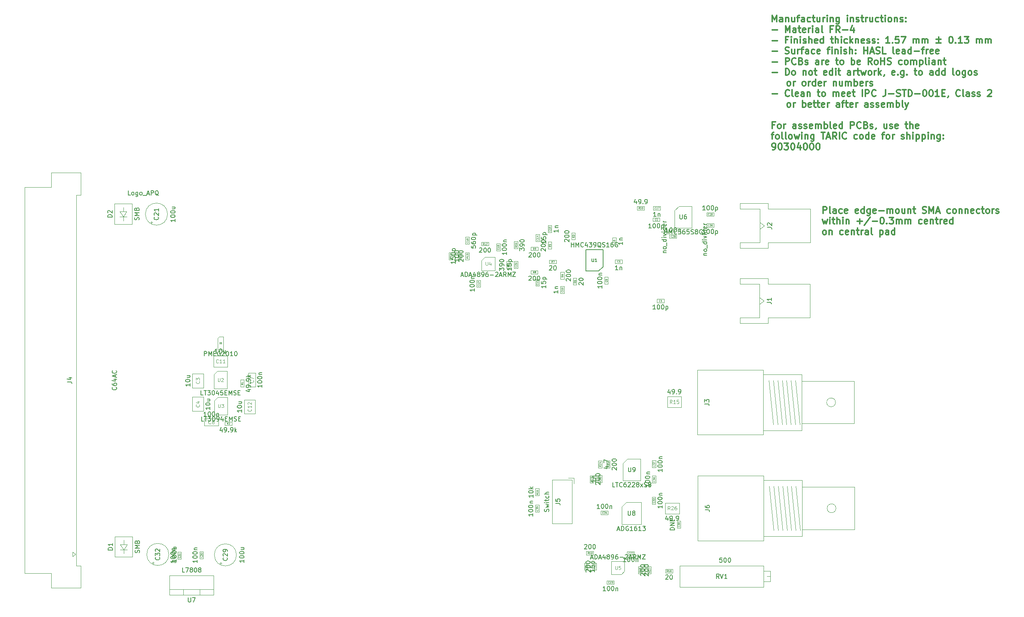
<source format=gbr>
G04 #@! TF.GenerationSoftware,KiCad,Pcbnew,(6.0.7)*
G04 #@! TF.CreationDate,2023-06-16T12:44:40+02:00*
G04 #@! TF.ProjectId,phase-frequency_detector,70686173-652d-4667-9265-7175656e6379,1.4.1*
G04 #@! TF.SameCoordinates,Original*
G04 #@! TF.FileFunction,AssemblyDrawing,Top*
%FSLAX46Y46*%
G04 Gerber Fmt 4.6, Leading zero omitted, Abs format (unit mm)*
G04 Created by KiCad (PCBNEW (6.0.7)) date 2023-06-16 12:44:40*
%MOMM*%
%LPD*%
G01*
G04 APERTURE LIST*
%ADD10C,0.300000*%
%ADD11C,0.150000*%
%ADD12C,0.060000*%
%ADD13C,0.120000*%
%ADD14C,0.110000*%
%ADD15C,0.050000*%
%ADD16C,0.100000*%
G04 APERTURE END LIST*
D10*
X243352142Y-62163571D02*
X243352142Y-60663571D01*
X243923571Y-60663571D01*
X244066428Y-60735000D01*
X244137857Y-60806428D01*
X244209285Y-60949285D01*
X244209285Y-61163571D01*
X244137857Y-61306428D01*
X244066428Y-61377857D01*
X243923571Y-61449285D01*
X243352142Y-61449285D01*
X245066428Y-62163571D02*
X244923571Y-62092142D01*
X244852142Y-61949285D01*
X244852142Y-60663571D01*
X246280714Y-62163571D02*
X246280714Y-61377857D01*
X246209285Y-61235000D01*
X246066428Y-61163571D01*
X245780714Y-61163571D01*
X245637857Y-61235000D01*
X246280714Y-62092142D02*
X246137857Y-62163571D01*
X245780714Y-62163571D01*
X245637857Y-62092142D01*
X245566428Y-61949285D01*
X245566428Y-61806428D01*
X245637857Y-61663571D01*
X245780714Y-61592142D01*
X246137857Y-61592142D01*
X246280714Y-61520714D01*
X247637857Y-62092142D02*
X247495000Y-62163571D01*
X247209285Y-62163571D01*
X247066428Y-62092142D01*
X246995000Y-62020714D01*
X246923571Y-61877857D01*
X246923571Y-61449285D01*
X246995000Y-61306428D01*
X247066428Y-61235000D01*
X247209285Y-61163571D01*
X247495000Y-61163571D01*
X247637857Y-61235000D01*
X248852142Y-62092142D02*
X248709285Y-62163571D01*
X248423571Y-62163571D01*
X248280714Y-62092142D01*
X248209285Y-61949285D01*
X248209285Y-61377857D01*
X248280714Y-61235000D01*
X248423571Y-61163571D01*
X248709285Y-61163571D01*
X248852142Y-61235000D01*
X248923571Y-61377857D01*
X248923571Y-61520714D01*
X248209285Y-61663571D01*
X251280714Y-62092142D02*
X251137857Y-62163571D01*
X250852142Y-62163571D01*
X250709285Y-62092142D01*
X250637857Y-61949285D01*
X250637857Y-61377857D01*
X250709285Y-61235000D01*
X250852142Y-61163571D01*
X251137857Y-61163571D01*
X251280714Y-61235000D01*
X251352142Y-61377857D01*
X251352142Y-61520714D01*
X250637857Y-61663571D01*
X252637857Y-62163571D02*
X252637857Y-60663571D01*
X252637857Y-62092142D02*
X252495000Y-62163571D01*
X252209285Y-62163571D01*
X252066428Y-62092142D01*
X251995000Y-62020714D01*
X251923571Y-61877857D01*
X251923571Y-61449285D01*
X251995000Y-61306428D01*
X252066428Y-61235000D01*
X252209285Y-61163571D01*
X252495000Y-61163571D01*
X252637857Y-61235000D01*
X253995000Y-61163571D02*
X253995000Y-62377857D01*
X253923571Y-62520714D01*
X253852142Y-62592142D01*
X253709285Y-62663571D01*
X253495000Y-62663571D01*
X253352142Y-62592142D01*
X253995000Y-62092142D02*
X253852142Y-62163571D01*
X253566428Y-62163571D01*
X253423571Y-62092142D01*
X253352142Y-62020714D01*
X253280714Y-61877857D01*
X253280714Y-61449285D01*
X253352142Y-61306428D01*
X253423571Y-61235000D01*
X253566428Y-61163571D01*
X253852142Y-61163571D01*
X253995000Y-61235000D01*
X255280714Y-62092142D02*
X255137857Y-62163571D01*
X254852142Y-62163571D01*
X254709285Y-62092142D01*
X254637857Y-61949285D01*
X254637857Y-61377857D01*
X254709285Y-61235000D01*
X254852142Y-61163571D01*
X255137857Y-61163571D01*
X255280714Y-61235000D01*
X255352142Y-61377857D01*
X255352142Y-61520714D01*
X254637857Y-61663571D01*
X255995000Y-61592142D02*
X257137857Y-61592142D01*
X257852142Y-62163571D02*
X257852142Y-61163571D01*
X257852142Y-61306428D02*
X257923571Y-61235000D01*
X258066428Y-61163571D01*
X258280714Y-61163571D01*
X258423571Y-61235000D01*
X258495000Y-61377857D01*
X258495000Y-62163571D01*
X258495000Y-61377857D02*
X258566428Y-61235000D01*
X258709285Y-61163571D01*
X258923571Y-61163571D01*
X259066428Y-61235000D01*
X259137857Y-61377857D01*
X259137857Y-62163571D01*
X260066428Y-62163571D02*
X259923571Y-62092142D01*
X259852142Y-62020714D01*
X259780714Y-61877857D01*
X259780714Y-61449285D01*
X259852142Y-61306428D01*
X259923571Y-61235000D01*
X260066428Y-61163571D01*
X260280714Y-61163571D01*
X260423571Y-61235000D01*
X260495000Y-61306428D01*
X260566428Y-61449285D01*
X260566428Y-61877857D01*
X260495000Y-62020714D01*
X260423571Y-62092142D01*
X260280714Y-62163571D01*
X260066428Y-62163571D01*
X261852142Y-61163571D02*
X261852142Y-62163571D01*
X261209285Y-61163571D02*
X261209285Y-61949285D01*
X261280714Y-62092142D01*
X261423571Y-62163571D01*
X261637857Y-62163571D01*
X261780714Y-62092142D01*
X261852142Y-62020714D01*
X262566428Y-61163571D02*
X262566428Y-62163571D01*
X262566428Y-61306428D02*
X262637857Y-61235000D01*
X262780714Y-61163571D01*
X262995000Y-61163571D01*
X263137857Y-61235000D01*
X263209285Y-61377857D01*
X263209285Y-62163571D01*
X263709285Y-61163571D02*
X264280714Y-61163571D01*
X263923571Y-60663571D02*
X263923571Y-61949285D01*
X263995000Y-62092142D01*
X264137857Y-62163571D01*
X264280714Y-62163571D01*
X265852142Y-62092142D02*
X266066428Y-62163571D01*
X266423571Y-62163571D01*
X266566428Y-62092142D01*
X266637857Y-62020714D01*
X266709285Y-61877857D01*
X266709285Y-61735000D01*
X266637857Y-61592142D01*
X266566428Y-61520714D01*
X266423571Y-61449285D01*
X266137857Y-61377857D01*
X265995000Y-61306428D01*
X265923571Y-61235000D01*
X265852142Y-61092142D01*
X265852142Y-60949285D01*
X265923571Y-60806428D01*
X265995000Y-60735000D01*
X266137857Y-60663571D01*
X266495000Y-60663571D01*
X266709285Y-60735000D01*
X267352142Y-62163571D02*
X267352142Y-60663571D01*
X267852142Y-61735000D01*
X268352142Y-60663571D01*
X268352142Y-62163571D01*
X268995000Y-61735000D02*
X269709285Y-61735000D01*
X268852142Y-62163571D02*
X269352142Y-60663571D01*
X269852142Y-62163571D01*
X272137857Y-62092142D02*
X271995000Y-62163571D01*
X271709285Y-62163571D01*
X271566428Y-62092142D01*
X271495000Y-62020714D01*
X271423571Y-61877857D01*
X271423571Y-61449285D01*
X271495000Y-61306428D01*
X271566428Y-61235000D01*
X271709285Y-61163571D01*
X271995000Y-61163571D01*
X272137857Y-61235000D01*
X272995000Y-62163571D02*
X272852142Y-62092142D01*
X272780714Y-62020714D01*
X272709285Y-61877857D01*
X272709285Y-61449285D01*
X272780714Y-61306428D01*
X272852142Y-61235000D01*
X272995000Y-61163571D01*
X273209285Y-61163571D01*
X273352142Y-61235000D01*
X273423571Y-61306428D01*
X273495000Y-61449285D01*
X273495000Y-61877857D01*
X273423571Y-62020714D01*
X273352142Y-62092142D01*
X273209285Y-62163571D01*
X272995000Y-62163571D01*
X274137857Y-61163571D02*
X274137857Y-62163571D01*
X274137857Y-61306428D02*
X274209285Y-61235000D01*
X274352142Y-61163571D01*
X274566428Y-61163571D01*
X274709285Y-61235000D01*
X274780714Y-61377857D01*
X274780714Y-62163571D01*
X275495000Y-61163571D02*
X275495000Y-62163571D01*
X275495000Y-61306428D02*
X275566428Y-61235000D01*
X275709285Y-61163571D01*
X275923571Y-61163571D01*
X276066428Y-61235000D01*
X276137857Y-61377857D01*
X276137857Y-62163571D01*
X277423571Y-62092142D02*
X277280714Y-62163571D01*
X276995000Y-62163571D01*
X276852142Y-62092142D01*
X276780714Y-61949285D01*
X276780714Y-61377857D01*
X276852142Y-61235000D01*
X276995000Y-61163571D01*
X277280714Y-61163571D01*
X277423571Y-61235000D01*
X277495000Y-61377857D01*
X277495000Y-61520714D01*
X276780714Y-61663571D01*
X278780714Y-62092142D02*
X278637857Y-62163571D01*
X278352142Y-62163571D01*
X278209285Y-62092142D01*
X278137857Y-62020714D01*
X278066428Y-61877857D01*
X278066428Y-61449285D01*
X278137857Y-61306428D01*
X278209285Y-61235000D01*
X278352142Y-61163571D01*
X278637857Y-61163571D01*
X278780714Y-61235000D01*
X279209285Y-61163571D02*
X279780714Y-61163571D01*
X279423571Y-60663571D02*
X279423571Y-61949285D01*
X279495000Y-62092142D01*
X279637857Y-62163571D01*
X279780714Y-62163571D01*
X280495000Y-62163571D02*
X280352142Y-62092142D01*
X280280714Y-62020714D01*
X280209285Y-61877857D01*
X280209285Y-61449285D01*
X280280714Y-61306428D01*
X280352142Y-61235000D01*
X280495000Y-61163571D01*
X280709285Y-61163571D01*
X280852142Y-61235000D01*
X280923571Y-61306428D01*
X280995000Y-61449285D01*
X280995000Y-61877857D01*
X280923571Y-62020714D01*
X280852142Y-62092142D01*
X280709285Y-62163571D01*
X280495000Y-62163571D01*
X281637857Y-62163571D02*
X281637857Y-61163571D01*
X281637857Y-61449285D02*
X281709285Y-61306428D01*
X281780714Y-61235000D01*
X281923571Y-61163571D01*
X282066428Y-61163571D01*
X282495000Y-62092142D02*
X282637857Y-62163571D01*
X282923571Y-62163571D01*
X283066428Y-62092142D01*
X283137857Y-61949285D01*
X283137857Y-61877857D01*
X283066428Y-61735000D01*
X282923571Y-61663571D01*
X282709285Y-61663571D01*
X282566428Y-61592142D01*
X282495000Y-61449285D01*
X282495000Y-61377857D01*
X282566428Y-61235000D01*
X282709285Y-61163571D01*
X282923571Y-61163571D01*
X283066428Y-61235000D01*
X243209285Y-63578571D02*
X243495000Y-64578571D01*
X243780714Y-63864285D01*
X244066428Y-64578571D01*
X244352142Y-63578571D01*
X244923571Y-64578571D02*
X244923571Y-63578571D01*
X244923571Y-63078571D02*
X244852142Y-63150000D01*
X244923571Y-63221428D01*
X244995000Y-63150000D01*
X244923571Y-63078571D01*
X244923571Y-63221428D01*
X245423571Y-63578571D02*
X245995000Y-63578571D01*
X245637857Y-63078571D02*
X245637857Y-64364285D01*
X245709285Y-64507142D01*
X245852142Y-64578571D01*
X245995000Y-64578571D01*
X246495000Y-64578571D02*
X246495000Y-63078571D01*
X247137857Y-64578571D02*
X247137857Y-63792857D01*
X247066428Y-63650000D01*
X246923571Y-63578571D01*
X246709285Y-63578571D01*
X246566428Y-63650000D01*
X246495000Y-63721428D01*
X247852142Y-64578571D02*
X247852142Y-63578571D01*
X247852142Y-63078571D02*
X247780714Y-63150000D01*
X247852142Y-63221428D01*
X247923571Y-63150000D01*
X247852142Y-63078571D01*
X247852142Y-63221428D01*
X248566428Y-63578571D02*
X248566428Y-64578571D01*
X248566428Y-63721428D02*
X248637857Y-63650000D01*
X248780714Y-63578571D01*
X248995000Y-63578571D01*
X249137857Y-63650000D01*
X249209285Y-63792857D01*
X249209285Y-64578571D01*
X251066428Y-64007142D02*
X252209285Y-64007142D01*
X251637857Y-64578571D02*
X251637857Y-63435714D01*
X253995000Y-63007142D02*
X252709285Y-64935714D01*
X254495000Y-64007142D02*
X255637857Y-64007142D01*
X256637857Y-63078571D02*
X256780714Y-63078571D01*
X256923571Y-63150000D01*
X256995000Y-63221428D01*
X257066428Y-63364285D01*
X257137857Y-63650000D01*
X257137857Y-64007142D01*
X257066428Y-64292857D01*
X256995000Y-64435714D01*
X256923571Y-64507142D01*
X256780714Y-64578571D01*
X256637857Y-64578571D01*
X256495000Y-64507142D01*
X256423571Y-64435714D01*
X256352142Y-64292857D01*
X256280714Y-64007142D01*
X256280714Y-63650000D01*
X256352142Y-63364285D01*
X256423571Y-63221428D01*
X256495000Y-63150000D01*
X256637857Y-63078571D01*
X257780714Y-64435714D02*
X257852142Y-64507142D01*
X257780714Y-64578571D01*
X257709285Y-64507142D01*
X257780714Y-64435714D01*
X257780714Y-64578571D01*
X258352142Y-63078571D02*
X259280714Y-63078571D01*
X258780714Y-63650000D01*
X258995000Y-63650000D01*
X259137857Y-63721428D01*
X259209285Y-63792857D01*
X259280714Y-63935714D01*
X259280714Y-64292857D01*
X259209285Y-64435714D01*
X259137857Y-64507142D01*
X258995000Y-64578571D01*
X258566428Y-64578571D01*
X258423571Y-64507142D01*
X258352142Y-64435714D01*
X259923571Y-64578571D02*
X259923571Y-63578571D01*
X259923571Y-63721428D02*
X259995000Y-63650000D01*
X260137857Y-63578571D01*
X260352142Y-63578571D01*
X260495000Y-63650000D01*
X260566428Y-63792857D01*
X260566428Y-64578571D01*
X260566428Y-63792857D02*
X260637857Y-63650000D01*
X260780714Y-63578571D01*
X260995000Y-63578571D01*
X261137857Y-63650000D01*
X261209285Y-63792857D01*
X261209285Y-64578571D01*
X261923571Y-64578571D02*
X261923571Y-63578571D01*
X261923571Y-63721428D02*
X261995000Y-63650000D01*
X262137857Y-63578571D01*
X262352142Y-63578571D01*
X262495000Y-63650000D01*
X262566428Y-63792857D01*
X262566428Y-64578571D01*
X262566428Y-63792857D02*
X262637857Y-63650000D01*
X262780714Y-63578571D01*
X262995000Y-63578571D01*
X263137857Y-63650000D01*
X263209285Y-63792857D01*
X263209285Y-64578571D01*
X265709285Y-64507142D02*
X265566428Y-64578571D01*
X265280714Y-64578571D01*
X265137857Y-64507142D01*
X265066428Y-64435714D01*
X264995000Y-64292857D01*
X264995000Y-63864285D01*
X265066428Y-63721428D01*
X265137857Y-63650000D01*
X265280714Y-63578571D01*
X265566428Y-63578571D01*
X265709285Y-63650000D01*
X266923571Y-64507142D02*
X266780714Y-64578571D01*
X266495000Y-64578571D01*
X266352142Y-64507142D01*
X266280714Y-64364285D01*
X266280714Y-63792857D01*
X266352142Y-63650000D01*
X266495000Y-63578571D01*
X266780714Y-63578571D01*
X266923571Y-63650000D01*
X266995000Y-63792857D01*
X266995000Y-63935714D01*
X266280714Y-64078571D01*
X267637857Y-63578571D02*
X267637857Y-64578571D01*
X267637857Y-63721428D02*
X267709285Y-63650000D01*
X267852142Y-63578571D01*
X268066428Y-63578571D01*
X268209285Y-63650000D01*
X268280714Y-63792857D01*
X268280714Y-64578571D01*
X268780714Y-63578571D02*
X269352142Y-63578571D01*
X268995000Y-63078571D02*
X268995000Y-64364285D01*
X269066428Y-64507142D01*
X269209285Y-64578571D01*
X269352142Y-64578571D01*
X269852142Y-64578571D02*
X269852142Y-63578571D01*
X269852142Y-63864285D02*
X269923571Y-63721428D01*
X269995000Y-63650000D01*
X270137857Y-63578571D01*
X270280714Y-63578571D01*
X271352142Y-64507142D02*
X271209285Y-64578571D01*
X270923571Y-64578571D01*
X270780714Y-64507142D01*
X270709285Y-64364285D01*
X270709285Y-63792857D01*
X270780714Y-63650000D01*
X270923571Y-63578571D01*
X271209285Y-63578571D01*
X271352142Y-63650000D01*
X271423571Y-63792857D01*
X271423571Y-63935714D01*
X270709285Y-64078571D01*
X272709285Y-64578571D02*
X272709285Y-63078571D01*
X272709285Y-64507142D02*
X272566428Y-64578571D01*
X272280714Y-64578571D01*
X272137857Y-64507142D01*
X272066428Y-64435714D01*
X271995000Y-64292857D01*
X271995000Y-63864285D01*
X272066428Y-63721428D01*
X272137857Y-63650000D01*
X272280714Y-63578571D01*
X272566428Y-63578571D01*
X272709285Y-63650000D01*
X243566428Y-66993571D02*
X243423571Y-66922142D01*
X243352142Y-66850714D01*
X243280714Y-66707857D01*
X243280714Y-66279285D01*
X243352142Y-66136428D01*
X243423571Y-66065000D01*
X243566428Y-65993571D01*
X243780714Y-65993571D01*
X243923571Y-66065000D01*
X243995000Y-66136428D01*
X244066428Y-66279285D01*
X244066428Y-66707857D01*
X243995000Y-66850714D01*
X243923571Y-66922142D01*
X243780714Y-66993571D01*
X243566428Y-66993571D01*
X244709285Y-65993571D02*
X244709285Y-66993571D01*
X244709285Y-66136428D02*
X244780714Y-66065000D01*
X244923571Y-65993571D01*
X245137857Y-65993571D01*
X245280714Y-66065000D01*
X245352142Y-66207857D01*
X245352142Y-66993571D01*
X247852142Y-66922142D02*
X247709285Y-66993571D01*
X247423571Y-66993571D01*
X247280714Y-66922142D01*
X247209285Y-66850714D01*
X247137857Y-66707857D01*
X247137857Y-66279285D01*
X247209285Y-66136428D01*
X247280714Y-66065000D01*
X247423571Y-65993571D01*
X247709285Y-65993571D01*
X247852142Y-66065000D01*
X249066428Y-66922142D02*
X248923571Y-66993571D01*
X248637857Y-66993571D01*
X248495000Y-66922142D01*
X248423571Y-66779285D01*
X248423571Y-66207857D01*
X248495000Y-66065000D01*
X248637857Y-65993571D01*
X248923571Y-65993571D01*
X249066428Y-66065000D01*
X249137857Y-66207857D01*
X249137857Y-66350714D01*
X248423571Y-66493571D01*
X249780714Y-65993571D02*
X249780714Y-66993571D01*
X249780714Y-66136428D02*
X249852142Y-66065000D01*
X249995000Y-65993571D01*
X250209285Y-65993571D01*
X250352142Y-66065000D01*
X250423571Y-66207857D01*
X250423571Y-66993571D01*
X250923571Y-65993571D02*
X251495000Y-65993571D01*
X251137857Y-65493571D02*
X251137857Y-66779285D01*
X251209285Y-66922142D01*
X251352142Y-66993571D01*
X251495000Y-66993571D01*
X251995000Y-66993571D02*
X251995000Y-65993571D01*
X251995000Y-66279285D02*
X252066428Y-66136428D01*
X252137857Y-66065000D01*
X252280714Y-65993571D01*
X252423571Y-65993571D01*
X253566428Y-66993571D02*
X253566428Y-66207857D01*
X253495000Y-66065000D01*
X253352142Y-65993571D01*
X253066428Y-65993571D01*
X252923571Y-66065000D01*
X253566428Y-66922142D02*
X253423571Y-66993571D01*
X253066428Y-66993571D01*
X252923571Y-66922142D01*
X252852142Y-66779285D01*
X252852142Y-66636428D01*
X252923571Y-66493571D01*
X253066428Y-66422142D01*
X253423571Y-66422142D01*
X253566428Y-66350714D01*
X254495000Y-66993571D02*
X254352142Y-66922142D01*
X254280714Y-66779285D01*
X254280714Y-65493571D01*
X256209285Y-65993571D02*
X256209285Y-67493571D01*
X256209285Y-66065000D02*
X256352142Y-65993571D01*
X256637857Y-65993571D01*
X256780714Y-66065000D01*
X256852142Y-66136428D01*
X256923571Y-66279285D01*
X256923571Y-66707857D01*
X256852142Y-66850714D01*
X256780714Y-66922142D01*
X256637857Y-66993571D01*
X256352142Y-66993571D01*
X256209285Y-66922142D01*
X258209285Y-66993571D02*
X258209285Y-66207857D01*
X258137857Y-66065000D01*
X257995000Y-65993571D01*
X257709285Y-65993571D01*
X257566428Y-66065000D01*
X258209285Y-66922142D02*
X258066428Y-66993571D01*
X257709285Y-66993571D01*
X257566428Y-66922142D01*
X257495000Y-66779285D01*
X257495000Y-66636428D01*
X257566428Y-66493571D01*
X257709285Y-66422142D01*
X258066428Y-66422142D01*
X258209285Y-66350714D01*
X259566428Y-66993571D02*
X259566428Y-65493571D01*
X259566428Y-66922142D02*
X259423571Y-66993571D01*
X259137857Y-66993571D01*
X258995000Y-66922142D01*
X258923571Y-66850714D01*
X258852142Y-66707857D01*
X258852142Y-66279285D01*
X258923571Y-66136428D01*
X258995000Y-66065000D01*
X259137857Y-65993571D01*
X259423571Y-65993571D01*
X259566428Y-66065000D01*
X231852142Y-18788571D02*
X231852142Y-17288571D01*
X232352142Y-18360000D01*
X232852142Y-17288571D01*
X232852142Y-18788571D01*
X234209285Y-18788571D02*
X234209285Y-18002857D01*
X234137857Y-17860000D01*
X233995000Y-17788571D01*
X233709285Y-17788571D01*
X233566428Y-17860000D01*
X234209285Y-18717142D02*
X234066428Y-18788571D01*
X233709285Y-18788571D01*
X233566428Y-18717142D01*
X233495000Y-18574285D01*
X233495000Y-18431428D01*
X233566428Y-18288571D01*
X233709285Y-18217142D01*
X234066428Y-18217142D01*
X234209285Y-18145714D01*
X234923571Y-17788571D02*
X234923571Y-18788571D01*
X234923571Y-17931428D02*
X234995000Y-17860000D01*
X235137857Y-17788571D01*
X235352142Y-17788571D01*
X235495000Y-17860000D01*
X235566428Y-18002857D01*
X235566428Y-18788571D01*
X236923571Y-17788571D02*
X236923571Y-18788571D01*
X236280714Y-17788571D02*
X236280714Y-18574285D01*
X236352142Y-18717142D01*
X236495000Y-18788571D01*
X236709285Y-18788571D01*
X236852142Y-18717142D01*
X236923571Y-18645714D01*
X237423571Y-17788571D02*
X237995000Y-17788571D01*
X237637857Y-18788571D02*
X237637857Y-17502857D01*
X237709285Y-17360000D01*
X237852142Y-17288571D01*
X237995000Y-17288571D01*
X239137857Y-18788571D02*
X239137857Y-18002857D01*
X239066428Y-17860000D01*
X238923571Y-17788571D01*
X238637857Y-17788571D01*
X238495000Y-17860000D01*
X239137857Y-18717142D02*
X238995000Y-18788571D01*
X238637857Y-18788571D01*
X238495000Y-18717142D01*
X238423571Y-18574285D01*
X238423571Y-18431428D01*
X238495000Y-18288571D01*
X238637857Y-18217142D01*
X238995000Y-18217142D01*
X239137857Y-18145714D01*
X240495000Y-18717142D02*
X240352142Y-18788571D01*
X240066428Y-18788571D01*
X239923571Y-18717142D01*
X239852142Y-18645714D01*
X239780714Y-18502857D01*
X239780714Y-18074285D01*
X239852142Y-17931428D01*
X239923571Y-17860000D01*
X240066428Y-17788571D01*
X240352142Y-17788571D01*
X240495000Y-17860000D01*
X240923571Y-17788571D02*
X241495000Y-17788571D01*
X241137857Y-17288571D02*
X241137857Y-18574285D01*
X241209285Y-18717142D01*
X241352142Y-18788571D01*
X241495000Y-18788571D01*
X242637857Y-17788571D02*
X242637857Y-18788571D01*
X241995000Y-17788571D02*
X241995000Y-18574285D01*
X242066428Y-18717142D01*
X242209285Y-18788571D01*
X242423571Y-18788571D01*
X242566428Y-18717142D01*
X242637857Y-18645714D01*
X243352142Y-18788571D02*
X243352142Y-17788571D01*
X243352142Y-18074285D02*
X243423571Y-17931428D01*
X243495000Y-17860000D01*
X243637857Y-17788571D01*
X243780714Y-17788571D01*
X244280714Y-18788571D02*
X244280714Y-17788571D01*
X244280714Y-17288571D02*
X244209285Y-17360000D01*
X244280714Y-17431428D01*
X244352142Y-17360000D01*
X244280714Y-17288571D01*
X244280714Y-17431428D01*
X244995000Y-17788571D02*
X244995000Y-18788571D01*
X244995000Y-17931428D02*
X245066428Y-17860000D01*
X245209285Y-17788571D01*
X245423571Y-17788571D01*
X245566428Y-17860000D01*
X245637857Y-18002857D01*
X245637857Y-18788571D01*
X246995000Y-17788571D02*
X246995000Y-19002857D01*
X246923571Y-19145714D01*
X246852142Y-19217142D01*
X246709285Y-19288571D01*
X246495000Y-19288571D01*
X246352142Y-19217142D01*
X246995000Y-18717142D02*
X246852142Y-18788571D01*
X246566428Y-18788571D01*
X246423571Y-18717142D01*
X246352142Y-18645714D01*
X246280714Y-18502857D01*
X246280714Y-18074285D01*
X246352142Y-17931428D01*
X246423571Y-17860000D01*
X246566428Y-17788571D01*
X246852142Y-17788571D01*
X246995000Y-17860000D01*
X248852142Y-18788571D02*
X248852142Y-17788571D01*
X248852142Y-17288571D02*
X248780714Y-17360000D01*
X248852142Y-17431428D01*
X248923571Y-17360000D01*
X248852142Y-17288571D01*
X248852142Y-17431428D01*
X249566428Y-17788571D02*
X249566428Y-18788571D01*
X249566428Y-17931428D02*
X249637857Y-17860000D01*
X249780714Y-17788571D01*
X249995000Y-17788571D01*
X250137857Y-17860000D01*
X250209285Y-18002857D01*
X250209285Y-18788571D01*
X250852142Y-18717142D02*
X250995000Y-18788571D01*
X251280714Y-18788571D01*
X251423571Y-18717142D01*
X251495000Y-18574285D01*
X251495000Y-18502857D01*
X251423571Y-18360000D01*
X251280714Y-18288571D01*
X251066428Y-18288571D01*
X250923571Y-18217142D01*
X250852142Y-18074285D01*
X250852142Y-18002857D01*
X250923571Y-17860000D01*
X251066428Y-17788571D01*
X251280714Y-17788571D01*
X251423571Y-17860000D01*
X251923571Y-17788571D02*
X252495000Y-17788571D01*
X252137857Y-17288571D02*
X252137857Y-18574285D01*
X252209285Y-18717142D01*
X252352142Y-18788571D01*
X252495000Y-18788571D01*
X252995000Y-18788571D02*
X252995000Y-17788571D01*
X252995000Y-18074285D02*
X253066428Y-17931428D01*
X253137857Y-17860000D01*
X253280714Y-17788571D01*
X253423571Y-17788571D01*
X254566428Y-17788571D02*
X254566428Y-18788571D01*
X253923571Y-17788571D02*
X253923571Y-18574285D01*
X253995000Y-18717142D01*
X254137857Y-18788571D01*
X254352142Y-18788571D01*
X254495000Y-18717142D01*
X254566428Y-18645714D01*
X255923571Y-18717142D02*
X255780714Y-18788571D01*
X255495000Y-18788571D01*
X255352142Y-18717142D01*
X255280714Y-18645714D01*
X255209285Y-18502857D01*
X255209285Y-18074285D01*
X255280714Y-17931428D01*
X255352142Y-17860000D01*
X255495000Y-17788571D01*
X255780714Y-17788571D01*
X255923571Y-17860000D01*
X256352142Y-17788571D02*
X256923571Y-17788571D01*
X256566428Y-17288571D02*
X256566428Y-18574285D01*
X256637857Y-18717142D01*
X256780714Y-18788571D01*
X256923571Y-18788571D01*
X257423571Y-18788571D02*
X257423571Y-17788571D01*
X257423571Y-17288571D02*
X257352142Y-17360000D01*
X257423571Y-17431428D01*
X257495000Y-17360000D01*
X257423571Y-17288571D01*
X257423571Y-17431428D01*
X258352142Y-18788571D02*
X258209285Y-18717142D01*
X258137857Y-18645714D01*
X258066428Y-18502857D01*
X258066428Y-18074285D01*
X258137857Y-17931428D01*
X258209285Y-17860000D01*
X258352142Y-17788571D01*
X258566428Y-17788571D01*
X258709285Y-17860000D01*
X258780714Y-17931428D01*
X258852142Y-18074285D01*
X258852142Y-18502857D01*
X258780714Y-18645714D01*
X258709285Y-18717142D01*
X258566428Y-18788571D01*
X258352142Y-18788571D01*
X259495000Y-17788571D02*
X259495000Y-18788571D01*
X259495000Y-17931428D02*
X259566428Y-17860000D01*
X259709285Y-17788571D01*
X259923571Y-17788571D01*
X260066428Y-17860000D01*
X260137857Y-18002857D01*
X260137857Y-18788571D01*
X260780714Y-18717142D02*
X260923571Y-18788571D01*
X261209285Y-18788571D01*
X261352142Y-18717142D01*
X261423571Y-18574285D01*
X261423571Y-18502857D01*
X261352142Y-18360000D01*
X261209285Y-18288571D01*
X260995000Y-18288571D01*
X260852142Y-18217142D01*
X260780714Y-18074285D01*
X260780714Y-18002857D01*
X260852142Y-17860000D01*
X260995000Y-17788571D01*
X261209285Y-17788571D01*
X261352142Y-17860000D01*
X262066428Y-18645714D02*
X262137857Y-18717142D01*
X262066428Y-18788571D01*
X261995000Y-18717142D01*
X262066428Y-18645714D01*
X262066428Y-18788571D01*
X262066428Y-17860000D02*
X262137857Y-17931428D01*
X262066428Y-18002857D01*
X261995000Y-17931428D01*
X262066428Y-17860000D01*
X262066428Y-18002857D01*
X231852142Y-20632142D02*
X232995000Y-20632142D01*
X234852142Y-21203571D02*
X234852142Y-19703571D01*
X235352142Y-20775000D01*
X235852142Y-19703571D01*
X235852142Y-21203571D01*
X237209285Y-21203571D02*
X237209285Y-20417857D01*
X237137857Y-20275000D01*
X236995000Y-20203571D01*
X236709285Y-20203571D01*
X236566428Y-20275000D01*
X237209285Y-21132142D02*
X237066428Y-21203571D01*
X236709285Y-21203571D01*
X236566428Y-21132142D01*
X236495000Y-20989285D01*
X236495000Y-20846428D01*
X236566428Y-20703571D01*
X236709285Y-20632142D01*
X237066428Y-20632142D01*
X237209285Y-20560714D01*
X237709285Y-20203571D02*
X238280714Y-20203571D01*
X237923571Y-19703571D02*
X237923571Y-20989285D01*
X237995000Y-21132142D01*
X238137857Y-21203571D01*
X238280714Y-21203571D01*
X239352142Y-21132142D02*
X239209285Y-21203571D01*
X238923571Y-21203571D01*
X238780714Y-21132142D01*
X238709285Y-20989285D01*
X238709285Y-20417857D01*
X238780714Y-20275000D01*
X238923571Y-20203571D01*
X239209285Y-20203571D01*
X239352142Y-20275000D01*
X239423571Y-20417857D01*
X239423571Y-20560714D01*
X238709285Y-20703571D01*
X240066428Y-21203571D02*
X240066428Y-20203571D01*
X240066428Y-20489285D02*
X240137857Y-20346428D01*
X240209285Y-20275000D01*
X240352142Y-20203571D01*
X240495000Y-20203571D01*
X240995000Y-21203571D02*
X240995000Y-20203571D01*
X240995000Y-19703571D02*
X240923571Y-19775000D01*
X240995000Y-19846428D01*
X241066428Y-19775000D01*
X240995000Y-19703571D01*
X240995000Y-19846428D01*
X242352142Y-21203571D02*
X242352142Y-20417857D01*
X242280714Y-20275000D01*
X242137857Y-20203571D01*
X241852142Y-20203571D01*
X241709285Y-20275000D01*
X242352142Y-21132142D02*
X242209285Y-21203571D01*
X241852142Y-21203571D01*
X241709285Y-21132142D01*
X241637857Y-20989285D01*
X241637857Y-20846428D01*
X241709285Y-20703571D01*
X241852142Y-20632142D01*
X242209285Y-20632142D01*
X242352142Y-20560714D01*
X243280714Y-21203571D02*
X243137857Y-21132142D01*
X243066428Y-20989285D01*
X243066428Y-19703571D01*
X245495000Y-20417857D02*
X244995000Y-20417857D01*
X244995000Y-21203571D02*
X244995000Y-19703571D01*
X245709285Y-19703571D01*
X247137857Y-21203571D02*
X246637857Y-20489285D01*
X246280714Y-21203571D02*
X246280714Y-19703571D01*
X246852142Y-19703571D01*
X246995000Y-19775000D01*
X247066428Y-19846428D01*
X247137857Y-19989285D01*
X247137857Y-20203571D01*
X247066428Y-20346428D01*
X246995000Y-20417857D01*
X246852142Y-20489285D01*
X246280714Y-20489285D01*
X247780714Y-20632142D02*
X248923571Y-20632142D01*
X250280714Y-20203571D02*
X250280714Y-21203571D01*
X249923571Y-19632142D02*
X249566428Y-20703571D01*
X250495000Y-20703571D01*
X231852142Y-23047142D02*
X232995000Y-23047142D01*
X235352142Y-22832857D02*
X234852142Y-22832857D01*
X234852142Y-23618571D02*
X234852142Y-22118571D01*
X235566428Y-22118571D01*
X236137857Y-23618571D02*
X236137857Y-22618571D01*
X236137857Y-22118571D02*
X236066428Y-22190000D01*
X236137857Y-22261428D01*
X236209285Y-22190000D01*
X236137857Y-22118571D01*
X236137857Y-22261428D01*
X236852142Y-22618571D02*
X236852142Y-23618571D01*
X236852142Y-22761428D02*
X236923571Y-22690000D01*
X237066428Y-22618571D01*
X237280714Y-22618571D01*
X237423571Y-22690000D01*
X237495000Y-22832857D01*
X237495000Y-23618571D01*
X238209285Y-23618571D02*
X238209285Y-22618571D01*
X238209285Y-22118571D02*
X238137857Y-22190000D01*
X238209285Y-22261428D01*
X238280714Y-22190000D01*
X238209285Y-22118571D01*
X238209285Y-22261428D01*
X238852142Y-23547142D02*
X238995000Y-23618571D01*
X239280714Y-23618571D01*
X239423571Y-23547142D01*
X239495000Y-23404285D01*
X239495000Y-23332857D01*
X239423571Y-23190000D01*
X239280714Y-23118571D01*
X239066428Y-23118571D01*
X238923571Y-23047142D01*
X238852142Y-22904285D01*
X238852142Y-22832857D01*
X238923571Y-22690000D01*
X239066428Y-22618571D01*
X239280714Y-22618571D01*
X239423571Y-22690000D01*
X240137857Y-23618571D02*
X240137857Y-22118571D01*
X240780714Y-23618571D02*
X240780714Y-22832857D01*
X240709285Y-22690000D01*
X240566428Y-22618571D01*
X240352142Y-22618571D01*
X240209285Y-22690000D01*
X240137857Y-22761428D01*
X242066428Y-23547142D02*
X241923571Y-23618571D01*
X241637857Y-23618571D01*
X241495000Y-23547142D01*
X241423571Y-23404285D01*
X241423571Y-22832857D01*
X241495000Y-22690000D01*
X241637857Y-22618571D01*
X241923571Y-22618571D01*
X242066428Y-22690000D01*
X242137857Y-22832857D01*
X242137857Y-22975714D01*
X241423571Y-23118571D01*
X243423571Y-23618571D02*
X243423571Y-22118571D01*
X243423571Y-23547142D02*
X243280714Y-23618571D01*
X242995000Y-23618571D01*
X242852142Y-23547142D01*
X242780714Y-23475714D01*
X242709285Y-23332857D01*
X242709285Y-22904285D01*
X242780714Y-22761428D01*
X242852142Y-22690000D01*
X242995000Y-22618571D01*
X243280714Y-22618571D01*
X243423571Y-22690000D01*
X245066428Y-22618571D02*
X245637857Y-22618571D01*
X245280714Y-22118571D02*
X245280714Y-23404285D01*
X245352142Y-23547142D01*
X245495000Y-23618571D01*
X245637857Y-23618571D01*
X246137857Y-23618571D02*
X246137857Y-22118571D01*
X246780714Y-23618571D02*
X246780714Y-22832857D01*
X246709285Y-22690000D01*
X246566428Y-22618571D01*
X246352142Y-22618571D01*
X246209285Y-22690000D01*
X246137857Y-22761428D01*
X247495000Y-23618571D02*
X247495000Y-22618571D01*
X247495000Y-22118571D02*
X247423571Y-22190000D01*
X247495000Y-22261428D01*
X247566428Y-22190000D01*
X247495000Y-22118571D01*
X247495000Y-22261428D01*
X248852142Y-23547142D02*
X248709285Y-23618571D01*
X248423571Y-23618571D01*
X248280714Y-23547142D01*
X248209285Y-23475714D01*
X248137857Y-23332857D01*
X248137857Y-22904285D01*
X248209285Y-22761428D01*
X248280714Y-22690000D01*
X248423571Y-22618571D01*
X248709285Y-22618571D01*
X248852142Y-22690000D01*
X249495000Y-23618571D02*
X249495000Y-22118571D01*
X249637857Y-23047142D02*
X250066428Y-23618571D01*
X250066428Y-22618571D02*
X249495000Y-23190000D01*
X250709285Y-22618571D02*
X250709285Y-23618571D01*
X250709285Y-22761428D02*
X250780714Y-22690000D01*
X250923571Y-22618571D01*
X251137857Y-22618571D01*
X251280714Y-22690000D01*
X251352142Y-22832857D01*
X251352142Y-23618571D01*
X252637857Y-23547142D02*
X252495000Y-23618571D01*
X252209285Y-23618571D01*
X252066428Y-23547142D01*
X251995000Y-23404285D01*
X251995000Y-22832857D01*
X252066428Y-22690000D01*
X252209285Y-22618571D01*
X252495000Y-22618571D01*
X252637857Y-22690000D01*
X252709285Y-22832857D01*
X252709285Y-22975714D01*
X251995000Y-23118571D01*
X253280714Y-23547142D02*
X253423571Y-23618571D01*
X253709285Y-23618571D01*
X253852142Y-23547142D01*
X253923571Y-23404285D01*
X253923571Y-23332857D01*
X253852142Y-23190000D01*
X253709285Y-23118571D01*
X253495000Y-23118571D01*
X253352142Y-23047142D01*
X253280714Y-22904285D01*
X253280714Y-22832857D01*
X253352142Y-22690000D01*
X253495000Y-22618571D01*
X253709285Y-22618571D01*
X253852142Y-22690000D01*
X254495000Y-23547142D02*
X254637857Y-23618571D01*
X254923571Y-23618571D01*
X255066428Y-23547142D01*
X255137857Y-23404285D01*
X255137857Y-23332857D01*
X255066428Y-23190000D01*
X254923571Y-23118571D01*
X254709285Y-23118571D01*
X254566428Y-23047142D01*
X254495000Y-22904285D01*
X254495000Y-22832857D01*
X254566428Y-22690000D01*
X254709285Y-22618571D01*
X254923571Y-22618571D01*
X255066428Y-22690000D01*
X255780714Y-23475714D02*
X255852142Y-23547142D01*
X255780714Y-23618571D01*
X255709285Y-23547142D01*
X255780714Y-23475714D01*
X255780714Y-23618571D01*
X255780714Y-22690000D02*
X255852142Y-22761428D01*
X255780714Y-22832857D01*
X255709285Y-22761428D01*
X255780714Y-22690000D01*
X255780714Y-22832857D01*
X258423571Y-23618571D02*
X257566428Y-23618571D01*
X257995000Y-23618571D02*
X257995000Y-22118571D01*
X257852142Y-22332857D01*
X257709285Y-22475714D01*
X257566428Y-22547142D01*
X259066428Y-23475714D02*
X259137857Y-23547142D01*
X259066428Y-23618571D01*
X258995000Y-23547142D01*
X259066428Y-23475714D01*
X259066428Y-23618571D01*
X260495000Y-22118571D02*
X259780714Y-22118571D01*
X259709285Y-22832857D01*
X259780714Y-22761428D01*
X259923571Y-22690000D01*
X260280714Y-22690000D01*
X260423571Y-22761428D01*
X260495000Y-22832857D01*
X260566428Y-22975714D01*
X260566428Y-23332857D01*
X260495000Y-23475714D01*
X260423571Y-23547142D01*
X260280714Y-23618571D01*
X259923571Y-23618571D01*
X259780714Y-23547142D01*
X259709285Y-23475714D01*
X261066428Y-22118571D02*
X262066428Y-22118571D01*
X261423571Y-23618571D01*
X263780714Y-23618571D02*
X263780714Y-22618571D01*
X263780714Y-22761428D02*
X263852142Y-22690000D01*
X263995000Y-22618571D01*
X264209285Y-22618571D01*
X264352142Y-22690000D01*
X264423571Y-22832857D01*
X264423571Y-23618571D01*
X264423571Y-22832857D02*
X264495000Y-22690000D01*
X264637857Y-22618571D01*
X264852142Y-22618571D01*
X264995000Y-22690000D01*
X265066428Y-22832857D01*
X265066428Y-23618571D01*
X265780714Y-23618571D02*
X265780714Y-22618571D01*
X265780714Y-22761428D02*
X265852142Y-22690000D01*
X265995000Y-22618571D01*
X266209285Y-22618571D01*
X266352142Y-22690000D01*
X266423571Y-22832857D01*
X266423571Y-23618571D01*
X266423571Y-22832857D02*
X266495000Y-22690000D01*
X266637857Y-22618571D01*
X266852142Y-22618571D01*
X266995000Y-22690000D01*
X267066428Y-22832857D01*
X267066428Y-23618571D01*
X268923571Y-22761428D02*
X270066428Y-22761428D01*
X269495000Y-23332857D02*
X269495000Y-22190000D01*
X270066428Y-23618571D02*
X268923571Y-23618571D01*
X272209285Y-22118571D02*
X272352142Y-22118571D01*
X272495000Y-22190000D01*
X272566428Y-22261428D01*
X272637857Y-22404285D01*
X272709285Y-22690000D01*
X272709285Y-23047142D01*
X272637857Y-23332857D01*
X272566428Y-23475714D01*
X272495000Y-23547142D01*
X272352142Y-23618571D01*
X272209285Y-23618571D01*
X272066428Y-23547142D01*
X271995000Y-23475714D01*
X271923571Y-23332857D01*
X271852142Y-23047142D01*
X271852142Y-22690000D01*
X271923571Y-22404285D01*
X271995000Y-22261428D01*
X272066428Y-22190000D01*
X272209285Y-22118571D01*
X273352142Y-23475714D02*
X273423571Y-23547142D01*
X273352142Y-23618571D01*
X273280714Y-23547142D01*
X273352142Y-23475714D01*
X273352142Y-23618571D01*
X274852142Y-23618571D02*
X273995000Y-23618571D01*
X274423571Y-23618571D02*
X274423571Y-22118571D01*
X274280714Y-22332857D01*
X274137857Y-22475714D01*
X273995000Y-22547142D01*
X275352142Y-22118571D02*
X276280714Y-22118571D01*
X275780714Y-22690000D01*
X275995000Y-22690000D01*
X276137857Y-22761428D01*
X276209285Y-22832857D01*
X276280714Y-22975714D01*
X276280714Y-23332857D01*
X276209285Y-23475714D01*
X276137857Y-23547142D01*
X275995000Y-23618571D01*
X275566428Y-23618571D01*
X275423571Y-23547142D01*
X275352142Y-23475714D01*
X278066428Y-23618571D02*
X278066428Y-22618571D01*
X278066428Y-22761428D02*
X278137857Y-22690000D01*
X278280714Y-22618571D01*
X278495000Y-22618571D01*
X278637857Y-22690000D01*
X278709285Y-22832857D01*
X278709285Y-23618571D01*
X278709285Y-22832857D02*
X278780714Y-22690000D01*
X278923571Y-22618571D01*
X279137857Y-22618571D01*
X279280714Y-22690000D01*
X279352142Y-22832857D01*
X279352142Y-23618571D01*
X280066428Y-23618571D02*
X280066428Y-22618571D01*
X280066428Y-22761428D02*
X280137857Y-22690000D01*
X280280714Y-22618571D01*
X280495000Y-22618571D01*
X280637857Y-22690000D01*
X280709285Y-22832857D01*
X280709285Y-23618571D01*
X280709285Y-22832857D02*
X280780714Y-22690000D01*
X280923571Y-22618571D01*
X281137857Y-22618571D01*
X281280714Y-22690000D01*
X281352142Y-22832857D01*
X281352142Y-23618571D01*
X231852142Y-25462142D02*
X232995000Y-25462142D01*
X234780714Y-25962142D02*
X234995000Y-26033571D01*
X235352142Y-26033571D01*
X235495000Y-25962142D01*
X235566428Y-25890714D01*
X235637857Y-25747857D01*
X235637857Y-25605000D01*
X235566428Y-25462142D01*
X235495000Y-25390714D01*
X235352142Y-25319285D01*
X235066428Y-25247857D01*
X234923571Y-25176428D01*
X234852142Y-25105000D01*
X234780714Y-24962142D01*
X234780714Y-24819285D01*
X234852142Y-24676428D01*
X234923571Y-24605000D01*
X235066428Y-24533571D01*
X235423571Y-24533571D01*
X235637857Y-24605000D01*
X236923571Y-25033571D02*
X236923571Y-26033571D01*
X236280714Y-25033571D02*
X236280714Y-25819285D01*
X236352142Y-25962142D01*
X236495000Y-26033571D01*
X236709285Y-26033571D01*
X236852142Y-25962142D01*
X236923571Y-25890714D01*
X237637857Y-26033571D02*
X237637857Y-25033571D01*
X237637857Y-25319285D02*
X237709285Y-25176428D01*
X237780714Y-25105000D01*
X237923571Y-25033571D01*
X238066428Y-25033571D01*
X238352142Y-25033571D02*
X238923571Y-25033571D01*
X238566428Y-26033571D02*
X238566428Y-24747857D01*
X238637857Y-24605000D01*
X238780714Y-24533571D01*
X238923571Y-24533571D01*
X240066428Y-26033571D02*
X240066428Y-25247857D01*
X239995000Y-25105000D01*
X239852142Y-25033571D01*
X239566428Y-25033571D01*
X239423571Y-25105000D01*
X240066428Y-25962142D02*
X239923571Y-26033571D01*
X239566428Y-26033571D01*
X239423571Y-25962142D01*
X239352142Y-25819285D01*
X239352142Y-25676428D01*
X239423571Y-25533571D01*
X239566428Y-25462142D01*
X239923571Y-25462142D01*
X240066428Y-25390714D01*
X241423571Y-25962142D02*
X241280714Y-26033571D01*
X240995000Y-26033571D01*
X240852142Y-25962142D01*
X240780714Y-25890714D01*
X240709285Y-25747857D01*
X240709285Y-25319285D01*
X240780714Y-25176428D01*
X240852142Y-25105000D01*
X240995000Y-25033571D01*
X241280714Y-25033571D01*
X241423571Y-25105000D01*
X242637857Y-25962142D02*
X242495000Y-26033571D01*
X242209285Y-26033571D01*
X242066428Y-25962142D01*
X241995000Y-25819285D01*
X241995000Y-25247857D01*
X242066428Y-25105000D01*
X242209285Y-25033571D01*
X242495000Y-25033571D01*
X242637857Y-25105000D01*
X242709285Y-25247857D01*
X242709285Y-25390714D01*
X241995000Y-25533571D01*
X244280714Y-25033571D02*
X244852142Y-25033571D01*
X244495000Y-26033571D02*
X244495000Y-24747857D01*
X244566428Y-24605000D01*
X244709285Y-24533571D01*
X244852142Y-24533571D01*
X245352142Y-26033571D02*
X245352142Y-25033571D01*
X245352142Y-24533571D02*
X245280714Y-24605000D01*
X245352142Y-24676428D01*
X245423571Y-24605000D01*
X245352142Y-24533571D01*
X245352142Y-24676428D01*
X246066428Y-25033571D02*
X246066428Y-26033571D01*
X246066428Y-25176428D02*
X246137857Y-25105000D01*
X246280714Y-25033571D01*
X246495000Y-25033571D01*
X246637857Y-25105000D01*
X246709285Y-25247857D01*
X246709285Y-26033571D01*
X247423571Y-26033571D02*
X247423571Y-25033571D01*
X247423571Y-24533571D02*
X247352142Y-24605000D01*
X247423571Y-24676428D01*
X247495000Y-24605000D01*
X247423571Y-24533571D01*
X247423571Y-24676428D01*
X248066428Y-25962142D02*
X248209285Y-26033571D01*
X248495000Y-26033571D01*
X248637857Y-25962142D01*
X248709285Y-25819285D01*
X248709285Y-25747857D01*
X248637857Y-25605000D01*
X248495000Y-25533571D01*
X248280714Y-25533571D01*
X248137857Y-25462142D01*
X248066428Y-25319285D01*
X248066428Y-25247857D01*
X248137857Y-25105000D01*
X248280714Y-25033571D01*
X248495000Y-25033571D01*
X248637857Y-25105000D01*
X249352142Y-26033571D02*
X249352142Y-24533571D01*
X249995000Y-26033571D02*
X249995000Y-25247857D01*
X249923571Y-25105000D01*
X249780714Y-25033571D01*
X249566428Y-25033571D01*
X249423571Y-25105000D01*
X249352142Y-25176428D01*
X250709285Y-25890714D02*
X250780714Y-25962142D01*
X250709285Y-26033571D01*
X250637857Y-25962142D01*
X250709285Y-25890714D01*
X250709285Y-26033571D01*
X250709285Y-25105000D02*
X250780714Y-25176428D01*
X250709285Y-25247857D01*
X250637857Y-25176428D01*
X250709285Y-25105000D01*
X250709285Y-25247857D01*
X252566428Y-26033571D02*
X252566428Y-24533571D01*
X252566428Y-25247857D02*
X253423571Y-25247857D01*
X253423571Y-26033571D02*
X253423571Y-24533571D01*
X254066428Y-25605000D02*
X254780714Y-25605000D01*
X253923571Y-26033571D02*
X254423571Y-24533571D01*
X254923571Y-26033571D01*
X255352142Y-25962142D02*
X255566428Y-26033571D01*
X255923571Y-26033571D01*
X256066428Y-25962142D01*
X256137857Y-25890714D01*
X256209285Y-25747857D01*
X256209285Y-25605000D01*
X256137857Y-25462142D01*
X256066428Y-25390714D01*
X255923571Y-25319285D01*
X255637857Y-25247857D01*
X255495000Y-25176428D01*
X255423571Y-25105000D01*
X255352142Y-24962142D01*
X255352142Y-24819285D01*
X255423571Y-24676428D01*
X255495000Y-24605000D01*
X255637857Y-24533571D01*
X255995000Y-24533571D01*
X256209285Y-24605000D01*
X257566428Y-26033571D02*
X256852142Y-26033571D01*
X256852142Y-24533571D01*
X259423571Y-26033571D02*
X259280714Y-25962142D01*
X259209285Y-25819285D01*
X259209285Y-24533571D01*
X260566428Y-25962142D02*
X260423571Y-26033571D01*
X260137857Y-26033571D01*
X259995000Y-25962142D01*
X259923571Y-25819285D01*
X259923571Y-25247857D01*
X259995000Y-25105000D01*
X260137857Y-25033571D01*
X260423571Y-25033571D01*
X260566428Y-25105000D01*
X260637857Y-25247857D01*
X260637857Y-25390714D01*
X259923571Y-25533571D01*
X261923571Y-26033571D02*
X261923571Y-25247857D01*
X261852142Y-25105000D01*
X261709285Y-25033571D01*
X261423571Y-25033571D01*
X261280714Y-25105000D01*
X261923571Y-25962142D02*
X261780714Y-26033571D01*
X261423571Y-26033571D01*
X261280714Y-25962142D01*
X261209285Y-25819285D01*
X261209285Y-25676428D01*
X261280714Y-25533571D01*
X261423571Y-25462142D01*
X261780714Y-25462142D01*
X261923571Y-25390714D01*
X263280714Y-26033571D02*
X263280714Y-24533571D01*
X263280714Y-25962142D02*
X263137857Y-26033571D01*
X262852142Y-26033571D01*
X262709285Y-25962142D01*
X262637857Y-25890714D01*
X262566428Y-25747857D01*
X262566428Y-25319285D01*
X262637857Y-25176428D01*
X262709285Y-25105000D01*
X262852142Y-25033571D01*
X263137857Y-25033571D01*
X263280714Y-25105000D01*
X263995000Y-25462142D02*
X265137857Y-25462142D01*
X265637857Y-25033571D02*
X266209285Y-25033571D01*
X265852142Y-26033571D02*
X265852142Y-24747857D01*
X265923571Y-24605000D01*
X266066428Y-24533571D01*
X266209285Y-24533571D01*
X266709285Y-26033571D02*
X266709285Y-25033571D01*
X266709285Y-25319285D02*
X266780714Y-25176428D01*
X266852142Y-25105000D01*
X266995000Y-25033571D01*
X267137857Y-25033571D01*
X268209285Y-25962142D02*
X268066428Y-26033571D01*
X267780714Y-26033571D01*
X267637857Y-25962142D01*
X267566428Y-25819285D01*
X267566428Y-25247857D01*
X267637857Y-25105000D01*
X267780714Y-25033571D01*
X268066428Y-25033571D01*
X268209285Y-25105000D01*
X268280714Y-25247857D01*
X268280714Y-25390714D01*
X267566428Y-25533571D01*
X269495000Y-25962142D02*
X269352142Y-26033571D01*
X269066428Y-26033571D01*
X268923571Y-25962142D01*
X268852142Y-25819285D01*
X268852142Y-25247857D01*
X268923571Y-25105000D01*
X269066428Y-25033571D01*
X269352142Y-25033571D01*
X269495000Y-25105000D01*
X269566428Y-25247857D01*
X269566428Y-25390714D01*
X268852142Y-25533571D01*
X231852142Y-27877142D02*
X232995000Y-27877142D01*
X234852142Y-28448571D02*
X234852142Y-26948571D01*
X235423571Y-26948571D01*
X235566428Y-27020000D01*
X235637857Y-27091428D01*
X235709285Y-27234285D01*
X235709285Y-27448571D01*
X235637857Y-27591428D01*
X235566428Y-27662857D01*
X235423571Y-27734285D01*
X234852142Y-27734285D01*
X237209285Y-28305714D02*
X237137857Y-28377142D01*
X236923571Y-28448571D01*
X236780714Y-28448571D01*
X236566428Y-28377142D01*
X236423571Y-28234285D01*
X236352142Y-28091428D01*
X236280714Y-27805714D01*
X236280714Y-27591428D01*
X236352142Y-27305714D01*
X236423571Y-27162857D01*
X236566428Y-27020000D01*
X236780714Y-26948571D01*
X236923571Y-26948571D01*
X237137857Y-27020000D01*
X237209285Y-27091428D01*
X238352142Y-27662857D02*
X238566428Y-27734285D01*
X238637857Y-27805714D01*
X238709285Y-27948571D01*
X238709285Y-28162857D01*
X238637857Y-28305714D01*
X238566428Y-28377142D01*
X238423571Y-28448571D01*
X237852142Y-28448571D01*
X237852142Y-26948571D01*
X238352142Y-26948571D01*
X238495000Y-27020000D01*
X238566428Y-27091428D01*
X238637857Y-27234285D01*
X238637857Y-27377142D01*
X238566428Y-27520000D01*
X238495000Y-27591428D01*
X238352142Y-27662857D01*
X237852142Y-27662857D01*
X239280714Y-28377142D02*
X239423571Y-28448571D01*
X239709285Y-28448571D01*
X239852142Y-28377142D01*
X239923571Y-28234285D01*
X239923571Y-28162857D01*
X239852142Y-28020000D01*
X239709285Y-27948571D01*
X239495000Y-27948571D01*
X239352142Y-27877142D01*
X239280714Y-27734285D01*
X239280714Y-27662857D01*
X239352142Y-27520000D01*
X239495000Y-27448571D01*
X239709285Y-27448571D01*
X239852142Y-27520000D01*
X242352142Y-28448571D02*
X242352142Y-27662857D01*
X242280714Y-27520000D01*
X242137857Y-27448571D01*
X241852142Y-27448571D01*
X241709285Y-27520000D01*
X242352142Y-28377142D02*
X242209285Y-28448571D01*
X241852142Y-28448571D01*
X241709285Y-28377142D01*
X241637857Y-28234285D01*
X241637857Y-28091428D01*
X241709285Y-27948571D01*
X241852142Y-27877142D01*
X242209285Y-27877142D01*
X242352142Y-27805714D01*
X243066428Y-28448571D02*
X243066428Y-27448571D01*
X243066428Y-27734285D02*
X243137857Y-27591428D01*
X243209285Y-27520000D01*
X243352142Y-27448571D01*
X243495000Y-27448571D01*
X244566428Y-28377142D02*
X244423571Y-28448571D01*
X244137857Y-28448571D01*
X243995000Y-28377142D01*
X243923571Y-28234285D01*
X243923571Y-27662857D01*
X243995000Y-27520000D01*
X244137857Y-27448571D01*
X244423571Y-27448571D01*
X244566428Y-27520000D01*
X244637857Y-27662857D01*
X244637857Y-27805714D01*
X243923571Y-27948571D01*
X246209285Y-27448571D02*
X246780714Y-27448571D01*
X246423571Y-26948571D02*
X246423571Y-28234285D01*
X246495000Y-28377142D01*
X246637857Y-28448571D01*
X246780714Y-28448571D01*
X247495000Y-28448571D02*
X247352142Y-28377142D01*
X247280714Y-28305714D01*
X247209285Y-28162857D01*
X247209285Y-27734285D01*
X247280714Y-27591428D01*
X247352142Y-27520000D01*
X247495000Y-27448571D01*
X247709285Y-27448571D01*
X247852142Y-27520000D01*
X247923571Y-27591428D01*
X247995000Y-27734285D01*
X247995000Y-28162857D01*
X247923571Y-28305714D01*
X247852142Y-28377142D01*
X247709285Y-28448571D01*
X247495000Y-28448571D01*
X249780714Y-28448571D02*
X249780714Y-26948571D01*
X249780714Y-27520000D02*
X249923571Y-27448571D01*
X250209285Y-27448571D01*
X250352142Y-27520000D01*
X250423571Y-27591428D01*
X250495000Y-27734285D01*
X250495000Y-28162857D01*
X250423571Y-28305714D01*
X250352142Y-28377142D01*
X250209285Y-28448571D01*
X249923571Y-28448571D01*
X249780714Y-28377142D01*
X251709285Y-28377142D02*
X251566428Y-28448571D01*
X251280714Y-28448571D01*
X251137857Y-28377142D01*
X251066428Y-28234285D01*
X251066428Y-27662857D01*
X251137857Y-27520000D01*
X251280714Y-27448571D01*
X251566428Y-27448571D01*
X251709285Y-27520000D01*
X251780714Y-27662857D01*
X251780714Y-27805714D01*
X251066428Y-27948571D01*
X254423571Y-28448571D02*
X253923571Y-27734285D01*
X253566428Y-28448571D02*
X253566428Y-26948571D01*
X254137857Y-26948571D01*
X254280714Y-27020000D01*
X254352142Y-27091428D01*
X254423571Y-27234285D01*
X254423571Y-27448571D01*
X254352142Y-27591428D01*
X254280714Y-27662857D01*
X254137857Y-27734285D01*
X253566428Y-27734285D01*
X255280714Y-28448571D02*
X255137857Y-28377142D01*
X255066428Y-28305714D01*
X254995000Y-28162857D01*
X254995000Y-27734285D01*
X255066428Y-27591428D01*
X255137857Y-27520000D01*
X255280714Y-27448571D01*
X255495000Y-27448571D01*
X255637857Y-27520000D01*
X255709285Y-27591428D01*
X255780714Y-27734285D01*
X255780714Y-28162857D01*
X255709285Y-28305714D01*
X255637857Y-28377142D01*
X255495000Y-28448571D01*
X255280714Y-28448571D01*
X256423571Y-28448571D02*
X256423571Y-26948571D01*
X256423571Y-27662857D02*
X257280714Y-27662857D01*
X257280714Y-28448571D02*
X257280714Y-26948571D01*
X257923571Y-28377142D02*
X258137857Y-28448571D01*
X258495000Y-28448571D01*
X258637857Y-28377142D01*
X258709285Y-28305714D01*
X258780714Y-28162857D01*
X258780714Y-28020000D01*
X258709285Y-27877142D01*
X258637857Y-27805714D01*
X258495000Y-27734285D01*
X258209285Y-27662857D01*
X258066428Y-27591428D01*
X257995000Y-27520000D01*
X257923571Y-27377142D01*
X257923571Y-27234285D01*
X257995000Y-27091428D01*
X258066428Y-27020000D01*
X258209285Y-26948571D01*
X258566428Y-26948571D01*
X258780714Y-27020000D01*
X261209285Y-28377142D02*
X261066428Y-28448571D01*
X260780714Y-28448571D01*
X260637857Y-28377142D01*
X260566428Y-28305714D01*
X260495000Y-28162857D01*
X260495000Y-27734285D01*
X260566428Y-27591428D01*
X260637857Y-27520000D01*
X260780714Y-27448571D01*
X261066428Y-27448571D01*
X261209285Y-27520000D01*
X262066428Y-28448571D02*
X261923571Y-28377142D01*
X261852142Y-28305714D01*
X261780714Y-28162857D01*
X261780714Y-27734285D01*
X261852142Y-27591428D01*
X261923571Y-27520000D01*
X262066428Y-27448571D01*
X262280714Y-27448571D01*
X262423571Y-27520000D01*
X262495000Y-27591428D01*
X262566428Y-27734285D01*
X262566428Y-28162857D01*
X262495000Y-28305714D01*
X262423571Y-28377142D01*
X262280714Y-28448571D01*
X262066428Y-28448571D01*
X263209285Y-28448571D02*
X263209285Y-27448571D01*
X263209285Y-27591428D02*
X263280714Y-27520000D01*
X263423571Y-27448571D01*
X263637857Y-27448571D01*
X263780714Y-27520000D01*
X263852142Y-27662857D01*
X263852142Y-28448571D01*
X263852142Y-27662857D02*
X263923571Y-27520000D01*
X264066428Y-27448571D01*
X264280714Y-27448571D01*
X264423571Y-27520000D01*
X264495000Y-27662857D01*
X264495000Y-28448571D01*
X265209285Y-27448571D02*
X265209285Y-28948571D01*
X265209285Y-27520000D02*
X265352142Y-27448571D01*
X265637857Y-27448571D01*
X265780714Y-27520000D01*
X265852142Y-27591428D01*
X265923571Y-27734285D01*
X265923571Y-28162857D01*
X265852142Y-28305714D01*
X265780714Y-28377142D01*
X265637857Y-28448571D01*
X265352142Y-28448571D01*
X265209285Y-28377142D01*
X266780714Y-28448571D02*
X266637857Y-28377142D01*
X266566428Y-28234285D01*
X266566428Y-26948571D01*
X267352142Y-28448571D02*
X267352142Y-27448571D01*
X267352142Y-26948571D02*
X267280714Y-27020000D01*
X267352142Y-27091428D01*
X267423571Y-27020000D01*
X267352142Y-26948571D01*
X267352142Y-27091428D01*
X268709285Y-28448571D02*
X268709285Y-27662857D01*
X268637857Y-27520000D01*
X268495000Y-27448571D01*
X268209285Y-27448571D01*
X268066428Y-27520000D01*
X268709285Y-28377142D02*
X268566428Y-28448571D01*
X268209285Y-28448571D01*
X268066428Y-28377142D01*
X267995000Y-28234285D01*
X267995000Y-28091428D01*
X268066428Y-27948571D01*
X268209285Y-27877142D01*
X268566428Y-27877142D01*
X268709285Y-27805714D01*
X269423571Y-27448571D02*
X269423571Y-28448571D01*
X269423571Y-27591428D02*
X269495000Y-27520000D01*
X269637857Y-27448571D01*
X269852142Y-27448571D01*
X269995000Y-27520000D01*
X270066428Y-27662857D01*
X270066428Y-28448571D01*
X270566428Y-27448571D02*
X271137857Y-27448571D01*
X270780714Y-26948571D02*
X270780714Y-28234285D01*
X270852142Y-28377142D01*
X270995000Y-28448571D01*
X271137857Y-28448571D01*
X231852142Y-30292142D02*
X232995000Y-30292142D01*
X234852142Y-30863571D02*
X234852142Y-29363571D01*
X235209285Y-29363571D01*
X235423571Y-29435000D01*
X235566428Y-29577857D01*
X235637857Y-29720714D01*
X235709285Y-30006428D01*
X235709285Y-30220714D01*
X235637857Y-30506428D01*
X235566428Y-30649285D01*
X235423571Y-30792142D01*
X235209285Y-30863571D01*
X234852142Y-30863571D01*
X236566428Y-30863571D02*
X236423571Y-30792142D01*
X236352142Y-30720714D01*
X236280714Y-30577857D01*
X236280714Y-30149285D01*
X236352142Y-30006428D01*
X236423571Y-29935000D01*
X236566428Y-29863571D01*
X236780714Y-29863571D01*
X236923571Y-29935000D01*
X236995000Y-30006428D01*
X237066428Y-30149285D01*
X237066428Y-30577857D01*
X236995000Y-30720714D01*
X236923571Y-30792142D01*
X236780714Y-30863571D01*
X236566428Y-30863571D01*
X238852142Y-29863571D02*
X238852142Y-30863571D01*
X238852142Y-30006428D02*
X238923571Y-29935000D01*
X239066428Y-29863571D01*
X239280714Y-29863571D01*
X239423571Y-29935000D01*
X239495000Y-30077857D01*
X239495000Y-30863571D01*
X240423571Y-30863571D02*
X240280714Y-30792142D01*
X240209285Y-30720714D01*
X240137857Y-30577857D01*
X240137857Y-30149285D01*
X240209285Y-30006428D01*
X240280714Y-29935000D01*
X240423571Y-29863571D01*
X240637857Y-29863571D01*
X240780714Y-29935000D01*
X240852142Y-30006428D01*
X240923571Y-30149285D01*
X240923571Y-30577857D01*
X240852142Y-30720714D01*
X240780714Y-30792142D01*
X240637857Y-30863571D01*
X240423571Y-30863571D01*
X241352142Y-29863571D02*
X241923571Y-29863571D01*
X241566428Y-29363571D02*
X241566428Y-30649285D01*
X241637857Y-30792142D01*
X241780714Y-30863571D01*
X241923571Y-30863571D01*
X244137857Y-30792142D02*
X243995000Y-30863571D01*
X243709285Y-30863571D01*
X243566428Y-30792142D01*
X243495000Y-30649285D01*
X243495000Y-30077857D01*
X243566428Y-29935000D01*
X243709285Y-29863571D01*
X243995000Y-29863571D01*
X244137857Y-29935000D01*
X244209285Y-30077857D01*
X244209285Y-30220714D01*
X243495000Y-30363571D01*
X245495000Y-30863571D02*
X245495000Y-29363571D01*
X245495000Y-30792142D02*
X245352142Y-30863571D01*
X245066428Y-30863571D01*
X244923571Y-30792142D01*
X244852142Y-30720714D01*
X244780714Y-30577857D01*
X244780714Y-30149285D01*
X244852142Y-30006428D01*
X244923571Y-29935000D01*
X245066428Y-29863571D01*
X245352142Y-29863571D01*
X245495000Y-29935000D01*
X246209285Y-30863571D02*
X246209285Y-29863571D01*
X246209285Y-29363571D02*
X246137857Y-29435000D01*
X246209285Y-29506428D01*
X246280714Y-29435000D01*
X246209285Y-29363571D01*
X246209285Y-29506428D01*
X246709285Y-29863571D02*
X247280714Y-29863571D01*
X246923571Y-29363571D02*
X246923571Y-30649285D01*
X246995000Y-30792142D01*
X247137857Y-30863571D01*
X247280714Y-30863571D01*
X249566428Y-30863571D02*
X249566428Y-30077857D01*
X249495000Y-29935000D01*
X249352142Y-29863571D01*
X249066428Y-29863571D01*
X248923571Y-29935000D01*
X249566428Y-30792142D02*
X249423571Y-30863571D01*
X249066428Y-30863571D01*
X248923571Y-30792142D01*
X248852142Y-30649285D01*
X248852142Y-30506428D01*
X248923571Y-30363571D01*
X249066428Y-30292142D01*
X249423571Y-30292142D01*
X249566428Y-30220714D01*
X250280714Y-30863571D02*
X250280714Y-29863571D01*
X250280714Y-30149285D02*
X250352142Y-30006428D01*
X250423571Y-29935000D01*
X250566428Y-29863571D01*
X250709285Y-29863571D01*
X250995000Y-29863571D02*
X251566428Y-29863571D01*
X251209285Y-29363571D02*
X251209285Y-30649285D01*
X251280714Y-30792142D01*
X251423571Y-30863571D01*
X251566428Y-30863571D01*
X251923571Y-29863571D02*
X252209285Y-30863571D01*
X252495000Y-30149285D01*
X252780714Y-30863571D01*
X253066428Y-29863571D01*
X253852142Y-30863571D02*
X253709285Y-30792142D01*
X253637857Y-30720714D01*
X253566428Y-30577857D01*
X253566428Y-30149285D01*
X253637857Y-30006428D01*
X253709285Y-29935000D01*
X253852142Y-29863571D01*
X254066428Y-29863571D01*
X254209285Y-29935000D01*
X254280714Y-30006428D01*
X254352142Y-30149285D01*
X254352142Y-30577857D01*
X254280714Y-30720714D01*
X254209285Y-30792142D01*
X254066428Y-30863571D01*
X253852142Y-30863571D01*
X254995000Y-30863571D02*
X254995000Y-29863571D01*
X254995000Y-30149285D02*
X255066428Y-30006428D01*
X255137857Y-29935000D01*
X255280714Y-29863571D01*
X255423571Y-29863571D01*
X255923571Y-30863571D02*
X255923571Y-29363571D01*
X256066428Y-30292142D02*
X256495000Y-30863571D01*
X256495000Y-29863571D02*
X255923571Y-30435000D01*
X257209285Y-30792142D02*
X257209285Y-30863571D01*
X257137857Y-31006428D01*
X257066428Y-31077857D01*
X259566428Y-30792142D02*
X259423571Y-30863571D01*
X259137857Y-30863571D01*
X258995000Y-30792142D01*
X258923571Y-30649285D01*
X258923571Y-30077857D01*
X258995000Y-29935000D01*
X259137857Y-29863571D01*
X259423571Y-29863571D01*
X259566428Y-29935000D01*
X259637857Y-30077857D01*
X259637857Y-30220714D01*
X258923571Y-30363571D01*
X260280714Y-30720714D02*
X260352142Y-30792142D01*
X260280714Y-30863571D01*
X260209285Y-30792142D01*
X260280714Y-30720714D01*
X260280714Y-30863571D01*
X261637857Y-29863571D02*
X261637857Y-31077857D01*
X261566428Y-31220714D01*
X261495000Y-31292142D01*
X261352142Y-31363571D01*
X261137857Y-31363571D01*
X260995000Y-31292142D01*
X261637857Y-30792142D02*
X261495000Y-30863571D01*
X261209285Y-30863571D01*
X261066428Y-30792142D01*
X260995000Y-30720714D01*
X260923571Y-30577857D01*
X260923571Y-30149285D01*
X260995000Y-30006428D01*
X261066428Y-29935000D01*
X261209285Y-29863571D01*
X261495000Y-29863571D01*
X261637857Y-29935000D01*
X262352142Y-30720714D02*
X262423571Y-30792142D01*
X262352142Y-30863571D01*
X262280714Y-30792142D01*
X262352142Y-30720714D01*
X262352142Y-30863571D01*
X263995000Y-29863571D02*
X264566428Y-29863571D01*
X264209285Y-29363571D02*
X264209285Y-30649285D01*
X264280714Y-30792142D01*
X264423571Y-30863571D01*
X264566428Y-30863571D01*
X265280714Y-30863571D02*
X265137857Y-30792142D01*
X265066428Y-30720714D01*
X264995000Y-30577857D01*
X264995000Y-30149285D01*
X265066428Y-30006428D01*
X265137857Y-29935000D01*
X265280714Y-29863571D01*
X265495000Y-29863571D01*
X265637857Y-29935000D01*
X265709285Y-30006428D01*
X265780714Y-30149285D01*
X265780714Y-30577857D01*
X265709285Y-30720714D01*
X265637857Y-30792142D01*
X265495000Y-30863571D01*
X265280714Y-30863571D01*
X268209285Y-30863571D02*
X268209285Y-30077857D01*
X268137857Y-29935000D01*
X267995000Y-29863571D01*
X267709285Y-29863571D01*
X267566428Y-29935000D01*
X268209285Y-30792142D02*
X268066428Y-30863571D01*
X267709285Y-30863571D01*
X267566428Y-30792142D01*
X267495000Y-30649285D01*
X267495000Y-30506428D01*
X267566428Y-30363571D01*
X267709285Y-30292142D01*
X268066428Y-30292142D01*
X268209285Y-30220714D01*
X269566428Y-30863571D02*
X269566428Y-29363571D01*
X269566428Y-30792142D02*
X269423571Y-30863571D01*
X269137857Y-30863571D01*
X268995000Y-30792142D01*
X268923571Y-30720714D01*
X268852142Y-30577857D01*
X268852142Y-30149285D01*
X268923571Y-30006428D01*
X268995000Y-29935000D01*
X269137857Y-29863571D01*
X269423571Y-29863571D01*
X269566428Y-29935000D01*
X270923571Y-30863571D02*
X270923571Y-29363571D01*
X270923571Y-30792142D02*
X270780714Y-30863571D01*
X270495000Y-30863571D01*
X270352142Y-30792142D01*
X270280714Y-30720714D01*
X270209285Y-30577857D01*
X270209285Y-30149285D01*
X270280714Y-30006428D01*
X270352142Y-29935000D01*
X270495000Y-29863571D01*
X270780714Y-29863571D01*
X270923571Y-29935000D01*
X272995000Y-30863571D02*
X272852142Y-30792142D01*
X272780714Y-30649285D01*
X272780714Y-29363571D01*
X273780714Y-30863571D02*
X273637857Y-30792142D01*
X273566428Y-30720714D01*
X273495000Y-30577857D01*
X273495000Y-30149285D01*
X273566428Y-30006428D01*
X273637857Y-29935000D01*
X273780714Y-29863571D01*
X273995000Y-29863571D01*
X274137857Y-29935000D01*
X274209285Y-30006428D01*
X274280714Y-30149285D01*
X274280714Y-30577857D01*
X274209285Y-30720714D01*
X274137857Y-30792142D01*
X273995000Y-30863571D01*
X273780714Y-30863571D01*
X275566428Y-29863571D02*
X275566428Y-31077857D01*
X275495000Y-31220714D01*
X275423571Y-31292142D01*
X275280714Y-31363571D01*
X275066428Y-31363571D01*
X274923571Y-31292142D01*
X275566428Y-30792142D02*
X275423571Y-30863571D01*
X275137857Y-30863571D01*
X274995000Y-30792142D01*
X274923571Y-30720714D01*
X274852142Y-30577857D01*
X274852142Y-30149285D01*
X274923571Y-30006428D01*
X274995000Y-29935000D01*
X275137857Y-29863571D01*
X275423571Y-29863571D01*
X275566428Y-29935000D01*
X276495000Y-30863571D02*
X276352142Y-30792142D01*
X276280714Y-30720714D01*
X276209285Y-30577857D01*
X276209285Y-30149285D01*
X276280714Y-30006428D01*
X276352142Y-29935000D01*
X276495000Y-29863571D01*
X276709285Y-29863571D01*
X276852142Y-29935000D01*
X276923571Y-30006428D01*
X276995000Y-30149285D01*
X276995000Y-30577857D01*
X276923571Y-30720714D01*
X276852142Y-30792142D01*
X276709285Y-30863571D01*
X276495000Y-30863571D01*
X277566428Y-30792142D02*
X277709285Y-30863571D01*
X277995000Y-30863571D01*
X278137857Y-30792142D01*
X278209285Y-30649285D01*
X278209285Y-30577857D01*
X278137857Y-30435000D01*
X277995000Y-30363571D01*
X277780714Y-30363571D01*
X277637857Y-30292142D01*
X277566428Y-30149285D01*
X277566428Y-30077857D01*
X277637857Y-29935000D01*
X277780714Y-29863571D01*
X277995000Y-29863571D01*
X278137857Y-29935000D01*
X235495000Y-33278571D02*
X235352142Y-33207142D01*
X235280714Y-33135714D01*
X235209285Y-32992857D01*
X235209285Y-32564285D01*
X235280714Y-32421428D01*
X235352142Y-32350000D01*
X235495000Y-32278571D01*
X235709285Y-32278571D01*
X235852142Y-32350000D01*
X235923571Y-32421428D01*
X235995000Y-32564285D01*
X235995000Y-32992857D01*
X235923571Y-33135714D01*
X235852142Y-33207142D01*
X235709285Y-33278571D01*
X235495000Y-33278571D01*
X236637857Y-33278571D02*
X236637857Y-32278571D01*
X236637857Y-32564285D02*
X236709285Y-32421428D01*
X236780714Y-32350000D01*
X236923571Y-32278571D01*
X237066428Y-32278571D01*
X238923571Y-33278571D02*
X238780714Y-33207142D01*
X238709285Y-33135714D01*
X238637857Y-32992857D01*
X238637857Y-32564285D01*
X238709285Y-32421428D01*
X238780714Y-32350000D01*
X238923571Y-32278571D01*
X239137857Y-32278571D01*
X239280714Y-32350000D01*
X239352142Y-32421428D01*
X239423571Y-32564285D01*
X239423571Y-32992857D01*
X239352142Y-33135714D01*
X239280714Y-33207142D01*
X239137857Y-33278571D01*
X238923571Y-33278571D01*
X240066428Y-33278571D02*
X240066428Y-32278571D01*
X240066428Y-32564285D02*
X240137857Y-32421428D01*
X240209285Y-32350000D01*
X240352142Y-32278571D01*
X240495000Y-32278571D01*
X241637857Y-33278571D02*
X241637857Y-31778571D01*
X241637857Y-33207142D02*
X241495000Y-33278571D01*
X241209285Y-33278571D01*
X241066428Y-33207142D01*
X240995000Y-33135714D01*
X240923571Y-32992857D01*
X240923571Y-32564285D01*
X240995000Y-32421428D01*
X241066428Y-32350000D01*
X241209285Y-32278571D01*
X241495000Y-32278571D01*
X241637857Y-32350000D01*
X242923571Y-33207142D02*
X242780714Y-33278571D01*
X242495000Y-33278571D01*
X242352142Y-33207142D01*
X242280714Y-33064285D01*
X242280714Y-32492857D01*
X242352142Y-32350000D01*
X242495000Y-32278571D01*
X242780714Y-32278571D01*
X242923571Y-32350000D01*
X242995000Y-32492857D01*
X242995000Y-32635714D01*
X242280714Y-32778571D01*
X243637857Y-33278571D02*
X243637857Y-32278571D01*
X243637857Y-32564285D02*
X243709285Y-32421428D01*
X243780714Y-32350000D01*
X243923571Y-32278571D01*
X244066428Y-32278571D01*
X245709285Y-32278571D02*
X245709285Y-33278571D01*
X245709285Y-32421428D02*
X245780714Y-32350000D01*
X245923571Y-32278571D01*
X246137857Y-32278571D01*
X246280714Y-32350000D01*
X246352142Y-32492857D01*
X246352142Y-33278571D01*
X247709285Y-32278571D02*
X247709285Y-33278571D01*
X247066428Y-32278571D02*
X247066428Y-33064285D01*
X247137857Y-33207142D01*
X247280714Y-33278571D01*
X247495000Y-33278571D01*
X247637857Y-33207142D01*
X247709285Y-33135714D01*
X248423571Y-33278571D02*
X248423571Y-32278571D01*
X248423571Y-32421428D02*
X248495000Y-32350000D01*
X248637857Y-32278571D01*
X248852142Y-32278571D01*
X248995000Y-32350000D01*
X249066428Y-32492857D01*
X249066428Y-33278571D01*
X249066428Y-32492857D02*
X249137857Y-32350000D01*
X249280714Y-32278571D01*
X249495000Y-32278571D01*
X249637857Y-32350000D01*
X249709285Y-32492857D01*
X249709285Y-33278571D01*
X250423571Y-33278571D02*
X250423571Y-31778571D01*
X250423571Y-32350000D02*
X250566428Y-32278571D01*
X250852142Y-32278571D01*
X250995000Y-32350000D01*
X251066428Y-32421428D01*
X251137857Y-32564285D01*
X251137857Y-32992857D01*
X251066428Y-33135714D01*
X250995000Y-33207142D01*
X250852142Y-33278571D01*
X250566428Y-33278571D01*
X250423571Y-33207142D01*
X252352142Y-33207142D02*
X252209285Y-33278571D01*
X251923571Y-33278571D01*
X251780714Y-33207142D01*
X251709285Y-33064285D01*
X251709285Y-32492857D01*
X251780714Y-32350000D01*
X251923571Y-32278571D01*
X252209285Y-32278571D01*
X252352142Y-32350000D01*
X252423571Y-32492857D01*
X252423571Y-32635714D01*
X251709285Y-32778571D01*
X253066428Y-33278571D02*
X253066428Y-32278571D01*
X253066428Y-32564285D02*
X253137857Y-32421428D01*
X253209285Y-32350000D01*
X253352142Y-32278571D01*
X253495000Y-32278571D01*
X253923571Y-33207142D02*
X254066428Y-33278571D01*
X254352142Y-33278571D01*
X254495000Y-33207142D01*
X254566428Y-33064285D01*
X254566428Y-32992857D01*
X254495000Y-32850000D01*
X254352142Y-32778571D01*
X254137857Y-32778571D01*
X253995000Y-32707142D01*
X253923571Y-32564285D01*
X253923571Y-32492857D01*
X253995000Y-32350000D01*
X254137857Y-32278571D01*
X254352142Y-32278571D01*
X254495000Y-32350000D01*
X231852142Y-35122142D02*
X232995000Y-35122142D01*
X235709285Y-35550714D02*
X235637857Y-35622142D01*
X235423571Y-35693571D01*
X235280714Y-35693571D01*
X235066428Y-35622142D01*
X234923571Y-35479285D01*
X234852142Y-35336428D01*
X234780714Y-35050714D01*
X234780714Y-34836428D01*
X234852142Y-34550714D01*
X234923571Y-34407857D01*
X235066428Y-34265000D01*
X235280714Y-34193571D01*
X235423571Y-34193571D01*
X235637857Y-34265000D01*
X235709285Y-34336428D01*
X236566428Y-35693571D02*
X236423571Y-35622142D01*
X236352142Y-35479285D01*
X236352142Y-34193571D01*
X237709285Y-35622142D02*
X237566428Y-35693571D01*
X237280714Y-35693571D01*
X237137857Y-35622142D01*
X237066428Y-35479285D01*
X237066428Y-34907857D01*
X237137857Y-34765000D01*
X237280714Y-34693571D01*
X237566428Y-34693571D01*
X237709285Y-34765000D01*
X237780714Y-34907857D01*
X237780714Y-35050714D01*
X237066428Y-35193571D01*
X239066428Y-35693571D02*
X239066428Y-34907857D01*
X238995000Y-34765000D01*
X238852142Y-34693571D01*
X238566428Y-34693571D01*
X238423571Y-34765000D01*
X239066428Y-35622142D02*
X238923571Y-35693571D01*
X238566428Y-35693571D01*
X238423571Y-35622142D01*
X238352142Y-35479285D01*
X238352142Y-35336428D01*
X238423571Y-35193571D01*
X238566428Y-35122142D01*
X238923571Y-35122142D01*
X239066428Y-35050714D01*
X239780714Y-34693571D02*
X239780714Y-35693571D01*
X239780714Y-34836428D02*
X239852142Y-34765000D01*
X239995000Y-34693571D01*
X240209285Y-34693571D01*
X240352142Y-34765000D01*
X240423571Y-34907857D01*
X240423571Y-35693571D01*
X242066428Y-34693571D02*
X242637857Y-34693571D01*
X242280714Y-34193571D02*
X242280714Y-35479285D01*
X242352142Y-35622142D01*
X242495000Y-35693571D01*
X242637857Y-35693571D01*
X243352142Y-35693571D02*
X243209285Y-35622142D01*
X243137857Y-35550714D01*
X243066428Y-35407857D01*
X243066428Y-34979285D01*
X243137857Y-34836428D01*
X243209285Y-34765000D01*
X243352142Y-34693571D01*
X243566428Y-34693571D01*
X243709285Y-34765000D01*
X243780714Y-34836428D01*
X243852142Y-34979285D01*
X243852142Y-35407857D01*
X243780714Y-35550714D01*
X243709285Y-35622142D01*
X243566428Y-35693571D01*
X243352142Y-35693571D01*
X245637857Y-35693571D02*
X245637857Y-34693571D01*
X245637857Y-34836428D02*
X245709285Y-34765000D01*
X245852142Y-34693571D01*
X246066428Y-34693571D01*
X246209285Y-34765000D01*
X246280714Y-34907857D01*
X246280714Y-35693571D01*
X246280714Y-34907857D02*
X246352142Y-34765000D01*
X246495000Y-34693571D01*
X246709285Y-34693571D01*
X246852142Y-34765000D01*
X246923571Y-34907857D01*
X246923571Y-35693571D01*
X248209285Y-35622142D02*
X248066428Y-35693571D01*
X247780714Y-35693571D01*
X247637857Y-35622142D01*
X247566428Y-35479285D01*
X247566428Y-34907857D01*
X247637857Y-34765000D01*
X247780714Y-34693571D01*
X248066428Y-34693571D01*
X248209285Y-34765000D01*
X248280714Y-34907857D01*
X248280714Y-35050714D01*
X247566428Y-35193571D01*
X249495000Y-35622142D02*
X249352142Y-35693571D01*
X249066428Y-35693571D01*
X248923571Y-35622142D01*
X248852142Y-35479285D01*
X248852142Y-34907857D01*
X248923571Y-34765000D01*
X249066428Y-34693571D01*
X249352142Y-34693571D01*
X249495000Y-34765000D01*
X249566428Y-34907857D01*
X249566428Y-35050714D01*
X248852142Y-35193571D01*
X249995000Y-34693571D02*
X250566428Y-34693571D01*
X250209285Y-34193571D02*
X250209285Y-35479285D01*
X250280714Y-35622142D01*
X250423571Y-35693571D01*
X250566428Y-35693571D01*
X252209285Y-35693571D02*
X252209285Y-34193571D01*
X252923571Y-35693571D02*
X252923571Y-34193571D01*
X253495000Y-34193571D01*
X253637857Y-34265000D01*
X253709285Y-34336428D01*
X253780714Y-34479285D01*
X253780714Y-34693571D01*
X253709285Y-34836428D01*
X253637857Y-34907857D01*
X253495000Y-34979285D01*
X252923571Y-34979285D01*
X255280714Y-35550714D02*
X255209285Y-35622142D01*
X254995000Y-35693571D01*
X254852142Y-35693571D01*
X254637857Y-35622142D01*
X254495000Y-35479285D01*
X254423571Y-35336428D01*
X254352142Y-35050714D01*
X254352142Y-34836428D01*
X254423571Y-34550714D01*
X254495000Y-34407857D01*
X254637857Y-34265000D01*
X254852142Y-34193571D01*
X254995000Y-34193571D01*
X255209285Y-34265000D01*
X255280714Y-34336428D01*
X257495000Y-34193571D02*
X257495000Y-35265000D01*
X257423571Y-35479285D01*
X257280714Y-35622142D01*
X257066428Y-35693571D01*
X256923571Y-35693571D01*
X258209285Y-35122142D02*
X259352142Y-35122142D01*
X259995000Y-35622142D02*
X260209285Y-35693571D01*
X260566428Y-35693571D01*
X260709285Y-35622142D01*
X260780714Y-35550714D01*
X260852142Y-35407857D01*
X260852142Y-35265000D01*
X260780714Y-35122142D01*
X260709285Y-35050714D01*
X260566428Y-34979285D01*
X260280714Y-34907857D01*
X260137857Y-34836428D01*
X260066428Y-34765000D01*
X259995000Y-34622142D01*
X259995000Y-34479285D01*
X260066428Y-34336428D01*
X260137857Y-34265000D01*
X260280714Y-34193571D01*
X260637857Y-34193571D01*
X260852142Y-34265000D01*
X261280714Y-34193571D02*
X262137857Y-34193571D01*
X261709285Y-35693571D02*
X261709285Y-34193571D01*
X262637857Y-35693571D02*
X262637857Y-34193571D01*
X262995000Y-34193571D01*
X263209285Y-34265000D01*
X263352142Y-34407857D01*
X263423571Y-34550714D01*
X263495000Y-34836428D01*
X263495000Y-35050714D01*
X263423571Y-35336428D01*
X263352142Y-35479285D01*
X263209285Y-35622142D01*
X262995000Y-35693571D01*
X262637857Y-35693571D01*
X264137857Y-35122142D02*
X265280714Y-35122142D01*
X266280714Y-34193571D02*
X266423571Y-34193571D01*
X266566428Y-34265000D01*
X266637857Y-34336428D01*
X266709285Y-34479285D01*
X266780714Y-34765000D01*
X266780714Y-35122142D01*
X266709285Y-35407857D01*
X266637857Y-35550714D01*
X266566428Y-35622142D01*
X266423571Y-35693571D01*
X266280714Y-35693571D01*
X266137857Y-35622142D01*
X266066428Y-35550714D01*
X265995000Y-35407857D01*
X265923571Y-35122142D01*
X265923571Y-34765000D01*
X265995000Y-34479285D01*
X266066428Y-34336428D01*
X266137857Y-34265000D01*
X266280714Y-34193571D01*
X267709285Y-34193571D02*
X267852142Y-34193571D01*
X267995000Y-34265000D01*
X268066428Y-34336428D01*
X268137857Y-34479285D01*
X268209285Y-34765000D01*
X268209285Y-35122142D01*
X268137857Y-35407857D01*
X268066428Y-35550714D01*
X267995000Y-35622142D01*
X267852142Y-35693571D01*
X267709285Y-35693571D01*
X267566428Y-35622142D01*
X267495000Y-35550714D01*
X267423571Y-35407857D01*
X267352142Y-35122142D01*
X267352142Y-34765000D01*
X267423571Y-34479285D01*
X267495000Y-34336428D01*
X267566428Y-34265000D01*
X267709285Y-34193571D01*
X269637857Y-35693571D02*
X268780714Y-35693571D01*
X269209285Y-35693571D02*
X269209285Y-34193571D01*
X269066428Y-34407857D01*
X268923571Y-34550714D01*
X268780714Y-34622142D01*
X270280714Y-34907857D02*
X270780714Y-34907857D01*
X270995000Y-35693571D02*
X270280714Y-35693571D01*
X270280714Y-34193571D01*
X270995000Y-34193571D01*
X271709285Y-35622142D02*
X271709285Y-35693571D01*
X271637857Y-35836428D01*
X271566428Y-35907857D01*
X274352142Y-35550714D02*
X274280714Y-35622142D01*
X274066428Y-35693571D01*
X273923571Y-35693571D01*
X273709285Y-35622142D01*
X273566428Y-35479285D01*
X273495000Y-35336428D01*
X273423571Y-35050714D01*
X273423571Y-34836428D01*
X273495000Y-34550714D01*
X273566428Y-34407857D01*
X273709285Y-34265000D01*
X273923571Y-34193571D01*
X274066428Y-34193571D01*
X274280714Y-34265000D01*
X274352142Y-34336428D01*
X275209285Y-35693571D02*
X275066428Y-35622142D01*
X274995000Y-35479285D01*
X274995000Y-34193571D01*
X276423571Y-35693571D02*
X276423571Y-34907857D01*
X276352142Y-34765000D01*
X276209285Y-34693571D01*
X275923571Y-34693571D01*
X275780714Y-34765000D01*
X276423571Y-35622142D02*
X276280714Y-35693571D01*
X275923571Y-35693571D01*
X275780714Y-35622142D01*
X275709285Y-35479285D01*
X275709285Y-35336428D01*
X275780714Y-35193571D01*
X275923571Y-35122142D01*
X276280714Y-35122142D01*
X276423571Y-35050714D01*
X277066428Y-35622142D02*
X277209285Y-35693571D01*
X277495000Y-35693571D01*
X277637857Y-35622142D01*
X277709285Y-35479285D01*
X277709285Y-35407857D01*
X277637857Y-35265000D01*
X277495000Y-35193571D01*
X277280714Y-35193571D01*
X277137857Y-35122142D01*
X277066428Y-34979285D01*
X277066428Y-34907857D01*
X277137857Y-34765000D01*
X277280714Y-34693571D01*
X277495000Y-34693571D01*
X277637857Y-34765000D01*
X278280714Y-35622142D02*
X278423571Y-35693571D01*
X278709285Y-35693571D01*
X278852142Y-35622142D01*
X278923571Y-35479285D01*
X278923571Y-35407857D01*
X278852142Y-35265000D01*
X278709285Y-35193571D01*
X278495000Y-35193571D01*
X278352142Y-35122142D01*
X278280714Y-34979285D01*
X278280714Y-34907857D01*
X278352142Y-34765000D01*
X278495000Y-34693571D01*
X278709285Y-34693571D01*
X278852142Y-34765000D01*
X280637857Y-34336428D02*
X280709285Y-34265000D01*
X280852142Y-34193571D01*
X281209285Y-34193571D01*
X281352142Y-34265000D01*
X281423571Y-34336428D01*
X281495000Y-34479285D01*
X281495000Y-34622142D01*
X281423571Y-34836428D01*
X280566428Y-35693571D01*
X281495000Y-35693571D01*
X235495000Y-38108571D02*
X235352142Y-38037142D01*
X235280714Y-37965714D01*
X235209285Y-37822857D01*
X235209285Y-37394285D01*
X235280714Y-37251428D01*
X235352142Y-37180000D01*
X235495000Y-37108571D01*
X235709285Y-37108571D01*
X235852142Y-37180000D01*
X235923571Y-37251428D01*
X235995000Y-37394285D01*
X235995000Y-37822857D01*
X235923571Y-37965714D01*
X235852142Y-38037142D01*
X235709285Y-38108571D01*
X235495000Y-38108571D01*
X236637857Y-38108571D02*
X236637857Y-37108571D01*
X236637857Y-37394285D02*
X236709285Y-37251428D01*
X236780714Y-37180000D01*
X236923571Y-37108571D01*
X237066428Y-37108571D01*
X238709285Y-38108571D02*
X238709285Y-36608571D01*
X238709285Y-37180000D02*
X238852142Y-37108571D01*
X239137857Y-37108571D01*
X239280714Y-37180000D01*
X239352142Y-37251428D01*
X239423571Y-37394285D01*
X239423571Y-37822857D01*
X239352142Y-37965714D01*
X239280714Y-38037142D01*
X239137857Y-38108571D01*
X238852142Y-38108571D01*
X238709285Y-38037142D01*
X240637857Y-38037142D02*
X240495000Y-38108571D01*
X240209285Y-38108571D01*
X240066428Y-38037142D01*
X239995000Y-37894285D01*
X239995000Y-37322857D01*
X240066428Y-37180000D01*
X240209285Y-37108571D01*
X240495000Y-37108571D01*
X240637857Y-37180000D01*
X240709285Y-37322857D01*
X240709285Y-37465714D01*
X239995000Y-37608571D01*
X241137857Y-37108571D02*
X241709285Y-37108571D01*
X241352142Y-36608571D02*
X241352142Y-37894285D01*
X241423571Y-38037142D01*
X241566428Y-38108571D01*
X241709285Y-38108571D01*
X241995000Y-37108571D02*
X242566428Y-37108571D01*
X242209285Y-36608571D02*
X242209285Y-37894285D01*
X242280714Y-38037142D01*
X242423571Y-38108571D01*
X242566428Y-38108571D01*
X243637857Y-38037142D02*
X243495000Y-38108571D01*
X243209285Y-38108571D01*
X243066428Y-38037142D01*
X242995000Y-37894285D01*
X242995000Y-37322857D01*
X243066428Y-37180000D01*
X243209285Y-37108571D01*
X243495000Y-37108571D01*
X243637857Y-37180000D01*
X243709285Y-37322857D01*
X243709285Y-37465714D01*
X242995000Y-37608571D01*
X244352142Y-38108571D02*
X244352142Y-37108571D01*
X244352142Y-37394285D02*
X244423571Y-37251428D01*
X244495000Y-37180000D01*
X244637857Y-37108571D01*
X244780714Y-37108571D01*
X247066428Y-38108571D02*
X247066428Y-37322857D01*
X246995000Y-37180000D01*
X246852142Y-37108571D01*
X246566428Y-37108571D01*
X246423571Y-37180000D01*
X247066428Y-38037142D02*
X246923571Y-38108571D01*
X246566428Y-38108571D01*
X246423571Y-38037142D01*
X246352142Y-37894285D01*
X246352142Y-37751428D01*
X246423571Y-37608571D01*
X246566428Y-37537142D01*
X246923571Y-37537142D01*
X247066428Y-37465714D01*
X247566428Y-37108571D02*
X248137857Y-37108571D01*
X247780714Y-38108571D02*
X247780714Y-36822857D01*
X247852142Y-36680000D01*
X247995000Y-36608571D01*
X248137857Y-36608571D01*
X248423571Y-37108571D02*
X248995000Y-37108571D01*
X248637857Y-36608571D02*
X248637857Y-37894285D01*
X248709285Y-38037142D01*
X248852142Y-38108571D01*
X248995000Y-38108571D01*
X250066428Y-38037142D02*
X249923571Y-38108571D01*
X249637857Y-38108571D01*
X249495000Y-38037142D01*
X249423571Y-37894285D01*
X249423571Y-37322857D01*
X249495000Y-37180000D01*
X249637857Y-37108571D01*
X249923571Y-37108571D01*
X250066428Y-37180000D01*
X250137857Y-37322857D01*
X250137857Y-37465714D01*
X249423571Y-37608571D01*
X250780714Y-38108571D02*
X250780714Y-37108571D01*
X250780714Y-37394285D02*
X250852142Y-37251428D01*
X250923571Y-37180000D01*
X251066428Y-37108571D01*
X251209285Y-37108571D01*
X253495000Y-38108571D02*
X253495000Y-37322857D01*
X253423571Y-37180000D01*
X253280714Y-37108571D01*
X252995000Y-37108571D01*
X252852142Y-37180000D01*
X253495000Y-38037142D02*
X253352142Y-38108571D01*
X252995000Y-38108571D01*
X252852142Y-38037142D01*
X252780714Y-37894285D01*
X252780714Y-37751428D01*
X252852142Y-37608571D01*
X252995000Y-37537142D01*
X253352142Y-37537142D01*
X253495000Y-37465714D01*
X254137857Y-38037142D02*
X254280714Y-38108571D01*
X254566428Y-38108571D01*
X254709285Y-38037142D01*
X254780714Y-37894285D01*
X254780714Y-37822857D01*
X254709285Y-37680000D01*
X254566428Y-37608571D01*
X254352142Y-37608571D01*
X254209285Y-37537142D01*
X254137857Y-37394285D01*
X254137857Y-37322857D01*
X254209285Y-37180000D01*
X254352142Y-37108571D01*
X254566428Y-37108571D01*
X254709285Y-37180000D01*
X255352142Y-38037142D02*
X255495000Y-38108571D01*
X255780714Y-38108571D01*
X255923571Y-38037142D01*
X255995000Y-37894285D01*
X255995000Y-37822857D01*
X255923571Y-37680000D01*
X255780714Y-37608571D01*
X255566428Y-37608571D01*
X255423571Y-37537142D01*
X255352142Y-37394285D01*
X255352142Y-37322857D01*
X255423571Y-37180000D01*
X255566428Y-37108571D01*
X255780714Y-37108571D01*
X255923571Y-37180000D01*
X257209285Y-38037142D02*
X257066428Y-38108571D01*
X256780714Y-38108571D01*
X256637857Y-38037142D01*
X256566428Y-37894285D01*
X256566428Y-37322857D01*
X256637857Y-37180000D01*
X256780714Y-37108571D01*
X257066428Y-37108571D01*
X257209285Y-37180000D01*
X257280714Y-37322857D01*
X257280714Y-37465714D01*
X256566428Y-37608571D01*
X257923571Y-38108571D02*
X257923571Y-37108571D01*
X257923571Y-37251428D02*
X257995000Y-37180000D01*
X258137857Y-37108571D01*
X258352142Y-37108571D01*
X258495000Y-37180000D01*
X258566428Y-37322857D01*
X258566428Y-38108571D01*
X258566428Y-37322857D02*
X258637857Y-37180000D01*
X258780714Y-37108571D01*
X258995000Y-37108571D01*
X259137857Y-37180000D01*
X259209285Y-37322857D01*
X259209285Y-38108571D01*
X259923571Y-38108571D02*
X259923571Y-36608571D01*
X259923571Y-37180000D02*
X260066428Y-37108571D01*
X260352142Y-37108571D01*
X260495000Y-37180000D01*
X260566428Y-37251428D01*
X260637857Y-37394285D01*
X260637857Y-37822857D01*
X260566428Y-37965714D01*
X260495000Y-38037142D01*
X260352142Y-38108571D01*
X260066428Y-38108571D01*
X259923571Y-38037142D01*
X261495000Y-38108571D02*
X261352142Y-38037142D01*
X261280714Y-37894285D01*
X261280714Y-36608571D01*
X261923571Y-37108571D02*
X262280714Y-38108571D01*
X262637857Y-37108571D02*
X262280714Y-38108571D01*
X262137857Y-38465714D01*
X262066428Y-38537142D01*
X261923571Y-38608571D01*
X232352142Y-42152857D02*
X231852142Y-42152857D01*
X231852142Y-42938571D02*
X231852142Y-41438571D01*
X232566428Y-41438571D01*
X233352142Y-42938571D02*
X233209285Y-42867142D01*
X233137857Y-42795714D01*
X233066428Y-42652857D01*
X233066428Y-42224285D01*
X233137857Y-42081428D01*
X233209285Y-42010000D01*
X233352142Y-41938571D01*
X233566428Y-41938571D01*
X233709285Y-42010000D01*
X233780714Y-42081428D01*
X233852142Y-42224285D01*
X233852142Y-42652857D01*
X233780714Y-42795714D01*
X233709285Y-42867142D01*
X233566428Y-42938571D01*
X233352142Y-42938571D01*
X234495000Y-42938571D02*
X234495000Y-41938571D01*
X234495000Y-42224285D02*
X234566428Y-42081428D01*
X234637857Y-42010000D01*
X234780714Y-41938571D01*
X234923571Y-41938571D01*
X237209285Y-42938571D02*
X237209285Y-42152857D01*
X237137857Y-42010000D01*
X236995000Y-41938571D01*
X236709285Y-41938571D01*
X236566428Y-42010000D01*
X237209285Y-42867142D02*
X237066428Y-42938571D01*
X236709285Y-42938571D01*
X236566428Y-42867142D01*
X236495000Y-42724285D01*
X236495000Y-42581428D01*
X236566428Y-42438571D01*
X236709285Y-42367142D01*
X237066428Y-42367142D01*
X237209285Y-42295714D01*
X237852142Y-42867142D02*
X237995000Y-42938571D01*
X238280714Y-42938571D01*
X238423571Y-42867142D01*
X238495000Y-42724285D01*
X238495000Y-42652857D01*
X238423571Y-42510000D01*
X238280714Y-42438571D01*
X238066428Y-42438571D01*
X237923571Y-42367142D01*
X237852142Y-42224285D01*
X237852142Y-42152857D01*
X237923571Y-42010000D01*
X238066428Y-41938571D01*
X238280714Y-41938571D01*
X238423571Y-42010000D01*
X239066428Y-42867142D02*
X239209285Y-42938571D01*
X239495000Y-42938571D01*
X239637857Y-42867142D01*
X239709285Y-42724285D01*
X239709285Y-42652857D01*
X239637857Y-42510000D01*
X239495000Y-42438571D01*
X239280714Y-42438571D01*
X239137857Y-42367142D01*
X239066428Y-42224285D01*
X239066428Y-42152857D01*
X239137857Y-42010000D01*
X239280714Y-41938571D01*
X239495000Y-41938571D01*
X239637857Y-42010000D01*
X240923571Y-42867142D02*
X240780714Y-42938571D01*
X240495000Y-42938571D01*
X240352142Y-42867142D01*
X240280714Y-42724285D01*
X240280714Y-42152857D01*
X240352142Y-42010000D01*
X240495000Y-41938571D01*
X240780714Y-41938571D01*
X240923571Y-42010000D01*
X240995000Y-42152857D01*
X240995000Y-42295714D01*
X240280714Y-42438571D01*
X241637857Y-42938571D02*
X241637857Y-41938571D01*
X241637857Y-42081428D02*
X241709285Y-42010000D01*
X241852142Y-41938571D01*
X242066428Y-41938571D01*
X242209285Y-42010000D01*
X242280714Y-42152857D01*
X242280714Y-42938571D01*
X242280714Y-42152857D02*
X242352142Y-42010000D01*
X242495000Y-41938571D01*
X242709285Y-41938571D01*
X242852142Y-42010000D01*
X242923571Y-42152857D01*
X242923571Y-42938571D01*
X243637857Y-42938571D02*
X243637857Y-41438571D01*
X243637857Y-42010000D02*
X243780714Y-41938571D01*
X244066428Y-41938571D01*
X244209285Y-42010000D01*
X244280714Y-42081428D01*
X244352142Y-42224285D01*
X244352142Y-42652857D01*
X244280714Y-42795714D01*
X244209285Y-42867142D01*
X244066428Y-42938571D01*
X243780714Y-42938571D01*
X243637857Y-42867142D01*
X245209285Y-42938571D02*
X245066428Y-42867142D01*
X244995000Y-42724285D01*
X244995000Y-41438571D01*
X246352142Y-42867142D02*
X246209285Y-42938571D01*
X245923571Y-42938571D01*
X245780714Y-42867142D01*
X245709285Y-42724285D01*
X245709285Y-42152857D01*
X245780714Y-42010000D01*
X245923571Y-41938571D01*
X246209285Y-41938571D01*
X246352142Y-42010000D01*
X246423571Y-42152857D01*
X246423571Y-42295714D01*
X245709285Y-42438571D01*
X247709285Y-42938571D02*
X247709285Y-41438571D01*
X247709285Y-42867142D02*
X247566428Y-42938571D01*
X247280714Y-42938571D01*
X247137857Y-42867142D01*
X247066428Y-42795714D01*
X246995000Y-42652857D01*
X246995000Y-42224285D01*
X247066428Y-42081428D01*
X247137857Y-42010000D01*
X247280714Y-41938571D01*
X247566428Y-41938571D01*
X247709285Y-42010000D01*
X249566428Y-42938571D02*
X249566428Y-41438571D01*
X250137857Y-41438571D01*
X250280714Y-41510000D01*
X250352142Y-41581428D01*
X250423571Y-41724285D01*
X250423571Y-41938571D01*
X250352142Y-42081428D01*
X250280714Y-42152857D01*
X250137857Y-42224285D01*
X249566428Y-42224285D01*
X251923571Y-42795714D02*
X251852142Y-42867142D01*
X251637857Y-42938571D01*
X251495000Y-42938571D01*
X251280714Y-42867142D01*
X251137857Y-42724285D01*
X251066428Y-42581428D01*
X250995000Y-42295714D01*
X250995000Y-42081428D01*
X251066428Y-41795714D01*
X251137857Y-41652857D01*
X251280714Y-41510000D01*
X251495000Y-41438571D01*
X251637857Y-41438571D01*
X251852142Y-41510000D01*
X251923571Y-41581428D01*
X253066428Y-42152857D02*
X253280714Y-42224285D01*
X253352142Y-42295714D01*
X253423571Y-42438571D01*
X253423571Y-42652857D01*
X253352142Y-42795714D01*
X253280714Y-42867142D01*
X253137857Y-42938571D01*
X252566428Y-42938571D01*
X252566428Y-41438571D01*
X253066428Y-41438571D01*
X253209285Y-41510000D01*
X253280714Y-41581428D01*
X253352142Y-41724285D01*
X253352142Y-41867142D01*
X253280714Y-42010000D01*
X253209285Y-42081428D01*
X253066428Y-42152857D01*
X252566428Y-42152857D01*
X253995000Y-42867142D02*
X254137857Y-42938571D01*
X254423571Y-42938571D01*
X254566428Y-42867142D01*
X254637857Y-42724285D01*
X254637857Y-42652857D01*
X254566428Y-42510000D01*
X254423571Y-42438571D01*
X254209285Y-42438571D01*
X254066428Y-42367142D01*
X253995000Y-42224285D01*
X253995000Y-42152857D01*
X254066428Y-42010000D01*
X254209285Y-41938571D01*
X254423571Y-41938571D01*
X254566428Y-42010000D01*
X255352142Y-42867142D02*
X255352142Y-42938571D01*
X255280714Y-43081428D01*
X255209285Y-43152857D01*
X257780714Y-41938571D02*
X257780714Y-42938571D01*
X257137857Y-41938571D02*
X257137857Y-42724285D01*
X257209285Y-42867142D01*
X257352142Y-42938571D01*
X257566428Y-42938571D01*
X257709285Y-42867142D01*
X257780714Y-42795714D01*
X258423571Y-42867142D02*
X258566428Y-42938571D01*
X258852142Y-42938571D01*
X258995000Y-42867142D01*
X259066428Y-42724285D01*
X259066428Y-42652857D01*
X258995000Y-42510000D01*
X258852142Y-42438571D01*
X258637857Y-42438571D01*
X258495000Y-42367142D01*
X258423571Y-42224285D01*
X258423571Y-42152857D01*
X258495000Y-42010000D01*
X258637857Y-41938571D01*
X258852142Y-41938571D01*
X258995000Y-42010000D01*
X260280714Y-42867142D02*
X260137857Y-42938571D01*
X259852142Y-42938571D01*
X259709285Y-42867142D01*
X259637857Y-42724285D01*
X259637857Y-42152857D01*
X259709285Y-42010000D01*
X259852142Y-41938571D01*
X260137857Y-41938571D01*
X260280714Y-42010000D01*
X260352142Y-42152857D01*
X260352142Y-42295714D01*
X259637857Y-42438571D01*
X261923571Y-41938571D02*
X262495000Y-41938571D01*
X262137857Y-41438571D02*
X262137857Y-42724285D01*
X262209285Y-42867142D01*
X262352142Y-42938571D01*
X262495000Y-42938571D01*
X262995000Y-42938571D02*
X262995000Y-41438571D01*
X263637857Y-42938571D02*
X263637857Y-42152857D01*
X263566428Y-42010000D01*
X263423571Y-41938571D01*
X263209285Y-41938571D01*
X263066428Y-42010000D01*
X262995000Y-42081428D01*
X264923571Y-42867142D02*
X264780714Y-42938571D01*
X264495000Y-42938571D01*
X264352142Y-42867142D01*
X264280714Y-42724285D01*
X264280714Y-42152857D01*
X264352142Y-42010000D01*
X264495000Y-41938571D01*
X264780714Y-41938571D01*
X264923571Y-42010000D01*
X264995000Y-42152857D01*
X264995000Y-42295714D01*
X264280714Y-42438571D01*
X231637857Y-44353571D02*
X232209285Y-44353571D01*
X231852142Y-45353571D02*
X231852142Y-44067857D01*
X231923571Y-43925000D01*
X232066428Y-43853571D01*
X232209285Y-43853571D01*
X232923571Y-45353571D02*
X232780714Y-45282142D01*
X232709285Y-45210714D01*
X232637857Y-45067857D01*
X232637857Y-44639285D01*
X232709285Y-44496428D01*
X232780714Y-44425000D01*
X232923571Y-44353571D01*
X233137857Y-44353571D01*
X233280714Y-44425000D01*
X233352142Y-44496428D01*
X233423571Y-44639285D01*
X233423571Y-45067857D01*
X233352142Y-45210714D01*
X233280714Y-45282142D01*
X233137857Y-45353571D01*
X232923571Y-45353571D01*
X234280714Y-45353571D02*
X234137857Y-45282142D01*
X234066428Y-45139285D01*
X234066428Y-43853571D01*
X235066428Y-45353571D02*
X234923571Y-45282142D01*
X234852142Y-45139285D01*
X234852142Y-43853571D01*
X235852142Y-45353571D02*
X235709285Y-45282142D01*
X235637857Y-45210714D01*
X235566428Y-45067857D01*
X235566428Y-44639285D01*
X235637857Y-44496428D01*
X235709285Y-44425000D01*
X235852142Y-44353571D01*
X236066428Y-44353571D01*
X236209285Y-44425000D01*
X236280714Y-44496428D01*
X236352142Y-44639285D01*
X236352142Y-45067857D01*
X236280714Y-45210714D01*
X236209285Y-45282142D01*
X236066428Y-45353571D01*
X235852142Y-45353571D01*
X236852142Y-44353571D02*
X237137857Y-45353571D01*
X237423571Y-44639285D01*
X237709285Y-45353571D01*
X237995000Y-44353571D01*
X238566428Y-45353571D02*
X238566428Y-44353571D01*
X238566428Y-43853571D02*
X238495000Y-43925000D01*
X238566428Y-43996428D01*
X238637857Y-43925000D01*
X238566428Y-43853571D01*
X238566428Y-43996428D01*
X239280714Y-44353571D02*
X239280714Y-45353571D01*
X239280714Y-44496428D02*
X239352142Y-44425000D01*
X239495000Y-44353571D01*
X239709285Y-44353571D01*
X239852142Y-44425000D01*
X239923571Y-44567857D01*
X239923571Y-45353571D01*
X241280714Y-44353571D02*
X241280714Y-45567857D01*
X241209285Y-45710714D01*
X241137857Y-45782142D01*
X240995000Y-45853571D01*
X240780714Y-45853571D01*
X240637857Y-45782142D01*
X241280714Y-45282142D02*
X241137857Y-45353571D01*
X240852142Y-45353571D01*
X240709285Y-45282142D01*
X240637857Y-45210714D01*
X240566428Y-45067857D01*
X240566428Y-44639285D01*
X240637857Y-44496428D01*
X240709285Y-44425000D01*
X240852142Y-44353571D01*
X241137857Y-44353571D01*
X241280714Y-44425000D01*
X242923571Y-43853571D02*
X243780714Y-43853571D01*
X243352142Y-45353571D02*
X243352142Y-43853571D01*
X244209285Y-44925000D02*
X244923571Y-44925000D01*
X244066428Y-45353571D02*
X244566428Y-43853571D01*
X245066428Y-45353571D01*
X246423571Y-45353571D02*
X245923571Y-44639285D01*
X245566428Y-45353571D02*
X245566428Y-43853571D01*
X246137857Y-43853571D01*
X246280714Y-43925000D01*
X246352142Y-43996428D01*
X246423571Y-44139285D01*
X246423571Y-44353571D01*
X246352142Y-44496428D01*
X246280714Y-44567857D01*
X246137857Y-44639285D01*
X245566428Y-44639285D01*
X247066428Y-45353571D02*
X247066428Y-43853571D01*
X248637857Y-45210714D02*
X248566428Y-45282142D01*
X248352142Y-45353571D01*
X248209285Y-45353571D01*
X247995000Y-45282142D01*
X247852142Y-45139285D01*
X247780714Y-44996428D01*
X247709285Y-44710714D01*
X247709285Y-44496428D01*
X247780714Y-44210714D01*
X247852142Y-44067857D01*
X247995000Y-43925000D01*
X248209285Y-43853571D01*
X248352142Y-43853571D01*
X248566428Y-43925000D01*
X248637857Y-43996428D01*
X251066428Y-45282142D02*
X250923571Y-45353571D01*
X250637857Y-45353571D01*
X250495000Y-45282142D01*
X250423571Y-45210714D01*
X250352142Y-45067857D01*
X250352142Y-44639285D01*
X250423571Y-44496428D01*
X250495000Y-44425000D01*
X250637857Y-44353571D01*
X250923571Y-44353571D01*
X251066428Y-44425000D01*
X251923571Y-45353571D02*
X251780714Y-45282142D01*
X251709285Y-45210714D01*
X251637857Y-45067857D01*
X251637857Y-44639285D01*
X251709285Y-44496428D01*
X251780714Y-44425000D01*
X251923571Y-44353571D01*
X252137857Y-44353571D01*
X252280714Y-44425000D01*
X252352142Y-44496428D01*
X252423571Y-44639285D01*
X252423571Y-45067857D01*
X252352142Y-45210714D01*
X252280714Y-45282142D01*
X252137857Y-45353571D01*
X251923571Y-45353571D01*
X253709285Y-45353571D02*
X253709285Y-43853571D01*
X253709285Y-45282142D02*
X253566428Y-45353571D01*
X253280714Y-45353571D01*
X253137857Y-45282142D01*
X253066428Y-45210714D01*
X252995000Y-45067857D01*
X252995000Y-44639285D01*
X253066428Y-44496428D01*
X253137857Y-44425000D01*
X253280714Y-44353571D01*
X253566428Y-44353571D01*
X253709285Y-44425000D01*
X254995000Y-45282142D02*
X254852142Y-45353571D01*
X254566428Y-45353571D01*
X254423571Y-45282142D01*
X254352142Y-45139285D01*
X254352142Y-44567857D01*
X254423571Y-44425000D01*
X254566428Y-44353571D01*
X254852142Y-44353571D01*
X254995000Y-44425000D01*
X255066428Y-44567857D01*
X255066428Y-44710714D01*
X254352142Y-44853571D01*
X256637857Y-44353571D02*
X257209285Y-44353571D01*
X256852142Y-45353571D02*
X256852142Y-44067857D01*
X256923571Y-43925000D01*
X257066428Y-43853571D01*
X257209285Y-43853571D01*
X257923571Y-45353571D02*
X257780714Y-45282142D01*
X257709285Y-45210714D01*
X257637857Y-45067857D01*
X257637857Y-44639285D01*
X257709285Y-44496428D01*
X257780714Y-44425000D01*
X257923571Y-44353571D01*
X258137857Y-44353571D01*
X258280714Y-44425000D01*
X258352142Y-44496428D01*
X258423571Y-44639285D01*
X258423571Y-45067857D01*
X258352142Y-45210714D01*
X258280714Y-45282142D01*
X258137857Y-45353571D01*
X257923571Y-45353571D01*
X259066428Y-45353571D02*
X259066428Y-44353571D01*
X259066428Y-44639285D02*
X259137857Y-44496428D01*
X259209285Y-44425000D01*
X259352142Y-44353571D01*
X259495000Y-44353571D01*
X261066428Y-45282142D02*
X261209285Y-45353571D01*
X261495000Y-45353571D01*
X261637857Y-45282142D01*
X261709285Y-45139285D01*
X261709285Y-45067857D01*
X261637857Y-44925000D01*
X261495000Y-44853571D01*
X261280714Y-44853571D01*
X261137857Y-44782142D01*
X261066428Y-44639285D01*
X261066428Y-44567857D01*
X261137857Y-44425000D01*
X261280714Y-44353571D01*
X261495000Y-44353571D01*
X261637857Y-44425000D01*
X262352142Y-45353571D02*
X262352142Y-43853571D01*
X262995000Y-45353571D02*
X262995000Y-44567857D01*
X262923571Y-44425000D01*
X262780714Y-44353571D01*
X262566428Y-44353571D01*
X262423571Y-44425000D01*
X262352142Y-44496428D01*
X263709285Y-45353571D02*
X263709285Y-44353571D01*
X263709285Y-43853571D02*
X263637857Y-43925000D01*
X263709285Y-43996428D01*
X263780714Y-43925000D01*
X263709285Y-43853571D01*
X263709285Y-43996428D01*
X264423571Y-44353571D02*
X264423571Y-45853571D01*
X264423571Y-44425000D02*
X264566428Y-44353571D01*
X264852142Y-44353571D01*
X264995000Y-44425000D01*
X265066428Y-44496428D01*
X265137857Y-44639285D01*
X265137857Y-45067857D01*
X265066428Y-45210714D01*
X264995000Y-45282142D01*
X264852142Y-45353571D01*
X264566428Y-45353571D01*
X264423571Y-45282142D01*
X265780714Y-44353571D02*
X265780714Y-45853571D01*
X265780714Y-44425000D02*
X265923571Y-44353571D01*
X266209285Y-44353571D01*
X266352142Y-44425000D01*
X266423571Y-44496428D01*
X266495000Y-44639285D01*
X266495000Y-45067857D01*
X266423571Y-45210714D01*
X266352142Y-45282142D01*
X266209285Y-45353571D01*
X265923571Y-45353571D01*
X265780714Y-45282142D01*
X267137857Y-45353571D02*
X267137857Y-44353571D01*
X267137857Y-43853571D02*
X267066428Y-43925000D01*
X267137857Y-43996428D01*
X267209285Y-43925000D01*
X267137857Y-43853571D01*
X267137857Y-43996428D01*
X267852142Y-44353571D02*
X267852142Y-45353571D01*
X267852142Y-44496428D02*
X267923571Y-44425000D01*
X268066428Y-44353571D01*
X268280714Y-44353571D01*
X268423571Y-44425000D01*
X268495000Y-44567857D01*
X268495000Y-45353571D01*
X269852142Y-44353571D02*
X269852142Y-45567857D01*
X269780714Y-45710714D01*
X269709285Y-45782142D01*
X269566428Y-45853571D01*
X269352142Y-45853571D01*
X269209285Y-45782142D01*
X269852142Y-45282142D02*
X269709285Y-45353571D01*
X269423571Y-45353571D01*
X269280714Y-45282142D01*
X269209285Y-45210714D01*
X269137857Y-45067857D01*
X269137857Y-44639285D01*
X269209285Y-44496428D01*
X269280714Y-44425000D01*
X269423571Y-44353571D01*
X269709285Y-44353571D01*
X269852142Y-44425000D01*
X270566428Y-45210714D02*
X270637857Y-45282142D01*
X270566428Y-45353571D01*
X270495000Y-45282142D01*
X270566428Y-45210714D01*
X270566428Y-45353571D01*
X270566428Y-44425000D02*
X270637857Y-44496428D01*
X270566428Y-44567857D01*
X270495000Y-44496428D01*
X270566428Y-44425000D01*
X270566428Y-44567857D01*
X231923571Y-47768571D02*
X232209285Y-47768571D01*
X232352142Y-47697142D01*
X232423571Y-47625714D01*
X232566428Y-47411428D01*
X232637857Y-47125714D01*
X232637857Y-46554285D01*
X232566428Y-46411428D01*
X232495000Y-46340000D01*
X232352142Y-46268571D01*
X232066428Y-46268571D01*
X231923571Y-46340000D01*
X231852142Y-46411428D01*
X231780714Y-46554285D01*
X231780714Y-46911428D01*
X231852142Y-47054285D01*
X231923571Y-47125714D01*
X232066428Y-47197142D01*
X232352142Y-47197142D01*
X232495000Y-47125714D01*
X232566428Y-47054285D01*
X232637857Y-46911428D01*
X233566428Y-46268571D02*
X233709285Y-46268571D01*
X233852142Y-46340000D01*
X233923571Y-46411428D01*
X233995000Y-46554285D01*
X234066428Y-46840000D01*
X234066428Y-47197142D01*
X233995000Y-47482857D01*
X233923571Y-47625714D01*
X233852142Y-47697142D01*
X233709285Y-47768571D01*
X233566428Y-47768571D01*
X233423571Y-47697142D01*
X233352142Y-47625714D01*
X233280714Y-47482857D01*
X233209285Y-47197142D01*
X233209285Y-46840000D01*
X233280714Y-46554285D01*
X233352142Y-46411428D01*
X233423571Y-46340000D01*
X233566428Y-46268571D01*
X234566428Y-46268571D02*
X235495000Y-46268571D01*
X234995000Y-46840000D01*
X235209285Y-46840000D01*
X235352142Y-46911428D01*
X235423571Y-46982857D01*
X235495000Y-47125714D01*
X235495000Y-47482857D01*
X235423571Y-47625714D01*
X235352142Y-47697142D01*
X235209285Y-47768571D01*
X234780714Y-47768571D01*
X234637857Y-47697142D01*
X234566428Y-47625714D01*
X236423571Y-46268571D02*
X236566428Y-46268571D01*
X236709285Y-46340000D01*
X236780714Y-46411428D01*
X236852142Y-46554285D01*
X236923571Y-46840000D01*
X236923571Y-47197142D01*
X236852142Y-47482857D01*
X236780714Y-47625714D01*
X236709285Y-47697142D01*
X236566428Y-47768571D01*
X236423571Y-47768571D01*
X236280714Y-47697142D01*
X236209285Y-47625714D01*
X236137857Y-47482857D01*
X236066428Y-47197142D01*
X236066428Y-46840000D01*
X236137857Y-46554285D01*
X236209285Y-46411428D01*
X236280714Y-46340000D01*
X236423571Y-46268571D01*
X238209285Y-46768571D02*
X238209285Y-47768571D01*
X237852142Y-46197142D02*
X237495000Y-47268571D01*
X238423571Y-47268571D01*
X239280714Y-46268571D02*
X239423571Y-46268571D01*
X239566428Y-46340000D01*
X239637857Y-46411428D01*
X239709285Y-46554285D01*
X239780714Y-46840000D01*
X239780714Y-47197142D01*
X239709285Y-47482857D01*
X239637857Y-47625714D01*
X239566428Y-47697142D01*
X239423571Y-47768571D01*
X239280714Y-47768571D01*
X239137857Y-47697142D01*
X239066428Y-47625714D01*
X238995000Y-47482857D01*
X238923571Y-47197142D01*
X238923571Y-46840000D01*
X238995000Y-46554285D01*
X239066428Y-46411428D01*
X239137857Y-46340000D01*
X239280714Y-46268571D01*
X240709285Y-46268571D02*
X240852142Y-46268571D01*
X240995000Y-46340000D01*
X241066428Y-46411428D01*
X241137857Y-46554285D01*
X241209285Y-46840000D01*
X241209285Y-47197142D01*
X241137857Y-47482857D01*
X241066428Y-47625714D01*
X240995000Y-47697142D01*
X240852142Y-47768571D01*
X240709285Y-47768571D01*
X240566428Y-47697142D01*
X240495000Y-47625714D01*
X240423571Y-47482857D01*
X240352142Y-47197142D01*
X240352142Y-46840000D01*
X240423571Y-46554285D01*
X240495000Y-46411428D01*
X240566428Y-46340000D01*
X240709285Y-46268571D01*
X242137857Y-46268571D02*
X242280714Y-46268571D01*
X242423571Y-46340000D01*
X242495000Y-46411428D01*
X242566428Y-46554285D01*
X242637857Y-46840000D01*
X242637857Y-47197142D01*
X242566428Y-47482857D01*
X242495000Y-47625714D01*
X242423571Y-47697142D01*
X242280714Y-47768571D01*
X242137857Y-47768571D01*
X241995000Y-47697142D01*
X241923571Y-47625714D01*
X241852142Y-47482857D01*
X241780714Y-47197142D01*
X241780714Y-46840000D01*
X241852142Y-46554285D01*
X241923571Y-46411428D01*
X241995000Y-46340000D01*
X242137857Y-46268571D01*
D11*
X204480952Y-65482380D02*
X203909523Y-65482380D01*
X204195238Y-65482380D02*
X204195238Y-64482380D01*
X204100000Y-64625238D01*
X204004761Y-64720476D01*
X203909523Y-64768095D01*
X205100000Y-64482380D02*
X205195238Y-64482380D01*
X205290476Y-64530000D01*
X205338095Y-64577619D01*
X205385714Y-64672857D01*
X205433333Y-64863333D01*
X205433333Y-65101428D01*
X205385714Y-65291904D01*
X205338095Y-65387142D01*
X205290476Y-65434761D01*
X205195238Y-65482380D01*
X205100000Y-65482380D01*
X205004761Y-65434761D01*
X204957142Y-65387142D01*
X204909523Y-65291904D01*
X204861904Y-65101428D01*
X204861904Y-64863333D01*
X204909523Y-64672857D01*
X204957142Y-64577619D01*
X205004761Y-64530000D01*
X205100000Y-64482380D01*
X206052380Y-64482380D02*
X206147619Y-64482380D01*
X206242857Y-64530000D01*
X206290476Y-64577619D01*
X206338095Y-64672857D01*
X206385714Y-64863333D01*
X206385714Y-65101428D01*
X206338095Y-65291904D01*
X206290476Y-65387142D01*
X206242857Y-65434761D01*
X206147619Y-65482380D01*
X206052380Y-65482380D01*
X205957142Y-65434761D01*
X205909523Y-65387142D01*
X205861904Y-65291904D01*
X205814285Y-65101428D01*
X205814285Y-64863333D01*
X205861904Y-64672857D01*
X205909523Y-64577619D01*
X205957142Y-64530000D01*
X206052380Y-64482380D01*
X206814285Y-64815714D02*
X206814285Y-65815714D01*
X206814285Y-64863333D02*
X206909523Y-64815714D01*
X207100000Y-64815714D01*
X207195238Y-64863333D01*
X207242857Y-64910952D01*
X207290476Y-65006190D01*
X207290476Y-65291904D01*
X207242857Y-65387142D01*
X207195238Y-65434761D01*
X207100000Y-65482380D01*
X206909523Y-65482380D01*
X206814285Y-65434761D01*
D12*
X205533333Y-63742857D02*
X205514285Y-63761904D01*
X205457142Y-63780952D01*
X205419047Y-63780952D01*
X205361904Y-63761904D01*
X205323809Y-63723809D01*
X205304761Y-63685714D01*
X205285714Y-63609523D01*
X205285714Y-63552380D01*
X205304761Y-63476190D01*
X205323809Y-63438095D01*
X205361904Y-63400000D01*
X205419047Y-63380952D01*
X205457142Y-63380952D01*
X205514285Y-63400000D01*
X205533333Y-63419047D01*
X205685714Y-63419047D02*
X205704761Y-63400000D01*
X205742857Y-63380952D01*
X205838095Y-63380952D01*
X205876190Y-63400000D01*
X205895238Y-63419047D01*
X205914285Y-63457142D01*
X205914285Y-63495238D01*
X205895238Y-63552380D01*
X205666666Y-63780952D01*
X205914285Y-63780952D01*
D11*
X100072380Y-100742857D02*
X100072380Y-101314285D01*
X100072380Y-101028571D02*
X99072380Y-101028571D01*
X99215238Y-101123809D01*
X99310476Y-101219047D01*
X99358095Y-101314285D01*
X99072380Y-100123809D02*
X99072380Y-100028571D01*
X99120000Y-99933333D01*
X99167619Y-99885714D01*
X99262857Y-99838095D01*
X99453333Y-99790476D01*
X99691428Y-99790476D01*
X99881904Y-99838095D01*
X99977142Y-99885714D01*
X100024761Y-99933333D01*
X100072380Y-100028571D01*
X100072380Y-100123809D01*
X100024761Y-100219047D01*
X99977142Y-100266666D01*
X99881904Y-100314285D01*
X99691428Y-100361904D01*
X99453333Y-100361904D01*
X99262857Y-100314285D01*
X99167619Y-100266666D01*
X99120000Y-100219047D01*
X99072380Y-100123809D01*
X99405714Y-98933333D02*
X100072380Y-98933333D01*
X99405714Y-99361904D02*
X99929523Y-99361904D01*
X100024761Y-99314285D01*
X100072380Y-99219047D01*
X100072380Y-99076190D01*
X100024761Y-98980952D01*
X99977142Y-98933333D01*
D13*
X102185714Y-100233333D02*
X102223809Y-100271428D01*
X102261904Y-100385714D01*
X102261904Y-100461904D01*
X102223809Y-100576190D01*
X102147619Y-100652380D01*
X102071428Y-100690476D01*
X101919047Y-100728571D01*
X101804761Y-100728571D01*
X101652380Y-100690476D01*
X101576190Y-100652380D01*
X101500000Y-100576190D01*
X101461904Y-100461904D01*
X101461904Y-100385714D01*
X101500000Y-100271428D01*
X101538095Y-100233333D01*
X101461904Y-99966666D02*
X101461904Y-99471428D01*
X101766666Y-99738095D01*
X101766666Y-99623809D01*
X101804761Y-99547619D01*
X101842857Y-99509523D01*
X101919047Y-99471428D01*
X102109523Y-99471428D01*
X102185714Y-99509523D01*
X102223809Y-99547619D01*
X102261904Y-99623809D01*
X102261904Y-99852380D01*
X102223809Y-99928571D01*
X102185714Y-99966666D01*
D11*
X104632380Y-106042857D02*
X104632380Y-106614285D01*
X104632380Y-106328571D02*
X103632380Y-106328571D01*
X103775238Y-106423809D01*
X103870476Y-106519047D01*
X103918095Y-106614285D01*
X103632380Y-105423809D02*
X103632380Y-105328571D01*
X103680000Y-105233333D01*
X103727619Y-105185714D01*
X103822857Y-105138095D01*
X104013333Y-105090476D01*
X104251428Y-105090476D01*
X104441904Y-105138095D01*
X104537142Y-105185714D01*
X104584761Y-105233333D01*
X104632380Y-105328571D01*
X104632380Y-105423809D01*
X104584761Y-105519047D01*
X104537142Y-105566666D01*
X104441904Y-105614285D01*
X104251428Y-105661904D01*
X104013333Y-105661904D01*
X103822857Y-105614285D01*
X103727619Y-105566666D01*
X103680000Y-105519047D01*
X103632380Y-105423809D01*
X103965714Y-104233333D02*
X104632380Y-104233333D01*
X103965714Y-104661904D02*
X104489523Y-104661904D01*
X104584761Y-104614285D01*
X104632380Y-104519047D01*
X104632380Y-104376190D01*
X104584761Y-104280952D01*
X104537142Y-104233333D01*
D13*
X102185714Y-105533333D02*
X102223809Y-105571428D01*
X102261904Y-105685714D01*
X102261904Y-105761904D01*
X102223809Y-105876190D01*
X102147619Y-105952380D01*
X102071428Y-105990476D01*
X101919047Y-106028571D01*
X101804761Y-106028571D01*
X101652380Y-105990476D01*
X101576190Y-105952380D01*
X101500000Y-105876190D01*
X101461904Y-105761904D01*
X101461904Y-105685714D01*
X101500000Y-105571428D01*
X101538095Y-105533333D01*
X101728571Y-104847619D02*
X102261904Y-104847619D01*
X101423809Y-105038095D02*
X101995238Y-105228571D01*
X101995238Y-104733333D01*
D11*
X196933333Y-74982380D02*
X196361904Y-74982380D01*
X196647619Y-74982380D02*
X196647619Y-73982380D01*
X196552380Y-74125238D01*
X196457142Y-74220476D01*
X196361904Y-74268095D01*
X197361904Y-74315714D02*
X197361904Y-74982380D01*
X197361904Y-74410952D02*
X197409523Y-74363333D01*
X197504761Y-74315714D01*
X197647619Y-74315714D01*
X197742857Y-74363333D01*
X197790476Y-74458571D01*
X197790476Y-74982380D01*
D12*
X197033333Y-73242857D02*
X197014285Y-73261904D01*
X196957142Y-73280952D01*
X196919047Y-73280952D01*
X196861904Y-73261904D01*
X196823809Y-73223809D01*
X196804761Y-73185714D01*
X196785714Y-73109523D01*
X196785714Y-73052380D01*
X196804761Y-72976190D01*
X196823809Y-72938095D01*
X196861904Y-72900000D01*
X196919047Y-72880952D01*
X196957142Y-72880952D01*
X197014285Y-72900000D01*
X197033333Y-72919047D01*
X197395238Y-72880952D02*
X197204761Y-72880952D01*
X197185714Y-73071428D01*
X197204761Y-73052380D01*
X197242857Y-73033333D01*
X197338095Y-73033333D01*
X197376190Y-73052380D01*
X197395238Y-73071428D01*
X197414285Y-73109523D01*
X197414285Y-73204761D01*
X197395238Y-73242857D01*
X197376190Y-73261904D01*
X197338095Y-73280952D01*
X197242857Y-73280952D01*
X197204761Y-73261904D01*
X197185714Y-73242857D01*
D11*
X197982380Y-68666666D02*
X197982380Y-69238095D01*
X197982380Y-68952380D02*
X196982380Y-68952380D01*
X197125238Y-69047619D01*
X197220476Y-69142857D01*
X197268095Y-69238095D01*
X197315714Y-68238095D02*
X197982380Y-68238095D01*
X197410952Y-68238095D02*
X197363333Y-68190476D01*
X197315714Y-68095238D01*
X197315714Y-67952380D01*
X197363333Y-67857142D01*
X197458571Y-67809523D01*
X197982380Y-67809523D01*
D12*
X196242857Y-68566666D02*
X196261904Y-68585714D01*
X196280952Y-68642857D01*
X196280952Y-68680952D01*
X196261904Y-68738095D01*
X196223809Y-68776190D01*
X196185714Y-68795238D01*
X196109523Y-68814285D01*
X196052380Y-68814285D01*
X195976190Y-68795238D01*
X195938095Y-68776190D01*
X195900000Y-68738095D01*
X195880952Y-68680952D01*
X195880952Y-68642857D01*
X195900000Y-68585714D01*
X195919047Y-68566666D01*
X195880952Y-68223809D02*
X195880952Y-68300000D01*
X195900000Y-68338095D01*
X195919047Y-68357142D01*
X195976190Y-68395238D01*
X196052380Y-68414285D01*
X196204761Y-68414285D01*
X196242857Y-68395238D01*
X196261904Y-68376190D01*
X196280952Y-68338095D01*
X196280952Y-68261904D01*
X196261904Y-68223809D01*
X196242857Y-68204761D01*
X196204761Y-68185714D01*
X196109523Y-68185714D01*
X196071428Y-68204761D01*
X196052380Y-68223809D01*
X196033333Y-68261904D01*
X196033333Y-68338095D01*
X196052380Y-68376190D01*
X196071428Y-68395238D01*
X196109523Y-68414285D01*
D11*
X116372380Y-101019047D02*
X116372380Y-101590476D01*
X116372380Y-101304761D02*
X115372380Y-101304761D01*
X115515238Y-101400000D01*
X115610476Y-101495238D01*
X115658095Y-101590476D01*
X115372380Y-100400000D02*
X115372380Y-100304761D01*
X115420000Y-100209523D01*
X115467619Y-100161904D01*
X115562857Y-100114285D01*
X115753333Y-100066666D01*
X115991428Y-100066666D01*
X116181904Y-100114285D01*
X116277142Y-100161904D01*
X116324761Y-100209523D01*
X116372380Y-100304761D01*
X116372380Y-100400000D01*
X116324761Y-100495238D01*
X116277142Y-100542857D01*
X116181904Y-100590476D01*
X115991428Y-100638095D01*
X115753333Y-100638095D01*
X115562857Y-100590476D01*
X115467619Y-100542857D01*
X115420000Y-100495238D01*
X115372380Y-100400000D01*
X115372380Y-99447619D02*
X115372380Y-99352380D01*
X115420000Y-99257142D01*
X115467619Y-99209523D01*
X115562857Y-99161904D01*
X115753333Y-99114285D01*
X115991428Y-99114285D01*
X116181904Y-99161904D01*
X116277142Y-99209523D01*
X116324761Y-99257142D01*
X116372380Y-99352380D01*
X116372380Y-99447619D01*
X116324761Y-99542857D01*
X116277142Y-99590476D01*
X116181904Y-99638095D01*
X115991428Y-99685714D01*
X115753333Y-99685714D01*
X115562857Y-99638095D01*
X115467619Y-99590476D01*
X115420000Y-99542857D01*
X115372380Y-99447619D01*
X115705714Y-98685714D02*
X116372380Y-98685714D01*
X115800952Y-98685714D02*
X115753333Y-98638095D01*
X115705714Y-98542857D01*
X115705714Y-98400000D01*
X115753333Y-98304761D01*
X115848571Y-98257142D01*
X116372380Y-98257142D01*
D13*
X114385714Y-100033333D02*
X114423809Y-100071428D01*
X114461904Y-100185714D01*
X114461904Y-100261904D01*
X114423809Y-100376190D01*
X114347619Y-100452380D01*
X114271428Y-100490476D01*
X114119047Y-100528571D01*
X114004761Y-100528571D01*
X113852380Y-100490476D01*
X113776190Y-100452380D01*
X113700000Y-100376190D01*
X113661904Y-100261904D01*
X113661904Y-100185714D01*
X113700000Y-100071428D01*
X113738095Y-100033333D01*
X113661904Y-99766666D02*
X113661904Y-99233333D01*
X114461904Y-99576190D01*
D11*
X103780952Y-108132380D02*
X103209523Y-108132380D01*
X103495238Y-108132380D02*
X103495238Y-107132380D01*
X103400000Y-107275238D01*
X103304761Y-107370476D01*
X103209523Y-107418095D01*
X104400000Y-107132380D02*
X104495238Y-107132380D01*
X104590476Y-107180000D01*
X104638095Y-107227619D01*
X104685714Y-107322857D01*
X104733333Y-107513333D01*
X104733333Y-107751428D01*
X104685714Y-107941904D01*
X104638095Y-108037142D01*
X104590476Y-108084761D01*
X104495238Y-108132380D01*
X104400000Y-108132380D01*
X104304761Y-108084761D01*
X104257142Y-108037142D01*
X104209523Y-107941904D01*
X104161904Y-107751428D01*
X104161904Y-107513333D01*
X104209523Y-107322857D01*
X104257142Y-107227619D01*
X104304761Y-107180000D01*
X104400000Y-107132380D01*
X105352380Y-107132380D02*
X105447619Y-107132380D01*
X105542857Y-107180000D01*
X105590476Y-107227619D01*
X105638095Y-107322857D01*
X105685714Y-107513333D01*
X105685714Y-107751428D01*
X105638095Y-107941904D01*
X105590476Y-108037142D01*
X105542857Y-108084761D01*
X105447619Y-108132380D01*
X105352380Y-108132380D01*
X105257142Y-108084761D01*
X105209523Y-108037142D01*
X105161904Y-107941904D01*
X105114285Y-107751428D01*
X105114285Y-107513333D01*
X105161904Y-107322857D01*
X105209523Y-107227619D01*
X105257142Y-107180000D01*
X105352380Y-107132380D01*
X106114285Y-107465714D02*
X106114285Y-108132380D01*
X106114285Y-107560952D02*
X106161904Y-107513333D01*
X106257142Y-107465714D01*
X106400000Y-107465714D01*
X106495238Y-107513333D01*
X106542857Y-107608571D01*
X106542857Y-108132380D01*
D13*
X104766666Y-109785714D02*
X104728571Y-109823809D01*
X104614285Y-109861904D01*
X104538095Y-109861904D01*
X104423809Y-109823809D01*
X104347619Y-109747619D01*
X104309523Y-109671428D01*
X104271428Y-109519047D01*
X104271428Y-109404761D01*
X104309523Y-109252380D01*
X104347619Y-109176190D01*
X104423809Y-109100000D01*
X104538095Y-109061904D01*
X104614285Y-109061904D01*
X104728571Y-109100000D01*
X104766666Y-109138095D01*
X105223809Y-109404761D02*
X105147619Y-109366666D01*
X105109523Y-109328571D01*
X105071428Y-109252380D01*
X105071428Y-109214285D01*
X105109523Y-109138095D01*
X105147619Y-109100000D01*
X105223809Y-109061904D01*
X105376190Y-109061904D01*
X105452380Y-109100000D01*
X105490476Y-109138095D01*
X105528571Y-109214285D01*
X105528571Y-109252380D01*
X105490476Y-109328571D01*
X105452380Y-109366666D01*
X105376190Y-109404761D01*
X105223809Y-109404761D01*
X105147619Y-109442857D01*
X105109523Y-109480952D01*
X105071428Y-109557142D01*
X105071428Y-109709523D01*
X105109523Y-109785714D01*
X105147619Y-109823809D01*
X105223809Y-109861904D01*
X105376190Y-109861904D01*
X105452380Y-109823809D01*
X105490476Y-109785714D01*
X105528571Y-109709523D01*
X105528571Y-109557142D01*
X105490476Y-109480952D01*
X105452380Y-109442857D01*
X105376190Y-109404761D01*
D11*
X193322380Y-78519047D02*
X193322380Y-79090476D01*
X193322380Y-78804761D02*
X192322380Y-78804761D01*
X192465238Y-78900000D01*
X192560476Y-78995238D01*
X192608095Y-79090476D01*
X192322380Y-77900000D02*
X192322380Y-77804761D01*
X192370000Y-77709523D01*
X192417619Y-77661904D01*
X192512857Y-77614285D01*
X192703333Y-77566666D01*
X192941428Y-77566666D01*
X193131904Y-77614285D01*
X193227142Y-77661904D01*
X193274761Y-77709523D01*
X193322380Y-77804761D01*
X193322380Y-77900000D01*
X193274761Y-77995238D01*
X193227142Y-78042857D01*
X193131904Y-78090476D01*
X192941428Y-78138095D01*
X192703333Y-78138095D01*
X192512857Y-78090476D01*
X192417619Y-78042857D01*
X192370000Y-77995238D01*
X192322380Y-77900000D01*
X192322380Y-76947619D02*
X192322380Y-76852380D01*
X192370000Y-76757142D01*
X192417619Y-76709523D01*
X192512857Y-76661904D01*
X192703333Y-76614285D01*
X192941428Y-76614285D01*
X193131904Y-76661904D01*
X193227142Y-76709523D01*
X193274761Y-76757142D01*
X193322380Y-76852380D01*
X193322380Y-76947619D01*
X193274761Y-77042857D01*
X193227142Y-77090476D01*
X193131904Y-77138095D01*
X192941428Y-77185714D01*
X192703333Y-77185714D01*
X192512857Y-77138095D01*
X192417619Y-77090476D01*
X192370000Y-77042857D01*
X192322380Y-76947619D01*
X192655714Y-76185714D02*
X193322380Y-76185714D01*
X192750952Y-76185714D02*
X192703333Y-76138095D01*
X192655714Y-76042857D01*
X192655714Y-75900000D01*
X192703333Y-75804761D01*
X192798571Y-75757142D01*
X193322380Y-75757142D01*
D12*
X194442857Y-77466666D02*
X194461904Y-77485714D01*
X194480952Y-77542857D01*
X194480952Y-77580952D01*
X194461904Y-77638095D01*
X194423809Y-77676190D01*
X194385714Y-77695238D01*
X194309523Y-77714285D01*
X194252380Y-77714285D01*
X194176190Y-77695238D01*
X194138095Y-77676190D01*
X194100000Y-77638095D01*
X194080952Y-77580952D01*
X194080952Y-77542857D01*
X194100000Y-77485714D01*
X194119047Y-77466666D01*
X194480952Y-77276190D02*
X194480952Y-77200000D01*
X194461904Y-77161904D01*
X194442857Y-77142857D01*
X194385714Y-77104761D01*
X194309523Y-77085714D01*
X194157142Y-77085714D01*
X194119047Y-77104761D01*
X194100000Y-77123809D01*
X194080952Y-77161904D01*
X194080952Y-77238095D01*
X194100000Y-77276190D01*
X194119047Y-77295238D01*
X194157142Y-77314285D01*
X194252380Y-77314285D01*
X194290476Y-77295238D01*
X194309523Y-77276190D01*
X194328571Y-77238095D01*
X194328571Y-77161904D01*
X194309523Y-77123809D01*
X194290476Y-77104761D01*
X194252380Y-77085714D01*
D11*
X183382380Y-65866666D02*
X183382380Y-66438095D01*
X183382380Y-66152380D02*
X182382380Y-66152380D01*
X182525238Y-66247619D01*
X182620476Y-66342857D01*
X182668095Y-66438095D01*
X182715714Y-65438095D02*
X183382380Y-65438095D01*
X182810952Y-65438095D02*
X182763333Y-65390476D01*
X182715714Y-65295238D01*
X182715714Y-65152380D01*
X182763333Y-65057142D01*
X182858571Y-65009523D01*
X183382380Y-65009523D01*
D12*
X181642857Y-65957142D02*
X181661904Y-65976190D01*
X181680952Y-66033333D01*
X181680952Y-66071428D01*
X181661904Y-66128571D01*
X181623809Y-66166666D01*
X181585714Y-66185714D01*
X181509523Y-66204761D01*
X181452380Y-66204761D01*
X181376190Y-66185714D01*
X181338095Y-66166666D01*
X181300000Y-66128571D01*
X181280952Y-66071428D01*
X181280952Y-66033333D01*
X181300000Y-65976190D01*
X181319047Y-65957142D01*
X181680952Y-65576190D02*
X181680952Y-65804761D01*
X181680952Y-65690476D02*
X181280952Y-65690476D01*
X181338095Y-65728571D01*
X181376190Y-65766666D01*
X181395238Y-65804761D01*
X181280952Y-65328571D02*
X181280952Y-65290476D01*
X181300000Y-65252380D01*
X181319047Y-65233333D01*
X181357142Y-65214285D01*
X181433333Y-65195238D01*
X181528571Y-65195238D01*
X181604761Y-65214285D01*
X181642857Y-65233333D01*
X181661904Y-65252380D01*
X181680952Y-65290476D01*
X181680952Y-65328571D01*
X181661904Y-65366666D01*
X181642857Y-65385714D01*
X181604761Y-65404761D01*
X181528571Y-65423809D01*
X181433333Y-65423809D01*
X181357142Y-65404761D01*
X181319047Y-65385714D01*
X181300000Y-65366666D01*
X181280952Y-65328571D01*
D11*
X106357142Y-93872380D02*
X105785714Y-93872380D01*
X106071428Y-93872380D02*
X106071428Y-92872380D01*
X105976190Y-93015238D01*
X105880952Y-93110476D01*
X105785714Y-93158095D01*
X106976190Y-92872380D02*
X107071428Y-92872380D01*
X107166666Y-92920000D01*
X107214285Y-92967619D01*
X107261904Y-93062857D01*
X107309523Y-93253333D01*
X107309523Y-93491428D01*
X107261904Y-93681904D01*
X107214285Y-93777142D01*
X107166666Y-93824761D01*
X107071428Y-93872380D01*
X106976190Y-93872380D01*
X106880952Y-93824761D01*
X106833333Y-93777142D01*
X106785714Y-93681904D01*
X106738095Y-93491428D01*
X106738095Y-93253333D01*
X106785714Y-93062857D01*
X106833333Y-92967619D01*
X106880952Y-92920000D01*
X106976190Y-92872380D01*
X108166666Y-93205714D02*
X108166666Y-93872380D01*
X107738095Y-93205714D02*
X107738095Y-93729523D01*
X107785714Y-93824761D01*
X107880952Y-93872380D01*
X108023809Y-93872380D01*
X108119047Y-93824761D01*
X108166666Y-93777142D01*
D13*
X106485714Y-95985714D02*
X106447619Y-96023809D01*
X106333333Y-96061904D01*
X106257142Y-96061904D01*
X106142857Y-96023809D01*
X106066666Y-95947619D01*
X106028571Y-95871428D01*
X105990476Y-95719047D01*
X105990476Y-95604761D01*
X106028571Y-95452380D01*
X106066666Y-95376190D01*
X106142857Y-95300000D01*
X106257142Y-95261904D01*
X106333333Y-95261904D01*
X106447619Y-95300000D01*
X106485714Y-95338095D01*
X107247619Y-96061904D02*
X106790476Y-96061904D01*
X107019047Y-96061904D02*
X107019047Y-95261904D01*
X106942857Y-95376190D01*
X106866666Y-95452380D01*
X106790476Y-95490476D01*
X108009523Y-96061904D02*
X107552380Y-96061904D01*
X107780952Y-96061904D02*
X107780952Y-95261904D01*
X107704761Y-95376190D01*
X107628571Y-95452380D01*
X107552380Y-95490476D01*
D11*
X180582380Y-78492857D02*
X180582380Y-79064285D01*
X180582380Y-78778571D02*
X179582380Y-78778571D01*
X179725238Y-78873809D01*
X179820476Y-78969047D01*
X179868095Y-79064285D01*
X179582380Y-77588095D02*
X179582380Y-78064285D01*
X180058571Y-78111904D01*
X180010952Y-78064285D01*
X179963333Y-77969047D01*
X179963333Y-77730952D01*
X180010952Y-77635714D01*
X180058571Y-77588095D01*
X180153809Y-77540476D01*
X180391904Y-77540476D01*
X180487142Y-77588095D01*
X180534761Y-77635714D01*
X180582380Y-77730952D01*
X180582380Y-77969047D01*
X180534761Y-78064285D01*
X180487142Y-78111904D01*
X179915714Y-77111904D02*
X180915714Y-77111904D01*
X179963333Y-77111904D02*
X179915714Y-77016666D01*
X179915714Y-76826190D01*
X179963333Y-76730952D01*
X180010952Y-76683333D01*
X180106190Y-76635714D01*
X180391904Y-76635714D01*
X180487142Y-76683333D01*
X180534761Y-76730952D01*
X180582380Y-76826190D01*
X180582380Y-77016666D01*
X180534761Y-77111904D01*
D12*
X178842857Y-78107142D02*
X178861904Y-78126190D01*
X178880952Y-78183333D01*
X178880952Y-78221428D01*
X178861904Y-78278571D01*
X178823809Y-78316666D01*
X178785714Y-78335714D01*
X178709523Y-78354761D01*
X178652380Y-78354761D01*
X178576190Y-78335714D01*
X178538095Y-78316666D01*
X178500000Y-78278571D01*
X178480952Y-78221428D01*
X178480952Y-78183333D01*
X178500000Y-78126190D01*
X178519047Y-78107142D01*
X178880952Y-77726190D02*
X178880952Y-77954761D01*
X178880952Y-77840476D02*
X178480952Y-77840476D01*
X178538095Y-77878571D01*
X178576190Y-77916666D01*
X178595238Y-77954761D01*
X178480952Y-77592857D02*
X178480952Y-77345238D01*
X178633333Y-77478571D01*
X178633333Y-77421428D01*
X178652380Y-77383333D01*
X178671428Y-77364285D01*
X178709523Y-77345238D01*
X178804761Y-77345238D01*
X178842857Y-77364285D01*
X178861904Y-77383333D01*
X178880952Y-77421428D01*
X178880952Y-77535714D01*
X178861904Y-77573809D01*
X178842857Y-77592857D01*
D11*
X180632380Y-68392857D02*
X180632380Y-68964285D01*
X180632380Y-68678571D02*
X179632380Y-68678571D01*
X179775238Y-68773809D01*
X179870476Y-68869047D01*
X179918095Y-68964285D01*
X179632380Y-67488095D02*
X179632380Y-67964285D01*
X180108571Y-68011904D01*
X180060952Y-67964285D01*
X180013333Y-67869047D01*
X180013333Y-67630952D01*
X180060952Y-67535714D01*
X180108571Y-67488095D01*
X180203809Y-67440476D01*
X180441904Y-67440476D01*
X180537142Y-67488095D01*
X180584761Y-67535714D01*
X180632380Y-67630952D01*
X180632380Y-67869047D01*
X180584761Y-67964285D01*
X180537142Y-68011904D01*
X179965714Y-67011904D02*
X180965714Y-67011904D01*
X180013333Y-67011904D02*
X179965714Y-66916666D01*
X179965714Y-66726190D01*
X180013333Y-66630952D01*
X180060952Y-66583333D01*
X180156190Y-66535714D01*
X180441904Y-66535714D01*
X180537142Y-66583333D01*
X180584761Y-66630952D01*
X180632380Y-66726190D01*
X180632380Y-66916666D01*
X180584761Y-67011904D01*
D12*
X178892857Y-68007142D02*
X178911904Y-68026190D01*
X178930952Y-68083333D01*
X178930952Y-68121428D01*
X178911904Y-68178571D01*
X178873809Y-68216666D01*
X178835714Y-68235714D01*
X178759523Y-68254761D01*
X178702380Y-68254761D01*
X178626190Y-68235714D01*
X178588095Y-68216666D01*
X178550000Y-68178571D01*
X178530952Y-68121428D01*
X178530952Y-68083333D01*
X178550000Y-68026190D01*
X178569047Y-68007142D01*
X178930952Y-67626190D02*
X178930952Y-67854761D01*
X178930952Y-67740476D02*
X178530952Y-67740476D01*
X178588095Y-67778571D01*
X178626190Y-67816666D01*
X178645238Y-67854761D01*
X178664285Y-67283333D02*
X178930952Y-67283333D01*
X178511904Y-67378571D02*
X178797619Y-67473809D01*
X178797619Y-67226190D01*
D11*
X163732380Y-69516666D02*
X163732380Y-69992857D01*
X164208571Y-70040476D01*
X164160952Y-69992857D01*
X164113333Y-69897619D01*
X164113333Y-69659523D01*
X164160952Y-69564285D01*
X164208571Y-69516666D01*
X164303809Y-69469047D01*
X164541904Y-69469047D01*
X164637142Y-69516666D01*
X164684761Y-69564285D01*
X164732380Y-69659523D01*
X164732380Y-69897619D01*
X164684761Y-69992857D01*
X164637142Y-70040476D01*
X163732380Y-68611904D02*
X163732380Y-68802380D01*
X163780000Y-68897619D01*
X163827619Y-68945238D01*
X163970476Y-69040476D01*
X164160952Y-69088095D01*
X164541904Y-69088095D01*
X164637142Y-69040476D01*
X164684761Y-68992857D01*
X164732380Y-68897619D01*
X164732380Y-68707142D01*
X164684761Y-68611904D01*
X164637142Y-68564285D01*
X164541904Y-68516666D01*
X164303809Y-68516666D01*
X164208571Y-68564285D01*
X164160952Y-68611904D01*
X164113333Y-68707142D01*
X164113333Y-68897619D01*
X164160952Y-68992857D01*
X164208571Y-69040476D01*
X164303809Y-69088095D01*
X163732380Y-67897619D02*
X163732380Y-67802380D01*
X163780000Y-67707142D01*
X163827619Y-67659523D01*
X163922857Y-67611904D01*
X164113333Y-67564285D01*
X164351428Y-67564285D01*
X164541904Y-67611904D01*
X164637142Y-67659523D01*
X164684761Y-67707142D01*
X164732380Y-67802380D01*
X164732380Y-67897619D01*
X164684761Y-67992857D01*
X164637142Y-68040476D01*
X164541904Y-68088095D01*
X164351428Y-68135714D01*
X164113333Y-68135714D01*
X163922857Y-68088095D01*
X163827619Y-68040476D01*
X163780000Y-67992857D01*
X163732380Y-67897619D01*
X164065714Y-67135714D02*
X165065714Y-67135714D01*
X164113333Y-67135714D02*
X164065714Y-67040476D01*
X164065714Y-66850000D01*
X164113333Y-66754761D01*
X164160952Y-66707142D01*
X164256190Y-66659523D01*
X164541904Y-66659523D01*
X164637142Y-66707142D01*
X164684761Y-66754761D01*
X164732380Y-66850000D01*
X164732380Y-67040476D01*
X164684761Y-67135714D01*
D12*
X162992857Y-68607142D02*
X163011904Y-68626190D01*
X163030952Y-68683333D01*
X163030952Y-68721428D01*
X163011904Y-68778571D01*
X162973809Y-68816666D01*
X162935714Y-68835714D01*
X162859523Y-68854761D01*
X162802380Y-68854761D01*
X162726190Y-68835714D01*
X162688095Y-68816666D01*
X162650000Y-68778571D01*
X162630952Y-68721428D01*
X162630952Y-68683333D01*
X162650000Y-68626190D01*
X162669047Y-68607142D01*
X163030952Y-68226190D02*
X163030952Y-68454761D01*
X163030952Y-68340476D02*
X162630952Y-68340476D01*
X162688095Y-68378571D01*
X162726190Y-68416666D01*
X162745238Y-68454761D01*
X162630952Y-67864285D02*
X162630952Y-68054761D01*
X162821428Y-68073809D01*
X162802380Y-68054761D01*
X162783333Y-68016666D01*
X162783333Y-67921428D01*
X162802380Y-67883333D01*
X162821428Y-67864285D01*
X162859523Y-67845238D01*
X162954761Y-67845238D01*
X162992857Y-67864285D01*
X163011904Y-67883333D01*
X163030952Y-67921428D01*
X163030952Y-68016666D01*
X163011904Y-68054761D01*
X162992857Y-68073809D01*
D11*
X160122380Y-72969047D02*
X160122380Y-73540476D01*
X160122380Y-73254761D02*
X159122380Y-73254761D01*
X159265238Y-73350000D01*
X159360476Y-73445238D01*
X159408095Y-73540476D01*
X159122380Y-72064285D02*
X159122380Y-72540476D01*
X159598571Y-72588095D01*
X159550952Y-72540476D01*
X159503333Y-72445238D01*
X159503333Y-72207142D01*
X159550952Y-72111904D01*
X159598571Y-72064285D01*
X159693809Y-72016666D01*
X159931904Y-72016666D01*
X160027142Y-72064285D01*
X160074761Y-72111904D01*
X160122380Y-72207142D01*
X160122380Y-72445238D01*
X160074761Y-72540476D01*
X160027142Y-72588095D01*
X159122380Y-71397619D02*
X159122380Y-71302380D01*
X159170000Y-71207142D01*
X159217619Y-71159523D01*
X159312857Y-71111904D01*
X159503333Y-71064285D01*
X159741428Y-71064285D01*
X159931904Y-71111904D01*
X160027142Y-71159523D01*
X160074761Y-71207142D01*
X160122380Y-71302380D01*
X160122380Y-71397619D01*
X160074761Y-71492857D01*
X160027142Y-71540476D01*
X159931904Y-71588095D01*
X159741428Y-71635714D01*
X159503333Y-71635714D01*
X159312857Y-71588095D01*
X159217619Y-71540476D01*
X159170000Y-71492857D01*
X159122380Y-71397619D01*
X159455714Y-70635714D02*
X160455714Y-70635714D01*
X159503333Y-70635714D02*
X159455714Y-70540476D01*
X159455714Y-70350000D01*
X159503333Y-70254761D01*
X159550952Y-70207142D01*
X159646190Y-70159523D01*
X159931904Y-70159523D01*
X160027142Y-70207142D01*
X160074761Y-70254761D01*
X160122380Y-70350000D01*
X160122380Y-70540476D01*
X160074761Y-70635714D01*
D12*
X161242857Y-72107142D02*
X161261904Y-72126190D01*
X161280952Y-72183333D01*
X161280952Y-72221428D01*
X161261904Y-72278571D01*
X161223809Y-72316666D01*
X161185714Y-72335714D01*
X161109523Y-72354761D01*
X161052380Y-72354761D01*
X160976190Y-72335714D01*
X160938095Y-72316666D01*
X160900000Y-72278571D01*
X160880952Y-72221428D01*
X160880952Y-72183333D01*
X160900000Y-72126190D01*
X160919047Y-72107142D01*
X161280952Y-71726190D02*
X161280952Y-71954761D01*
X161280952Y-71840476D02*
X160880952Y-71840476D01*
X160938095Y-71878571D01*
X160976190Y-71916666D01*
X160995238Y-71954761D01*
X160880952Y-71383333D02*
X160880952Y-71459523D01*
X160900000Y-71497619D01*
X160919047Y-71516666D01*
X160976190Y-71554761D01*
X161052380Y-71573809D01*
X161204761Y-71573809D01*
X161242857Y-71554761D01*
X161261904Y-71535714D01*
X161280952Y-71497619D01*
X161280952Y-71421428D01*
X161261904Y-71383333D01*
X161242857Y-71364285D01*
X161204761Y-71345238D01*
X161109523Y-71345238D01*
X161071428Y-71364285D01*
X161052380Y-71383333D01*
X161033333Y-71421428D01*
X161033333Y-71497619D01*
X161052380Y-71535714D01*
X161071428Y-71554761D01*
X161109523Y-71573809D01*
D11*
X164422380Y-79219047D02*
X164422380Y-79790476D01*
X164422380Y-79504761D02*
X163422380Y-79504761D01*
X163565238Y-79600000D01*
X163660476Y-79695238D01*
X163708095Y-79790476D01*
X163422380Y-78600000D02*
X163422380Y-78504761D01*
X163470000Y-78409523D01*
X163517619Y-78361904D01*
X163612857Y-78314285D01*
X163803333Y-78266666D01*
X164041428Y-78266666D01*
X164231904Y-78314285D01*
X164327142Y-78361904D01*
X164374761Y-78409523D01*
X164422380Y-78504761D01*
X164422380Y-78600000D01*
X164374761Y-78695238D01*
X164327142Y-78742857D01*
X164231904Y-78790476D01*
X164041428Y-78838095D01*
X163803333Y-78838095D01*
X163612857Y-78790476D01*
X163517619Y-78742857D01*
X163470000Y-78695238D01*
X163422380Y-78600000D01*
X163422380Y-77647619D02*
X163422380Y-77552380D01*
X163470000Y-77457142D01*
X163517619Y-77409523D01*
X163612857Y-77361904D01*
X163803333Y-77314285D01*
X164041428Y-77314285D01*
X164231904Y-77361904D01*
X164327142Y-77409523D01*
X164374761Y-77457142D01*
X164422380Y-77552380D01*
X164422380Y-77647619D01*
X164374761Y-77742857D01*
X164327142Y-77790476D01*
X164231904Y-77838095D01*
X164041428Y-77885714D01*
X163803333Y-77885714D01*
X163612857Y-77838095D01*
X163517619Y-77790476D01*
X163470000Y-77742857D01*
X163422380Y-77647619D01*
X163755714Y-76885714D02*
X164422380Y-76885714D01*
X163850952Y-76885714D02*
X163803333Y-76838095D01*
X163755714Y-76742857D01*
X163755714Y-76600000D01*
X163803333Y-76504761D01*
X163898571Y-76457142D01*
X164422380Y-76457142D01*
D12*
X165542857Y-78357142D02*
X165561904Y-78376190D01*
X165580952Y-78433333D01*
X165580952Y-78471428D01*
X165561904Y-78528571D01*
X165523809Y-78566666D01*
X165485714Y-78585714D01*
X165409523Y-78604761D01*
X165352380Y-78604761D01*
X165276190Y-78585714D01*
X165238095Y-78566666D01*
X165200000Y-78528571D01*
X165180952Y-78471428D01*
X165180952Y-78433333D01*
X165200000Y-78376190D01*
X165219047Y-78357142D01*
X165580952Y-77976190D02*
X165580952Y-78204761D01*
X165580952Y-78090476D02*
X165180952Y-78090476D01*
X165238095Y-78128571D01*
X165276190Y-78166666D01*
X165295238Y-78204761D01*
X165180952Y-77842857D02*
X165180952Y-77576190D01*
X165580952Y-77747619D01*
D11*
X171732380Y-70969047D02*
X171732380Y-71540476D01*
X171732380Y-71254761D02*
X170732380Y-71254761D01*
X170875238Y-71350000D01*
X170970476Y-71445238D01*
X171018095Y-71540476D01*
X170732380Y-70350000D02*
X170732380Y-70254761D01*
X170780000Y-70159523D01*
X170827619Y-70111904D01*
X170922857Y-70064285D01*
X171113333Y-70016666D01*
X171351428Y-70016666D01*
X171541904Y-70064285D01*
X171637142Y-70111904D01*
X171684761Y-70159523D01*
X171732380Y-70254761D01*
X171732380Y-70350000D01*
X171684761Y-70445238D01*
X171637142Y-70492857D01*
X171541904Y-70540476D01*
X171351428Y-70588095D01*
X171113333Y-70588095D01*
X170922857Y-70540476D01*
X170827619Y-70492857D01*
X170780000Y-70445238D01*
X170732380Y-70350000D01*
X170732380Y-69397619D02*
X170732380Y-69302380D01*
X170780000Y-69207142D01*
X170827619Y-69159523D01*
X170922857Y-69111904D01*
X171113333Y-69064285D01*
X171351428Y-69064285D01*
X171541904Y-69111904D01*
X171637142Y-69159523D01*
X171684761Y-69207142D01*
X171732380Y-69302380D01*
X171732380Y-69397619D01*
X171684761Y-69492857D01*
X171637142Y-69540476D01*
X171541904Y-69588095D01*
X171351428Y-69635714D01*
X171113333Y-69635714D01*
X170922857Y-69588095D01*
X170827619Y-69540476D01*
X170780000Y-69492857D01*
X170732380Y-69397619D01*
X171065714Y-68635714D02*
X171732380Y-68635714D01*
X171160952Y-68635714D02*
X171113333Y-68588095D01*
X171065714Y-68492857D01*
X171065714Y-68350000D01*
X171113333Y-68254761D01*
X171208571Y-68207142D01*
X171732380Y-68207142D01*
D12*
X169992857Y-70107142D02*
X170011904Y-70126190D01*
X170030952Y-70183333D01*
X170030952Y-70221428D01*
X170011904Y-70278571D01*
X169973809Y-70316666D01*
X169935714Y-70335714D01*
X169859523Y-70354761D01*
X169802380Y-70354761D01*
X169726190Y-70335714D01*
X169688095Y-70316666D01*
X169650000Y-70278571D01*
X169630952Y-70221428D01*
X169630952Y-70183333D01*
X169650000Y-70126190D01*
X169669047Y-70107142D01*
X170030952Y-69726190D02*
X170030952Y-69954761D01*
X170030952Y-69840476D02*
X169630952Y-69840476D01*
X169688095Y-69878571D01*
X169726190Y-69916666D01*
X169745238Y-69954761D01*
X169802380Y-69497619D02*
X169783333Y-69535714D01*
X169764285Y-69554761D01*
X169726190Y-69573809D01*
X169707142Y-69573809D01*
X169669047Y-69554761D01*
X169650000Y-69535714D01*
X169630952Y-69497619D01*
X169630952Y-69421428D01*
X169650000Y-69383333D01*
X169669047Y-69364285D01*
X169707142Y-69345238D01*
X169726190Y-69345238D01*
X169764285Y-69364285D01*
X169783333Y-69383333D01*
X169802380Y-69421428D01*
X169802380Y-69497619D01*
X169821428Y-69535714D01*
X169840476Y-69554761D01*
X169878571Y-69573809D01*
X169954761Y-69573809D01*
X169992857Y-69554761D01*
X170011904Y-69535714D01*
X170030952Y-69497619D01*
X170030952Y-69421428D01*
X170011904Y-69383333D01*
X169992857Y-69364285D01*
X169954761Y-69345238D01*
X169878571Y-69345238D01*
X169840476Y-69364285D01*
X169821428Y-69383333D01*
X169802380Y-69421428D01*
D11*
X183372380Y-79666666D02*
X183372380Y-80238095D01*
X183372380Y-79952380D02*
X182372380Y-79952380D01*
X182515238Y-80047619D01*
X182610476Y-80142857D01*
X182658095Y-80238095D01*
X182705714Y-79238095D02*
X183372380Y-79238095D01*
X182800952Y-79238095D02*
X182753333Y-79190476D01*
X182705714Y-79095238D01*
X182705714Y-78952380D01*
X182753333Y-78857142D01*
X182848571Y-78809523D01*
X183372380Y-78809523D01*
D12*
X184492857Y-79757142D02*
X184511904Y-79776190D01*
X184530952Y-79833333D01*
X184530952Y-79871428D01*
X184511904Y-79928571D01*
X184473809Y-79966666D01*
X184435714Y-79985714D01*
X184359523Y-80004761D01*
X184302380Y-80004761D01*
X184226190Y-79985714D01*
X184188095Y-79966666D01*
X184150000Y-79928571D01*
X184130952Y-79871428D01*
X184130952Y-79833333D01*
X184150000Y-79776190D01*
X184169047Y-79757142D01*
X184530952Y-79376190D02*
X184530952Y-79604761D01*
X184530952Y-79490476D02*
X184130952Y-79490476D01*
X184188095Y-79528571D01*
X184226190Y-79566666D01*
X184245238Y-79604761D01*
X184530952Y-79185714D02*
X184530952Y-79109523D01*
X184511904Y-79071428D01*
X184492857Y-79052380D01*
X184435714Y-79014285D01*
X184359523Y-78995238D01*
X184207142Y-78995238D01*
X184169047Y-79014285D01*
X184150000Y-79033333D01*
X184130952Y-79071428D01*
X184130952Y-79147619D01*
X184150000Y-79185714D01*
X184169047Y-79204761D01*
X184207142Y-79223809D01*
X184302380Y-79223809D01*
X184340476Y-79204761D01*
X184359523Y-79185714D01*
X184378571Y-79147619D01*
X184378571Y-79071428D01*
X184359523Y-79033333D01*
X184340476Y-79014285D01*
X184302380Y-78995238D01*
D11*
X172872380Y-74492857D02*
X172872380Y-75064285D01*
X172872380Y-74778571D02*
X171872380Y-74778571D01*
X172015238Y-74873809D01*
X172110476Y-74969047D01*
X172158095Y-75064285D01*
X171872380Y-73588095D02*
X171872380Y-74064285D01*
X172348571Y-74111904D01*
X172300952Y-74064285D01*
X172253333Y-73969047D01*
X172253333Y-73730952D01*
X172300952Y-73635714D01*
X172348571Y-73588095D01*
X172443809Y-73540476D01*
X172681904Y-73540476D01*
X172777142Y-73588095D01*
X172824761Y-73635714D01*
X172872380Y-73730952D01*
X172872380Y-73969047D01*
X172824761Y-74064285D01*
X172777142Y-74111904D01*
X172205714Y-73111904D02*
X173205714Y-73111904D01*
X172253333Y-73111904D02*
X172205714Y-73016666D01*
X172205714Y-72826190D01*
X172253333Y-72730952D01*
X172300952Y-72683333D01*
X172396190Y-72635714D01*
X172681904Y-72635714D01*
X172777142Y-72683333D01*
X172824761Y-72730952D01*
X172872380Y-72826190D01*
X172872380Y-73016666D01*
X172824761Y-73111904D01*
D12*
X173992857Y-74107142D02*
X174011904Y-74126190D01*
X174030952Y-74183333D01*
X174030952Y-74221428D01*
X174011904Y-74278571D01*
X173973809Y-74316666D01*
X173935714Y-74335714D01*
X173859523Y-74354761D01*
X173802380Y-74354761D01*
X173726190Y-74335714D01*
X173688095Y-74316666D01*
X173650000Y-74278571D01*
X173630952Y-74221428D01*
X173630952Y-74183333D01*
X173650000Y-74126190D01*
X173669047Y-74107142D01*
X173669047Y-73954761D02*
X173650000Y-73935714D01*
X173630952Y-73897619D01*
X173630952Y-73802380D01*
X173650000Y-73764285D01*
X173669047Y-73745238D01*
X173707142Y-73726190D01*
X173745238Y-73726190D01*
X173802380Y-73745238D01*
X174030952Y-73973809D01*
X174030952Y-73726190D01*
X173630952Y-73478571D02*
X173630952Y-73440476D01*
X173650000Y-73402380D01*
X173669047Y-73383333D01*
X173707142Y-73364285D01*
X173783333Y-73345238D01*
X173878571Y-73345238D01*
X173954761Y-73364285D01*
X173992857Y-73383333D01*
X174011904Y-73402380D01*
X174030952Y-73440476D01*
X174030952Y-73478571D01*
X174011904Y-73516666D01*
X173992857Y-73535714D01*
X173954761Y-73554761D01*
X173878571Y-73573809D01*
X173783333Y-73573809D01*
X173707142Y-73554761D01*
X173669047Y-73535714D01*
X173650000Y-73516666D01*
X173630952Y-73478571D01*
D11*
X198715452Y-141074380D02*
X198144023Y-141074380D01*
X198429738Y-141074380D02*
X198429738Y-140074380D01*
X198334500Y-140217238D01*
X198239261Y-140312476D01*
X198144023Y-140360095D01*
X199334500Y-140074380D02*
X199429738Y-140074380D01*
X199524976Y-140122000D01*
X199572595Y-140169619D01*
X199620214Y-140264857D01*
X199667833Y-140455333D01*
X199667833Y-140693428D01*
X199620214Y-140883904D01*
X199572595Y-140979142D01*
X199524976Y-141026761D01*
X199429738Y-141074380D01*
X199334500Y-141074380D01*
X199239261Y-141026761D01*
X199191642Y-140979142D01*
X199144023Y-140883904D01*
X199096404Y-140693428D01*
X199096404Y-140455333D01*
X199144023Y-140264857D01*
X199191642Y-140169619D01*
X199239261Y-140122000D01*
X199334500Y-140074380D01*
X200286880Y-140074380D02*
X200382119Y-140074380D01*
X200477357Y-140122000D01*
X200524976Y-140169619D01*
X200572595Y-140264857D01*
X200620214Y-140455333D01*
X200620214Y-140693428D01*
X200572595Y-140883904D01*
X200524976Y-140979142D01*
X200477357Y-141026761D01*
X200382119Y-141074380D01*
X200286880Y-141074380D01*
X200191642Y-141026761D01*
X200144023Y-140979142D01*
X200096404Y-140883904D01*
X200048785Y-140693428D01*
X200048785Y-140455333D01*
X200096404Y-140264857D01*
X200144023Y-140169619D01*
X200191642Y-140122000D01*
X200286880Y-140074380D01*
X201048785Y-140407714D02*
X201048785Y-141074380D01*
X201048785Y-140502952D02*
X201096404Y-140455333D01*
X201191642Y-140407714D01*
X201334500Y-140407714D01*
X201429738Y-140455333D01*
X201477357Y-140550571D01*
X201477357Y-141074380D01*
D12*
X199577357Y-139334857D02*
X199558309Y-139353904D01*
X199501166Y-139372952D01*
X199463071Y-139372952D01*
X199405928Y-139353904D01*
X199367833Y-139315809D01*
X199348785Y-139277714D01*
X199329738Y-139201523D01*
X199329738Y-139144380D01*
X199348785Y-139068190D01*
X199367833Y-139030095D01*
X199405928Y-138992000D01*
X199463071Y-138972952D01*
X199501166Y-138972952D01*
X199558309Y-138992000D01*
X199577357Y-139011047D01*
X199729738Y-139011047D02*
X199748785Y-138992000D01*
X199786880Y-138972952D01*
X199882119Y-138972952D01*
X199920214Y-138992000D01*
X199939261Y-139011047D01*
X199958309Y-139049142D01*
X199958309Y-139087238D01*
X199939261Y-139144380D01*
X199710690Y-139372952D01*
X199958309Y-139372952D01*
X200110690Y-139011047D02*
X200129738Y-138992000D01*
X200167833Y-138972952D01*
X200263071Y-138972952D01*
X200301166Y-138992000D01*
X200320214Y-139011047D01*
X200339261Y-139049142D01*
X200339261Y-139087238D01*
X200320214Y-139144380D01*
X200091642Y-139372952D01*
X200339261Y-139372952D01*
D11*
X194130752Y-147665680D02*
X193559323Y-147665680D01*
X193845038Y-147665680D02*
X193845038Y-146665680D01*
X193749800Y-146808538D01*
X193654561Y-146903776D01*
X193559323Y-146951395D01*
X194749800Y-146665680D02*
X194845038Y-146665680D01*
X194940276Y-146713300D01*
X194987895Y-146760919D01*
X195035514Y-146856157D01*
X195083133Y-147046633D01*
X195083133Y-147284728D01*
X195035514Y-147475204D01*
X194987895Y-147570442D01*
X194940276Y-147618061D01*
X194845038Y-147665680D01*
X194749800Y-147665680D01*
X194654561Y-147618061D01*
X194606942Y-147570442D01*
X194559323Y-147475204D01*
X194511704Y-147284728D01*
X194511704Y-147046633D01*
X194559323Y-146856157D01*
X194606942Y-146760919D01*
X194654561Y-146713300D01*
X194749800Y-146665680D01*
X195702180Y-146665680D02*
X195797419Y-146665680D01*
X195892657Y-146713300D01*
X195940276Y-146760919D01*
X195987895Y-146856157D01*
X196035514Y-147046633D01*
X196035514Y-147284728D01*
X195987895Y-147475204D01*
X195940276Y-147570442D01*
X195892657Y-147618061D01*
X195797419Y-147665680D01*
X195702180Y-147665680D01*
X195606942Y-147618061D01*
X195559323Y-147570442D01*
X195511704Y-147475204D01*
X195464085Y-147284728D01*
X195464085Y-147046633D01*
X195511704Y-146856157D01*
X195559323Y-146760919D01*
X195606942Y-146713300D01*
X195702180Y-146665680D01*
X196464085Y-146999014D02*
X196464085Y-147665680D01*
X196464085Y-147094252D02*
X196511704Y-147046633D01*
X196606942Y-146999014D01*
X196749800Y-146999014D01*
X196845038Y-147046633D01*
X196892657Y-147141871D01*
X196892657Y-147665680D01*
D12*
X194992657Y-145926157D02*
X194973609Y-145945204D01*
X194916466Y-145964252D01*
X194878371Y-145964252D01*
X194821228Y-145945204D01*
X194783133Y-145907109D01*
X194764085Y-145869014D01*
X194745038Y-145792823D01*
X194745038Y-145735680D01*
X194764085Y-145659490D01*
X194783133Y-145621395D01*
X194821228Y-145583300D01*
X194878371Y-145564252D01*
X194916466Y-145564252D01*
X194973609Y-145583300D01*
X194992657Y-145602347D01*
X195145038Y-145602347D02*
X195164085Y-145583300D01*
X195202180Y-145564252D01*
X195297419Y-145564252D01*
X195335514Y-145583300D01*
X195354561Y-145602347D01*
X195373609Y-145640442D01*
X195373609Y-145678538D01*
X195354561Y-145735680D01*
X195125990Y-145964252D01*
X195373609Y-145964252D01*
X195506942Y-145564252D02*
X195754561Y-145564252D01*
X195621228Y-145716633D01*
X195678371Y-145716633D01*
X195716466Y-145735680D01*
X195735514Y-145754728D01*
X195754561Y-145792823D01*
X195754561Y-145888061D01*
X195735514Y-145926157D01*
X195716466Y-145945204D01*
X195678371Y-145964252D01*
X195564085Y-145964252D01*
X195525990Y-145945204D01*
X195506942Y-145926157D01*
D11*
X191620380Y-142841757D02*
X191620380Y-143413185D01*
X191620380Y-143127471D02*
X190620380Y-143127471D01*
X190763238Y-143222709D01*
X190858476Y-143317947D01*
X190906095Y-143413185D01*
X190620380Y-141936995D02*
X190620380Y-142413185D01*
X191096571Y-142460804D01*
X191048952Y-142413185D01*
X191001333Y-142317947D01*
X191001333Y-142079852D01*
X191048952Y-141984614D01*
X191096571Y-141936995D01*
X191191809Y-141889376D01*
X191429904Y-141889376D01*
X191525142Y-141936995D01*
X191572761Y-141984614D01*
X191620380Y-142079852D01*
X191620380Y-142317947D01*
X191572761Y-142413185D01*
X191525142Y-142460804D01*
X190953714Y-141460804D02*
X191953714Y-141460804D01*
X191001333Y-141460804D02*
X190953714Y-141365566D01*
X190953714Y-141175090D01*
X191001333Y-141079852D01*
X191048952Y-141032233D01*
X191144190Y-140984614D01*
X191429904Y-140984614D01*
X191525142Y-141032233D01*
X191572761Y-141079852D01*
X191620380Y-141175090D01*
X191620380Y-141365566D01*
X191572761Y-141460804D01*
D12*
X189880857Y-142456042D02*
X189899904Y-142475090D01*
X189918952Y-142532233D01*
X189918952Y-142570328D01*
X189899904Y-142627471D01*
X189861809Y-142665566D01*
X189823714Y-142684614D01*
X189747523Y-142703661D01*
X189690380Y-142703661D01*
X189614190Y-142684614D01*
X189576095Y-142665566D01*
X189538000Y-142627471D01*
X189518952Y-142570328D01*
X189518952Y-142532233D01*
X189538000Y-142475090D01*
X189557047Y-142456042D01*
X189557047Y-142303661D02*
X189538000Y-142284614D01*
X189518952Y-142246519D01*
X189518952Y-142151280D01*
X189538000Y-142113185D01*
X189557047Y-142094138D01*
X189595142Y-142075090D01*
X189633238Y-142075090D01*
X189690380Y-142094138D01*
X189918952Y-142322709D01*
X189918952Y-142075090D01*
X189652285Y-141732233D02*
X189918952Y-141732233D01*
X189499904Y-141827471D02*
X189785619Y-141922709D01*
X189785619Y-141675090D01*
D11*
X86619047Y-58032380D02*
X86142857Y-58032380D01*
X86142857Y-57032380D01*
X87095238Y-58032380D02*
X87000000Y-57984761D01*
X86952380Y-57937142D01*
X86904761Y-57841904D01*
X86904761Y-57556190D01*
X86952380Y-57460952D01*
X87000000Y-57413333D01*
X87095238Y-57365714D01*
X87238095Y-57365714D01*
X87333333Y-57413333D01*
X87380952Y-57460952D01*
X87428571Y-57556190D01*
X87428571Y-57841904D01*
X87380952Y-57937142D01*
X87333333Y-57984761D01*
X87238095Y-58032380D01*
X87095238Y-58032380D01*
X88285714Y-57365714D02*
X88285714Y-58175238D01*
X88238095Y-58270476D01*
X88190476Y-58318095D01*
X88095238Y-58365714D01*
X87952380Y-58365714D01*
X87857142Y-58318095D01*
X88285714Y-57984761D02*
X88190476Y-58032380D01*
X88000000Y-58032380D01*
X87904761Y-57984761D01*
X87857142Y-57937142D01*
X87809523Y-57841904D01*
X87809523Y-57556190D01*
X87857142Y-57460952D01*
X87904761Y-57413333D01*
X88000000Y-57365714D01*
X88190476Y-57365714D01*
X88285714Y-57413333D01*
X88904761Y-58032380D02*
X88809523Y-57984761D01*
X88761904Y-57937142D01*
X88714285Y-57841904D01*
X88714285Y-57556190D01*
X88761904Y-57460952D01*
X88809523Y-57413333D01*
X88904761Y-57365714D01*
X89047619Y-57365714D01*
X89142857Y-57413333D01*
X89190476Y-57460952D01*
X89238095Y-57556190D01*
X89238095Y-57841904D01*
X89190476Y-57937142D01*
X89142857Y-57984761D01*
X89047619Y-58032380D01*
X88904761Y-58032380D01*
X89428571Y-58127619D02*
X90190476Y-58127619D01*
X90380952Y-57746666D02*
X90857142Y-57746666D01*
X90285714Y-58032380D02*
X90619047Y-57032380D01*
X90952380Y-58032380D01*
X91285714Y-58032380D02*
X91285714Y-57032380D01*
X91666666Y-57032380D01*
X91761904Y-57080000D01*
X91809523Y-57127619D01*
X91857142Y-57222857D01*
X91857142Y-57365714D01*
X91809523Y-57460952D01*
X91761904Y-57508571D01*
X91666666Y-57556190D01*
X91285714Y-57556190D01*
X92952380Y-58127619D02*
X92857142Y-58080000D01*
X92761904Y-57984761D01*
X92619047Y-57841904D01*
X92523809Y-57794285D01*
X92428571Y-57794285D01*
X92476190Y-58032380D02*
X92380952Y-57984761D01*
X92285714Y-57889523D01*
X92238095Y-57699047D01*
X92238095Y-57365714D01*
X92285714Y-57175238D01*
X92380952Y-57080000D01*
X92476190Y-57032380D01*
X92666666Y-57032380D01*
X92761904Y-57080000D01*
X92857142Y-57175238D01*
X92904761Y-57365714D01*
X92904761Y-57699047D01*
X92857142Y-57889523D01*
X92761904Y-57984761D01*
X92666666Y-58032380D01*
X92476190Y-58032380D01*
X113115714Y-102104761D02*
X113782380Y-102104761D01*
X112734761Y-102342857D02*
X113449047Y-102580952D01*
X113449047Y-101961904D01*
X113782380Y-101533333D02*
X113782380Y-101342857D01*
X113734761Y-101247619D01*
X113687142Y-101200000D01*
X113544285Y-101104761D01*
X113353809Y-101057142D01*
X112972857Y-101057142D01*
X112877619Y-101104761D01*
X112830000Y-101152380D01*
X112782380Y-101247619D01*
X112782380Y-101438095D01*
X112830000Y-101533333D01*
X112877619Y-101580952D01*
X112972857Y-101628571D01*
X113210952Y-101628571D01*
X113306190Y-101580952D01*
X113353809Y-101533333D01*
X113401428Y-101438095D01*
X113401428Y-101247619D01*
X113353809Y-101152380D01*
X113306190Y-101104761D01*
X113210952Y-101057142D01*
X113687142Y-100628571D02*
X113734761Y-100580952D01*
X113782380Y-100628571D01*
X113734761Y-100676190D01*
X113687142Y-100628571D01*
X113782380Y-100628571D01*
X113782380Y-100104761D02*
X113782380Y-99914285D01*
X113734761Y-99819047D01*
X113687142Y-99771428D01*
X113544285Y-99676190D01*
X113353809Y-99628571D01*
X112972857Y-99628571D01*
X112877619Y-99676190D01*
X112830000Y-99723809D01*
X112782380Y-99819047D01*
X112782380Y-100009523D01*
X112830000Y-100104761D01*
X112877619Y-100152380D01*
X112972857Y-100200000D01*
X113210952Y-100200000D01*
X113306190Y-100152380D01*
X113353809Y-100104761D01*
X113401428Y-100009523D01*
X113401428Y-99819047D01*
X113353809Y-99723809D01*
X113306190Y-99676190D01*
X113210952Y-99628571D01*
X113782380Y-99200000D02*
X112782380Y-99200000D01*
X113401428Y-99104761D02*
X113782380Y-98819047D01*
X113115714Y-98819047D02*
X113496666Y-99200000D01*
D12*
X112080952Y-100766666D02*
X111890476Y-100900000D01*
X112080952Y-100995238D02*
X111680952Y-100995238D01*
X111680952Y-100842857D01*
X111700000Y-100804761D01*
X111719047Y-100785714D01*
X111757142Y-100766666D01*
X111814285Y-100766666D01*
X111852380Y-100785714D01*
X111871428Y-100804761D01*
X111890476Y-100842857D01*
X111890476Y-100995238D01*
X112080952Y-100385714D02*
X112080952Y-100614285D01*
X112080952Y-100500000D02*
X111680952Y-100500000D01*
X111738095Y-100538095D01*
X111776190Y-100576190D01*
X111795238Y-100614285D01*
D11*
X107345238Y-111015714D02*
X107345238Y-111682380D01*
X107107142Y-110634761D02*
X106869047Y-111349047D01*
X107488095Y-111349047D01*
X107916666Y-111682380D02*
X108107142Y-111682380D01*
X108202380Y-111634761D01*
X108250000Y-111587142D01*
X108345238Y-111444285D01*
X108392857Y-111253809D01*
X108392857Y-110872857D01*
X108345238Y-110777619D01*
X108297619Y-110730000D01*
X108202380Y-110682380D01*
X108011904Y-110682380D01*
X107916666Y-110730000D01*
X107869047Y-110777619D01*
X107821428Y-110872857D01*
X107821428Y-111110952D01*
X107869047Y-111206190D01*
X107916666Y-111253809D01*
X108011904Y-111301428D01*
X108202380Y-111301428D01*
X108297619Y-111253809D01*
X108345238Y-111206190D01*
X108392857Y-111110952D01*
X108821428Y-111587142D02*
X108869047Y-111634761D01*
X108821428Y-111682380D01*
X108773809Y-111634761D01*
X108821428Y-111587142D01*
X108821428Y-111682380D01*
X109345238Y-111682380D02*
X109535714Y-111682380D01*
X109630952Y-111634761D01*
X109678571Y-111587142D01*
X109773809Y-111444285D01*
X109821428Y-111253809D01*
X109821428Y-110872857D01*
X109773809Y-110777619D01*
X109726190Y-110730000D01*
X109630952Y-110682380D01*
X109440476Y-110682380D01*
X109345238Y-110730000D01*
X109297619Y-110777619D01*
X109250000Y-110872857D01*
X109250000Y-111110952D01*
X109297619Y-111206190D01*
X109345238Y-111253809D01*
X109440476Y-111301428D01*
X109630952Y-111301428D01*
X109726190Y-111253809D01*
X109773809Y-111206190D01*
X109821428Y-111110952D01*
X110250000Y-111682380D02*
X110250000Y-110682380D01*
X110345238Y-111301428D02*
X110630952Y-111682380D01*
X110630952Y-111015714D02*
X110250000Y-111396666D01*
D12*
X108683333Y-109980952D02*
X108550000Y-109790476D01*
X108454761Y-109980952D02*
X108454761Y-109580952D01*
X108607142Y-109580952D01*
X108645238Y-109600000D01*
X108664285Y-109619047D01*
X108683333Y-109657142D01*
X108683333Y-109714285D01*
X108664285Y-109752380D01*
X108645238Y-109771428D01*
X108607142Y-109790476D01*
X108454761Y-109790476D01*
X108835714Y-109619047D02*
X108854761Y-109600000D01*
X108892857Y-109580952D01*
X108988095Y-109580952D01*
X109026190Y-109600000D01*
X109045238Y-109619047D01*
X109064285Y-109657142D01*
X109064285Y-109695238D01*
X109045238Y-109752380D01*
X108816666Y-109980952D01*
X109064285Y-109980952D01*
D11*
X184967619Y-68588095D02*
X184920000Y-68540476D01*
X184872380Y-68445238D01*
X184872380Y-68207142D01*
X184920000Y-68111904D01*
X184967619Y-68064285D01*
X185062857Y-68016666D01*
X185158095Y-68016666D01*
X185300952Y-68064285D01*
X185872380Y-68635714D01*
X185872380Y-68016666D01*
X184872380Y-67397619D02*
X184872380Y-67302380D01*
X184920000Y-67207142D01*
X184967619Y-67159523D01*
X185062857Y-67111904D01*
X185253333Y-67064285D01*
X185491428Y-67064285D01*
X185681904Y-67111904D01*
X185777142Y-67159523D01*
X185824761Y-67207142D01*
X185872380Y-67302380D01*
X185872380Y-67397619D01*
X185824761Y-67492857D01*
X185777142Y-67540476D01*
X185681904Y-67588095D01*
X185491428Y-67635714D01*
X185253333Y-67635714D01*
X185062857Y-67588095D01*
X184967619Y-67540476D01*
X184920000Y-67492857D01*
X184872380Y-67397619D01*
X184872380Y-66445238D02*
X184872380Y-66350000D01*
X184920000Y-66254761D01*
X184967619Y-66207142D01*
X185062857Y-66159523D01*
X185253333Y-66111904D01*
X185491428Y-66111904D01*
X185681904Y-66159523D01*
X185777142Y-66207142D01*
X185824761Y-66254761D01*
X185872380Y-66350000D01*
X185872380Y-66445238D01*
X185824761Y-66540476D01*
X185777142Y-66588095D01*
X185681904Y-66635714D01*
X185491428Y-66683333D01*
X185253333Y-66683333D01*
X185062857Y-66635714D01*
X184967619Y-66588095D01*
X184920000Y-66540476D01*
X184872380Y-66445238D01*
D12*
X187030952Y-67416666D02*
X186840476Y-67550000D01*
X187030952Y-67645238D02*
X186630952Y-67645238D01*
X186630952Y-67492857D01*
X186650000Y-67454761D01*
X186669047Y-67435714D01*
X186707142Y-67416666D01*
X186764285Y-67416666D01*
X186802380Y-67435714D01*
X186821428Y-67454761D01*
X186840476Y-67492857D01*
X186840476Y-67645238D01*
X186630952Y-67283333D02*
X186630952Y-67035714D01*
X186783333Y-67169047D01*
X186783333Y-67111904D01*
X186802380Y-67073809D01*
X186821428Y-67054761D01*
X186859523Y-67035714D01*
X186954761Y-67035714D01*
X186992857Y-67054761D01*
X187011904Y-67073809D01*
X187030952Y-67111904D01*
X187030952Y-67226190D01*
X187011904Y-67264285D01*
X186992857Y-67283333D01*
D11*
X185327619Y-77488095D02*
X185280000Y-77440476D01*
X185232380Y-77345238D01*
X185232380Y-77107142D01*
X185280000Y-77011904D01*
X185327619Y-76964285D01*
X185422857Y-76916666D01*
X185518095Y-76916666D01*
X185660952Y-76964285D01*
X186232380Y-77535714D01*
X186232380Y-76916666D01*
X185232380Y-76297619D02*
X185232380Y-76202380D01*
X185280000Y-76107142D01*
X185327619Y-76059523D01*
X185422857Y-76011904D01*
X185613333Y-75964285D01*
X185851428Y-75964285D01*
X186041904Y-76011904D01*
X186137142Y-76059523D01*
X186184761Y-76107142D01*
X186232380Y-76202380D01*
X186232380Y-76297619D01*
X186184761Y-76392857D01*
X186137142Y-76440476D01*
X186041904Y-76488095D01*
X185851428Y-76535714D01*
X185613333Y-76535714D01*
X185422857Y-76488095D01*
X185327619Y-76440476D01*
X185280000Y-76392857D01*
X185232380Y-76297619D01*
X185232380Y-75345238D02*
X185232380Y-75250000D01*
X185280000Y-75154761D01*
X185327619Y-75107142D01*
X185422857Y-75059523D01*
X185613333Y-75011904D01*
X185851428Y-75011904D01*
X186041904Y-75059523D01*
X186137142Y-75107142D01*
X186184761Y-75154761D01*
X186232380Y-75250000D01*
X186232380Y-75345238D01*
X186184761Y-75440476D01*
X186137142Y-75488095D01*
X186041904Y-75535714D01*
X185851428Y-75583333D01*
X185613333Y-75583333D01*
X185422857Y-75535714D01*
X185327619Y-75488095D01*
X185280000Y-75440476D01*
X185232380Y-75345238D01*
D12*
X184530952Y-76316666D02*
X184340476Y-76450000D01*
X184530952Y-76545238D02*
X184130952Y-76545238D01*
X184130952Y-76392857D01*
X184150000Y-76354761D01*
X184169047Y-76335714D01*
X184207142Y-76316666D01*
X184264285Y-76316666D01*
X184302380Y-76335714D01*
X184321428Y-76354761D01*
X184340476Y-76392857D01*
X184340476Y-76545238D01*
X184264285Y-75973809D02*
X184530952Y-75973809D01*
X184111904Y-76069047D02*
X184397619Y-76164285D01*
X184397619Y-75916666D01*
D11*
X179617619Y-70688095D02*
X179570000Y-70640476D01*
X179522380Y-70545238D01*
X179522380Y-70307142D01*
X179570000Y-70211904D01*
X179617619Y-70164285D01*
X179712857Y-70116666D01*
X179808095Y-70116666D01*
X179950952Y-70164285D01*
X180522380Y-70735714D01*
X180522380Y-70116666D01*
X179522380Y-69497619D02*
X179522380Y-69402380D01*
X179570000Y-69307142D01*
X179617619Y-69259523D01*
X179712857Y-69211904D01*
X179903333Y-69164285D01*
X180141428Y-69164285D01*
X180331904Y-69211904D01*
X180427142Y-69259523D01*
X180474761Y-69307142D01*
X180522380Y-69402380D01*
X180522380Y-69497619D01*
X180474761Y-69592857D01*
X180427142Y-69640476D01*
X180331904Y-69688095D01*
X180141428Y-69735714D01*
X179903333Y-69735714D01*
X179712857Y-69688095D01*
X179617619Y-69640476D01*
X179570000Y-69592857D01*
X179522380Y-69497619D01*
X179522380Y-68545238D02*
X179522380Y-68450000D01*
X179570000Y-68354761D01*
X179617619Y-68307142D01*
X179712857Y-68259523D01*
X179903333Y-68211904D01*
X180141428Y-68211904D01*
X180331904Y-68259523D01*
X180427142Y-68307142D01*
X180474761Y-68354761D01*
X180522380Y-68450000D01*
X180522380Y-68545238D01*
X180474761Y-68640476D01*
X180427142Y-68688095D01*
X180331904Y-68735714D01*
X180141428Y-68783333D01*
X179903333Y-68783333D01*
X179712857Y-68735714D01*
X179617619Y-68688095D01*
X179570000Y-68640476D01*
X179522380Y-68545238D01*
D12*
X181680952Y-69516666D02*
X181490476Y-69650000D01*
X181680952Y-69745238D02*
X181280952Y-69745238D01*
X181280952Y-69592857D01*
X181300000Y-69554761D01*
X181319047Y-69535714D01*
X181357142Y-69516666D01*
X181414285Y-69516666D01*
X181452380Y-69535714D01*
X181471428Y-69554761D01*
X181490476Y-69592857D01*
X181490476Y-69745238D01*
X181280952Y-69154761D02*
X181280952Y-69345238D01*
X181471428Y-69364285D01*
X181452380Y-69345238D01*
X181433333Y-69307142D01*
X181433333Y-69211904D01*
X181452380Y-69173809D01*
X181471428Y-69154761D01*
X181509523Y-69135714D01*
X181604761Y-69135714D01*
X181642857Y-69154761D01*
X181661904Y-69173809D01*
X181680952Y-69211904D01*
X181680952Y-69307142D01*
X181661904Y-69345238D01*
X181642857Y-69364285D01*
D11*
X188177619Y-78361904D02*
X188130000Y-78314285D01*
X188082380Y-78219047D01*
X188082380Y-77980952D01*
X188130000Y-77885714D01*
X188177619Y-77838095D01*
X188272857Y-77790476D01*
X188368095Y-77790476D01*
X188510952Y-77838095D01*
X189082380Y-78409523D01*
X189082380Y-77790476D01*
X188082380Y-77171428D02*
X188082380Y-77076190D01*
X188130000Y-76980952D01*
X188177619Y-76933333D01*
X188272857Y-76885714D01*
X188463333Y-76838095D01*
X188701428Y-76838095D01*
X188891904Y-76885714D01*
X188987142Y-76933333D01*
X189034761Y-76980952D01*
X189082380Y-77076190D01*
X189082380Y-77171428D01*
X189034761Y-77266666D01*
X188987142Y-77314285D01*
X188891904Y-77361904D01*
X188701428Y-77409523D01*
X188463333Y-77409523D01*
X188272857Y-77361904D01*
X188177619Y-77314285D01*
X188130000Y-77266666D01*
X188082380Y-77171428D01*
D12*
X187380952Y-77666666D02*
X187190476Y-77800000D01*
X187380952Y-77895238D02*
X186980952Y-77895238D01*
X186980952Y-77742857D01*
X187000000Y-77704761D01*
X187019047Y-77685714D01*
X187057142Y-77666666D01*
X187114285Y-77666666D01*
X187152380Y-77685714D01*
X187171428Y-77704761D01*
X187190476Y-77742857D01*
X187190476Y-77895238D01*
X186980952Y-77323809D02*
X186980952Y-77400000D01*
X187000000Y-77438095D01*
X187019047Y-77457142D01*
X187076190Y-77495238D01*
X187152380Y-77514285D01*
X187304761Y-77514285D01*
X187342857Y-77495238D01*
X187361904Y-77476190D01*
X187380952Y-77438095D01*
X187380952Y-77361904D01*
X187361904Y-77323809D01*
X187342857Y-77304761D01*
X187304761Y-77285714D01*
X187209523Y-77285714D01*
X187171428Y-77304761D01*
X187152380Y-77323809D01*
X187133333Y-77361904D01*
X187133333Y-77438095D01*
X187152380Y-77476190D01*
X187171428Y-77495238D01*
X187209523Y-77514285D01*
D11*
X181438095Y-74127619D02*
X181485714Y-74080000D01*
X181580952Y-74032380D01*
X181819047Y-74032380D01*
X181914285Y-74080000D01*
X181961904Y-74127619D01*
X182009523Y-74222857D01*
X182009523Y-74318095D01*
X181961904Y-74460952D01*
X181390476Y-75032380D01*
X182009523Y-75032380D01*
X182628571Y-74032380D02*
X182723809Y-74032380D01*
X182819047Y-74080000D01*
X182866666Y-74127619D01*
X182914285Y-74222857D01*
X182961904Y-74413333D01*
X182961904Y-74651428D01*
X182914285Y-74841904D01*
X182866666Y-74937142D01*
X182819047Y-74984761D01*
X182723809Y-75032380D01*
X182628571Y-75032380D01*
X182533333Y-74984761D01*
X182485714Y-74937142D01*
X182438095Y-74841904D01*
X182390476Y-74651428D01*
X182390476Y-74413333D01*
X182438095Y-74222857D01*
X182485714Y-74127619D01*
X182533333Y-74080000D01*
X182628571Y-74032380D01*
D12*
X182133333Y-73330952D02*
X182000000Y-73140476D01*
X181904761Y-73330952D02*
X181904761Y-72930952D01*
X182057142Y-72930952D01*
X182095238Y-72950000D01*
X182114285Y-72969047D01*
X182133333Y-73007142D01*
X182133333Y-73064285D01*
X182114285Y-73102380D01*
X182095238Y-73121428D01*
X182057142Y-73140476D01*
X181904761Y-73140476D01*
X182266666Y-72930952D02*
X182533333Y-72930952D01*
X182361904Y-73330952D01*
D11*
X176761904Y-76477619D02*
X176809523Y-76430000D01*
X176904761Y-76382380D01*
X177142857Y-76382380D01*
X177238095Y-76430000D01*
X177285714Y-76477619D01*
X177333333Y-76572857D01*
X177333333Y-76668095D01*
X177285714Y-76810952D01*
X176714285Y-77382380D01*
X177333333Y-77382380D01*
X177952380Y-76382380D02*
X178047619Y-76382380D01*
X178142857Y-76430000D01*
X178190476Y-76477619D01*
X178238095Y-76572857D01*
X178285714Y-76763333D01*
X178285714Y-77001428D01*
X178238095Y-77191904D01*
X178190476Y-77287142D01*
X178142857Y-77334761D01*
X178047619Y-77382380D01*
X177952380Y-77382380D01*
X177857142Y-77334761D01*
X177809523Y-77287142D01*
X177761904Y-77191904D01*
X177714285Y-77001428D01*
X177714285Y-76763333D01*
X177761904Y-76572857D01*
X177809523Y-76477619D01*
X177857142Y-76430000D01*
X177952380Y-76382380D01*
X178904761Y-76382380D02*
X179000000Y-76382380D01*
X179095238Y-76430000D01*
X179142857Y-76477619D01*
X179190476Y-76572857D01*
X179238095Y-76763333D01*
X179238095Y-77001428D01*
X179190476Y-77191904D01*
X179142857Y-77287142D01*
X179095238Y-77334761D01*
X179000000Y-77382380D01*
X178904761Y-77382380D01*
X178809523Y-77334761D01*
X178761904Y-77287142D01*
X178714285Y-77191904D01*
X178666666Y-77001428D01*
X178666666Y-76763333D01*
X178714285Y-76572857D01*
X178761904Y-76477619D01*
X178809523Y-76430000D01*
X178904761Y-76382380D01*
D12*
X177933333Y-75680952D02*
X177800000Y-75490476D01*
X177704761Y-75680952D02*
X177704761Y-75280952D01*
X177857142Y-75280952D01*
X177895238Y-75300000D01*
X177914285Y-75319047D01*
X177933333Y-75357142D01*
X177933333Y-75414285D01*
X177914285Y-75452380D01*
X177895238Y-75471428D01*
X177857142Y-75490476D01*
X177704761Y-75490476D01*
X178161904Y-75452380D02*
X178123809Y-75433333D01*
X178104761Y-75414285D01*
X178085714Y-75376190D01*
X178085714Y-75357142D01*
X178104761Y-75319047D01*
X178123809Y-75300000D01*
X178161904Y-75280952D01*
X178238095Y-75280952D01*
X178276190Y-75300000D01*
X178295238Y-75319047D01*
X178314285Y-75357142D01*
X178314285Y-75376190D01*
X178295238Y-75414285D01*
X178276190Y-75433333D01*
X178238095Y-75452380D01*
X178161904Y-75452380D01*
X178123809Y-75471428D01*
X178104761Y-75490476D01*
X178085714Y-75528571D01*
X178085714Y-75604761D01*
X178104761Y-75642857D01*
X178123809Y-75661904D01*
X178161904Y-75680952D01*
X178238095Y-75680952D01*
X178276190Y-75661904D01*
X178295238Y-75642857D01*
X178314285Y-75604761D01*
X178314285Y-75528571D01*
X178295238Y-75490476D01*
X178276190Y-75471428D01*
X178238095Y-75452380D01*
D11*
X176811904Y-71177619D02*
X176859523Y-71130000D01*
X176954761Y-71082380D01*
X177192857Y-71082380D01*
X177288095Y-71130000D01*
X177335714Y-71177619D01*
X177383333Y-71272857D01*
X177383333Y-71368095D01*
X177335714Y-71510952D01*
X176764285Y-72082380D01*
X177383333Y-72082380D01*
X178002380Y-71082380D02*
X178097619Y-71082380D01*
X178192857Y-71130000D01*
X178240476Y-71177619D01*
X178288095Y-71272857D01*
X178335714Y-71463333D01*
X178335714Y-71701428D01*
X178288095Y-71891904D01*
X178240476Y-71987142D01*
X178192857Y-72034761D01*
X178097619Y-72082380D01*
X178002380Y-72082380D01*
X177907142Y-72034761D01*
X177859523Y-71987142D01*
X177811904Y-71891904D01*
X177764285Y-71701428D01*
X177764285Y-71463333D01*
X177811904Y-71272857D01*
X177859523Y-71177619D01*
X177907142Y-71130000D01*
X178002380Y-71082380D01*
X178954761Y-71082380D02*
X179050000Y-71082380D01*
X179145238Y-71130000D01*
X179192857Y-71177619D01*
X179240476Y-71272857D01*
X179288095Y-71463333D01*
X179288095Y-71701428D01*
X179240476Y-71891904D01*
X179192857Y-71987142D01*
X179145238Y-72034761D01*
X179050000Y-72082380D01*
X178954761Y-72082380D01*
X178859523Y-72034761D01*
X178811904Y-71987142D01*
X178764285Y-71891904D01*
X178716666Y-71701428D01*
X178716666Y-71463333D01*
X178764285Y-71272857D01*
X178811904Y-71177619D01*
X178859523Y-71130000D01*
X178954761Y-71082380D01*
D12*
X177983333Y-70380952D02*
X177850000Y-70190476D01*
X177754761Y-70380952D02*
X177754761Y-69980952D01*
X177907142Y-69980952D01*
X177945238Y-70000000D01*
X177964285Y-70019047D01*
X177983333Y-70057142D01*
X177983333Y-70114285D01*
X177964285Y-70152380D01*
X177945238Y-70171428D01*
X177907142Y-70190476D01*
X177754761Y-70190476D01*
X178173809Y-70380952D02*
X178250000Y-70380952D01*
X178288095Y-70361904D01*
X178307142Y-70342857D01*
X178345238Y-70285714D01*
X178364285Y-70209523D01*
X178364285Y-70057142D01*
X178345238Y-70019047D01*
X178326190Y-70000000D01*
X178288095Y-69980952D01*
X178211904Y-69980952D01*
X178173809Y-70000000D01*
X178154761Y-70019047D01*
X178135714Y-70057142D01*
X178135714Y-70152380D01*
X178154761Y-70190476D01*
X178173809Y-70209523D01*
X178211904Y-70228571D01*
X178288095Y-70228571D01*
X178326190Y-70209523D01*
X178345238Y-70190476D01*
X178364285Y-70152380D01*
D11*
X174732380Y-70635714D02*
X174732380Y-70016666D01*
X175113333Y-70350000D01*
X175113333Y-70207142D01*
X175160952Y-70111904D01*
X175208571Y-70064285D01*
X175303809Y-70016666D01*
X175541904Y-70016666D01*
X175637142Y-70064285D01*
X175684761Y-70111904D01*
X175732380Y-70207142D01*
X175732380Y-70492857D01*
X175684761Y-70588095D01*
X175637142Y-70635714D01*
X175732380Y-69540476D02*
X175732380Y-69350000D01*
X175684761Y-69254761D01*
X175637142Y-69207142D01*
X175494285Y-69111904D01*
X175303809Y-69064285D01*
X174922857Y-69064285D01*
X174827619Y-69111904D01*
X174780000Y-69159523D01*
X174732380Y-69254761D01*
X174732380Y-69445238D01*
X174780000Y-69540476D01*
X174827619Y-69588095D01*
X174922857Y-69635714D01*
X175160952Y-69635714D01*
X175256190Y-69588095D01*
X175303809Y-69540476D01*
X175351428Y-69445238D01*
X175351428Y-69254761D01*
X175303809Y-69159523D01*
X175256190Y-69111904D01*
X175160952Y-69064285D01*
X174732380Y-68445238D02*
X174732380Y-68350000D01*
X174780000Y-68254761D01*
X174827619Y-68207142D01*
X174922857Y-68159523D01*
X175113333Y-68111904D01*
X175351428Y-68111904D01*
X175541904Y-68159523D01*
X175637142Y-68207142D01*
X175684761Y-68254761D01*
X175732380Y-68350000D01*
X175732380Y-68445238D01*
X175684761Y-68540476D01*
X175637142Y-68588095D01*
X175541904Y-68635714D01*
X175351428Y-68683333D01*
X175113333Y-68683333D01*
X174922857Y-68635714D01*
X174827619Y-68588095D01*
X174780000Y-68540476D01*
X174732380Y-68445238D01*
D12*
X174030952Y-69607142D02*
X173840476Y-69740476D01*
X174030952Y-69835714D02*
X173630952Y-69835714D01*
X173630952Y-69683333D01*
X173650000Y-69645238D01*
X173669047Y-69626190D01*
X173707142Y-69607142D01*
X173764285Y-69607142D01*
X173802380Y-69626190D01*
X173821428Y-69645238D01*
X173840476Y-69683333D01*
X173840476Y-69835714D01*
X174030952Y-69226190D02*
X174030952Y-69454761D01*
X174030952Y-69340476D02*
X173630952Y-69340476D01*
X173688095Y-69378571D01*
X173726190Y-69416666D01*
X173745238Y-69454761D01*
X173630952Y-68978571D02*
X173630952Y-68940476D01*
X173650000Y-68902380D01*
X173669047Y-68883333D01*
X173707142Y-68864285D01*
X173783333Y-68845238D01*
X173878571Y-68845238D01*
X173954761Y-68864285D01*
X173992857Y-68883333D01*
X174011904Y-68902380D01*
X174030952Y-68940476D01*
X174030952Y-68978571D01*
X174011904Y-69016666D01*
X173992857Y-69035714D01*
X173954761Y-69054761D01*
X173878571Y-69073809D01*
X173783333Y-69073809D01*
X173707142Y-69054761D01*
X173669047Y-69035714D01*
X173650000Y-69016666D01*
X173630952Y-68978571D01*
D11*
X170122380Y-75135714D02*
X170122380Y-74516666D01*
X170503333Y-74850000D01*
X170503333Y-74707142D01*
X170550952Y-74611904D01*
X170598571Y-74564285D01*
X170693809Y-74516666D01*
X170931904Y-74516666D01*
X171027142Y-74564285D01*
X171074761Y-74611904D01*
X171122380Y-74707142D01*
X171122380Y-74992857D01*
X171074761Y-75088095D01*
X171027142Y-75135714D01*
X171122380Y-74040476D02*
X171122380Y-73850000D01*
X171074761Y-73754761D01*
X171027142Y-73707142D01*
X170884285Y-73611904D01*
X170693809Y-73564285D01*
X170312857Y-73564285D01*
X170217619Y-73611904D01*
X170170000Y-73659523D01*
X170122380Y-73754761D01*
X170122380Y-73945238D01*
X170170000Y-74040476D01*
X170217619Y-74088095D01*
X170312857Y-74135714D01*
X170550952Y-74135714D01*
X170646190Y-74088095D01*
X170693809Y-74040476D01*
X170741428Y-73945238D01*
X170741428Y-73754761D01*
X170693809Y-73659523D01*
X170646190Y-73611904D01*
X170550952Y-73564285D01*
X170122380Y-72945238D02*
X170122380Y-72850000D01*
X170170000Y-72754761D01*
X170217619Y-72707142D01*
X170312857Y-72659523D01*
X170503333Y-72611904D01*
X170741428Y-72611904D01*
X170931904Y-72659523D01*
X171027142Y-72707142D01*
X171074761Y-72754761D01*
X171122380Y-72850000D01*
X171122380Y-72945238D01*
X171074761Y-73040476D01*
X171027142Y-73088095D01*
X170931904Y-73135714D01*
X170741428Y-73183333D01*
X170503333Y-73183333D01*
X170312857Y-73135714D01*
X170217619Y-73088095D01*
X170170000Y-73040476D01*
X170122380Y-72945238D01*
D12*
X172280952Y-74107142D02*
X172090476Y-74240476D01*
X172280952Y-74335714D02*
X171880952Y-74335714D01*
X171880952Y-74183333D01*
X171900000Y-74145238D01*
X171919047Y-74126190D01*
X171957142Y-74107142D01*
X172014285Y-74107142D01*
X172052380Y-74126190D01*
X172071428Y-74145238D01*
X172090476Y-74183333D01*
X172090476Y-74335714D01*
X172280952Y-73726190D02*
X172280952Y-73954761D01*
X172280952Y-73840476D02*
X171880952Y-73840476D01*
X171938095Y-73878571D01*
X171976190Y-73916666D01*
X171995238Y-73954761D01*
X172280952Y-73345238D02*
X172280952Y-73573809D01*
X172280952Y-73459523D02*
X171880952Y-73459523D01*
X171938095Y-73497619D01*
X171976190Y-73535714D01*
X171995238Y-73573809D01*
D11*
X165611904Y-70077619D02*
X165659523Y-70030000D01*
X165754761Y-69982380D01*
X165992857Y-69982380D01*
X166088095Y-70030000D01*
X166135714Y-70077619D01*
X166183333Y-70172857D01*
X166183333Y-70268095D01*
X166135714Y-70410952D01*
X165564285Y-70982380D01*
X166183333Y-70982380D01*
X166802380Y-69982380D02*
X166897619Y-69982380D01*
X166992857Y-70030000D01*
X167040476Y-70077619D01*
X167088095Y-70172857D01*
X167135714Y-70363333D01*
X167135714Y-70601428D01*
X167088095Y-70791904D01*
X167040476Y-70887142D01*
X166992857Y-70934761D01*
X166897619Y-70982380D01*
X166802380Y-70982380D01*
X166707142Y-70934761D01*
X166659523Y-70887142D01*
X166611904Y-70791904D01*
X166564285Y-70601428D01*
X166564285Y-70363333D01*
X166611904Y-70172857D01*
X166659523Y-70077619D01*
X166707142Y-70030000D01*
X166802380Y-69982380D01*
X167754761Y-69982380D02*
X167850000Y-69982380D01*
X167945238Y-70030000D01*
X167992857Y-70077619D01*
X168040476Y-70172857D01*
X168088095Y-70363333D01*
X168088095Y-70601428D01*
X168040476Y-70791904D01*
X167992857Y-70887142D01*
X167945238Y-70934761D01*
X167850000Y-70982380D01*
X167754761Y-70982380D01*
X167659523Y-70934761D01*
X167611904Y-70887142D01*
X167564285Y-70791904D01*
X167516666Y-70601428D01*
X167516666Y-70363333D01*
X167564285Y-70172857D01*
X167611904Y-70077619D01*
X167659523Y-70030000D01*
X167754761Y-69982380D01*
D12*
X166592857Y-69280952D02*
X166459523Y-69090476D01*
X166364285Y-69280952D02*
X166364285Y-68880952D01*
X166516666Y-68880952D01*
X166554761Y-68900000D01*
X166573809Y-68919047D01*
X166592857Y-68957142D01*
X166592857Y-69014285D01*
X166573809Y-69052380D01*
X166554761Y-69071428D01*
X166516666Y-69090476D01*
X166364285Y-69090476D01*
X166973809Y-69280952D02*
X166745238Y-69280952D01*
X166859523Y-69280952D02*
X166859523Y-68880952D01*
X166821428Y-68938095D01*
X166783333Y-68976190D01*
X166745238Y-68995238D01*
X167126190Y-68919047D02*
X167145238Y-68900000D01*
X167183333Y-68880952D01*
X167278571Y-68880952D01*
X167316666Y-68900000D01*
X167335714Y-68919047D01*
X167354761Y-68957142D01*
X167354761Y-68995238D01*
X167335714Y-69052380D01*
X167107142Y-69280952D01*
X167354761Y-69280952D01*
D11*
X160967619Y-73088095D02*
X160920000Y-73040476D01*
X160872380Y-72945238D01*
X160872380Y-72707142D01*
X160920000Y-72611904D01*
X160967619Y-72564285D01*
X161062857Y-72516666D01*
X161158095Y-72516666D01*
X161300952Y-72564285D01*
X161872380Y-73135714D01*
X161872380Y-72516666D01*
X160872380Y-71897619D02*
X160872380Y-71802380D01*
X160920000Y-71707142D01*
X160967619Y-71659523D01*
X161062857Y-71611904D01*
X161253333Y-71564285D01*
X161491428Y-71564285D01*
X161681904Y-71611904D01*
X161777142Y-71659523D01*
X161824761Y-71707142D01*
X161872380Y-71802380D01*
X161872380Y-71897619D01*
X161824761Y-71992857D01*
X161777142Y-72040476D01*
X161681904Y-72088095D01*
X161491428Y-72135714D01*
X161253333Y-72135714D01*
X161062857Y-72088095D01*
X160967619Y-72040476D01*
X160920000Y-71992857D01*
X160872380Y-71897619D01*
X160872380Y-70945238D02*
X160872380Y-70850000D01*
X160920000Y-70754761D01*
X160967619Y-70707142D01*
X161062857Y-70659523D01*
X161253333Y-70611904D01*
X161491428Y-70611904D01*
X161681904Y-70659523D01*
X161777142Y-70707142D01*
X161824761Y-70754761D01*
X161872380Y-70850000D01*
X161872380Y-70945238D01*
X161824761Y-71040476D01*
X161777142Y-71088095D01*
X161681904Y-71135714D01*
X161491428Y-71183333D01*
X161253333Y-71183333D01*
X161062857Y-71135714D01*
X160967619Y-71088095D01*
X160920000Y-71040476D01*
X160872380Y-70945238D01*
D12*
X163030952Y-72107142D02*
X162840476Y-72240476D01*
X163030952Y-72335714D02*
X162630952Y-72335714D01*
X162630952Y-72183333D01*
X162650000Y-72145238D01*
X162669047Y-72126190D01*
X162707142Y-72107142D01*
X162764285Y-72107142D01*
X162802380Y-72126190D01*
X162821428Y-72145238D01*
X162840476Y-72183333D01*
X162840476Y-72335714D01*
X163030952Y-71726190D02*
X163030952Y-71954761D01*
X163030952Y-71840476D02*
X162630952Y-71840476D01*
X162688095Y-71878571D01*
X162726190Y-71916666D01*
X162745238Y-71954761D01*
X162630952Y-71592857D02*
X162630952Y-71345238D01*
X162783333Y-71478571D01*
X162783333Y-71421428D01*
X162802380Y-71383333D01*
X162821428Y-71364285D01*
X162859523Y-71345238D01*
X162954761Y-71345238D01*
X162992857Y-71364285D01*
X163011904Y-71383333D01*
X163030952Y-71421428D01*
X163030952Y-71535714D01*
X163011904Y-71573809D01*
X162992857Y-71592857D01*
D11*
X160982380Y-72516666D02*
X160982380Y-73088095D01*
X160982380Y-72802380D02*
X159982380Y-72802380D01*
X160125238Y-72897619D01*
X160220476Y-72992857D01*
X160268095Y-73088095D01*
X159982380Y-71897619D02*
X159982380Y-71802380D01*
X160030000Y-71707142D01*
X160077619Y-71659523D01*
X160172857Y-71611904D01*
X160363333Y-71564285D01*
X160601428Y-71564285D01*
X160791904Y-71611904D01*
X160887142Y-71659523D01*
X160934761Y-71707142D01*
X160982380Y-71802380D01*
X160982380Y-71897619D01*
X160934761Y-71992857D01*
X160887142Y-72040476D01*
X160791904Y-72088095D01*
X160601428Y-72135714D01*
X160363333Y-72135714D01*
X160172857Y-72088095D01*
X160077619Y-72040476D01*
X160030000Y-71992857D01*
X159982380Y-71897619D01*
X159982380Y-70945238D02*
X159982380Y-70850000D01*
X160030000Y-70754761D01*
X160077619Y-70707142D01*
X160172857Y-70659523D01*
X160363333Y-70611904D01*
X160601428Y-70611904D01*
X160791904Y-70659523D01*
X160887142Y-70707142D01*
X160934761Y-70754761D01*
X160982380Y-70850000D01*
X160982380Y-70945238D01*
X160934761Y-71040476D01*
X160887142Y-71088095D01*
X160791904Y-71135714D01*
X160601428Y-71183333D01*
X160363333Y-71183333D01*
X160172857Y-71135714D01*
X160077619Y-71088095D01*
X160030000Y-71040476D01*
X159982380Y-70945238D01*
D12*
X159280952Y-72107142D02*
X159090476Y-72240476D01*
X159280952Y-72335714D02*
X158880952Y-72335714D01*
X158880952Y-72183333D01*
X158900000Y-72145238D01*
X158919047Y-72126190D01*
X158957142Y-72107142D01*
X159014285Y-72107142D01*
X159052380Y-72126190D01*
X159071428Y-72145238D01*
X159090476Y-72183333D01*
X159090476Y-72335714D01*
X159280952Y-71726190D02*
X159280952Y-71954761D01*
X159280952Y-71840476D02*
X158880952Y-71840476D01*
X158938095Y-71878571D01*
X158976190Y-71916666D01*
X158995238Y-71954761D01*
X159014285Y-71383333D02*
X159280952Y-71383333D01*
X158861904Y-71478571D02*
X159147619Y-71573809D01*
X159147619Y-71326190D01*
D11*
X208700000Y-102405714D02*
X208700000Y-103072380D01*
X208461904Y-102024761D02*
X208223809Y-102739047D01*
X208842857Y-102739047D01*
X209271428Y-103072380D02*
X209461904Y-103072380D01*
X209557142Y-103024761D01*
X209604761Y-102977142D01*
X209700000Y-102834285D01*
X209747619Y-102643809D01*
X209747619Y-102262857D01*
X209700000Y-102167619D01*
X209652380Y-102120000D01*
X209557142Y-102072380D01*
X209366666Y-102072380D01*
X209271428Y-102120000D01*
X209223809Y-102167619D01*
X209176190Y-102262857D01*
X209176190Y-102500952D01*
X209223809Y-102596190D01*
X209271428Y-102643809D01*
X209366666Y-102691428D01*
X209557142Y-102691428D01*
X209652380Y-102643809D01*
X209700000Y-102596190D01*
X209747619Y-102500952D01*
X210176190Y-102977142D02*
X210223809Y-103024761D01*
X210176190Y-103072380D01*
X210128571Y-103024761D01*
X210176190Y-102977142D01*
X210176190Y-103072380D01*
X210700000Y-103072380D02*
X210890476Y-103072380D01*
X210985714Y-103024761D01*
X211033333Y-102977142D01*
X211128571Y-102834285D01*
X211176190Y-102643809D01*
X211176190Y-102262857D01*
X211128571Y-102167619D01*
X211080952Y-102120000D01*
X210985714Y-102072380D01*
X210795238Y-102072380D01*
X210700000Y-102120000D01*
X210652380Y-102167619D01*
X210604761Y-102262857D01*
X210604761Y-102500952D01*
X210652380Y-102596190D01*
X210700000Y-102643809D01*
X210795238Y-102691428D01*
X210985714Y-102691428D01*
X211080952Y-102643809D01*
X211128571Y-102596190D01*
X211176190Y-102500952D01*
D13*
X209185714Y-105261904D02*
X208919047Y-104880952D01*
X208728571Y-105261904D02*
X208728571Y-104461904D01*
X209033333Y-104461904D01*
X209109523Y-104500000D01*
X209147619Y-104538095D01*
X209185714Y-104614285D01*
X209185714Y-104728571D01*
X209147619Y-104804761D01*
X209109523Y-104842857D01*
X209033333Y-104880952D01*
X208728571Y-104880952D01*
X209947619Y-105261904D02*
X209490476Y-105261904D01*
X209719047Y-105261904D02*
X209719047Y-104461904D01*
X209642857Y-104576190D01*
X209566666Y-104652380D01*
X209490476Y-104690476D01*
X210671428Y-104461904D02*
X210290476Y-104461904D01*
X210252380Y-104842857D01*
X210290476Y-104804761D01*
X210366666Y-104766666D01*
X210557142Y-104766666D01*
X210633333Y-104804761D01*
X210671428Y-104842857D01*
X210709523Y-104919047D01*
X210709523Y-105109523D01*
X210671428Y-105185714D01*
X210633333Y-105223809D01*
X210557142Y-105261904D01*
X210366666Y-105261904D01*
X210290476Y-105223809D01*
X210252380Y-105185714D01*
D11*
X207734345Y-144177619D02*
X207781964Y-144130000D01*
X207877202Y-144082380D01*
X208115297Y-144082380D01*
X208210535Y-144130000D01*
X208258154Y-144177619D01*
X208305773Y-144272857D01*
X208305773Y-144368095D01*
X208258154Y-144510952D01*
X207686726Y-145082380D01*
X208305773Y-145082380D01*
X208924821Y-144082380D02*
X209020059Y-144082380D01*
X209115297Y-144130000D01*
X209162916Y-144177619D01*
X209210535Y-144272857D01*
X209258154Y-144463333D01*
X209258154Y-144701428D01*
X209210535Y-144891904D01*
X209162916Y-144987142D01*
X209115297Y-145034761D01*
X209020059Y-145082380D01*
X208924821Y-145082380D01*
X208829583Y-145034761D01*
X208781964Y-144987142D01*
X208734345Y-144891904D01*
X208686726Y-144701428D01*
X208686726Y-144463333D01*
X208734345Y-144272857D01*
X208781964Y-144177619D01*
X208829583Y-144130000D01*
X208924821Y-144082380D01*
D12*
X208239107Y-143380952D02*
X208105773Y-143190476D01*
X208010535Y-143380952D02*
X208010535Y-142980952D01*
X208162916Y-142980952D01*
X208201011Y-143000000D01*
X208220059Y-143019047D01*
X208239107Y-143057142D01*
X208239107Y-143114285D01*
X208220059Y-143152380D01*
X208201011Y-143171428D01*
X208162916Y-143190476D01*
X208010535Y-143190476D01*
X208620059Y-143380952D02*
X208391488Y-143380952D01*
X208505773Y-143380952D02*
X208505773Y-142980952D01*
X208467678Y-143038095D01*
X208429583Y-143076190D01*
X208391488Y-143095238D01*
X208962916Y-142980952D02*
X208886726Y-142980952D01*
X208848630Y-143000000D01*
X208829583Y-143019047D01*
X208791488Y-143076190D01*
X208772440Y-143152380D01*
X208772440Y-143304761D01*
X208791488Y-143342857D01*
X208810535Y-143361904D01*
X208848630Y-143380952D01*
X208924821Y-143380952D01*
X208962916Y-143361904D01*
X208981964Y-143342857D01*
X209001011Y-143304761D01*
X209001011Y-143209523D01*
X208981964Y-143171428D01*
X208962916Y-143152380D01*
X208924821Y-143133333D01*
X208848630Y-143133333D01*
X208810535Y-143152380D01*
X208791488Y-143171428D01*
X208772440Y-143209523D01*
D11*
X201100000Y-59355714D02*
X201100000Y-60022380D01*
X200861904Y-58974761D02*
X200623809Y-59689047D01*
X201242857Y-59689047D01*
X201671428Y-60022380D02*
X201861904Y-60022380D01*
X201957142Y-59974761D01*
X202004761Y-59927142D01*
X202100000Y-59784285D01*
X202147619Y-59593809D01*
X202147619Y-59212857D01*
X202100000Y-59117619D01*
X202052380Y-59070000D01*
X201957142Y-59022380D01*
X201766666Y-59022380D01*
X201671428Y-59070000D01*
X201623809Y-59117619D01*
X201576190Y-59212857D01*
X201576190Y-59450952D01*
X201623809Y-59546190D01*
X201671428Y-59593809D01*
X201766666Y-59641428D01*
X201957142Y-59641428D01*
X202052380Y-59593809D01*
X202100000Y-59546190D01*
X202147619Y-59450952D01*
X202576190Y-59927142D02*
X202623809Y-59974761D01*
X202576190Y-60022380D01*
X202528571Y-59974761D01*
X202576190Y-59927142D01*
X202576190Y-60022380D01*
X203100000Y-60022380D02*
X203290476Y-60022380D01*
X203385714Y-59974761D01*
X203433333Y-59927142D01*
X203528571Y-59784285D01*
X203576190Y-59593809D01*
X203576190Y-59212857D01*
X203528571Y-59117619D01*
X203480952Y-59070000D01*
X203385714Y-59022380D01*
X203195238Y-59022380D01*
X203100000Y-59070000D01*
X203052380Y-59117619D01*
X203004761Y-59212857D01*
X203004761Y-59450952D01*
X203052380Y-59546190D01*
X203100000Y-59593809D01*
X203195238Y-59641428D01*
X203385714Y-59641428D01*
X203480952Y-59593809D01*
X203528571Y-59546190D01*
X203576190Y-59450952D01*
D12*
X201842857Y-61180952D02*
X201709523Y-60990476D01*
X201614285Y-61180952D02*
X201614285Y-60780952D01*
X201766666Y-60780952D01*
X201804761Y-60800000D01*
X201823809Y-60819047D01*
X201842857Y-60857142D01*
X201842857Y-60914285D01*
X201823809Y-60952380D01*
X201804761Y-60971428D01*
X201766666Y-60990476D01*
X201614285Y-60990476D01*
X201995238Y-60819047D02*
X202014285Y-60800000D01*
X202052380Y-60780952D01*
X202147619Y-60780952D01*
X202185714Y-60800000D01*
X202204761Y-60819047D01*
X202223809Y-60857142D01*
X202223809Y-60895238D01*
X202204761Y-60952380D01*
X201976190Y-61180952D01*
X202223809Y-61180952D01*
X202471428Y-60780952D02*
X202509523Y-60780952D01*
X202547619Y-60800000D01*
X202566666Y-60819047D01*
X202585714Y-60857142D01*
X202604761Y-60933333D01*
X202604761Y-61028571D01*
X202585714Y-61104761D01*
X202566666Y-61142857D01*
X202547619Y-61161904D01*
X202509523Y-61180952D01*
X202471428Y-61180952D01*
X202433333Y-61161904D01*
X202414285Y-61142857D01*
X202395238Y-61104761D01*
X202376190Y-61028571D01*
X202376190Y-60933333D01*
X202395238Y-60857142D01*
X202414285Y-60819047D01*
X202433333Y-60800000D01*
X202471428Y-60780952D01*
D11*
X220470714Y-140232380D02*
X219994523Y-140232380D01*
X219946904Y-140708571D01*
X219994523Y-140660952D01*
X220089761Y-140613333D01*
X220327857Y-140613333D01*
X220423095Y-140660952D01*
X220470714Y-140708571D01*
X220518333Y-140803809D01*
X220518333Y-141041904D01*
X220470714Y-141137142D01*
X220423095Y-141184761D01*
X220327857Y-141232380D01*
X220089761Y-141232380D01*
X219994523Y-141184761D01*
X219946904Y-141137142D01*
X221137380Y-140232380D02*
X221232619Y-140232380D01*
X221327857Y-140280000D01*
X221375476Y-140327619D01*
X221423095Y-140422857D01*
X221470714Y-140613333D01*
X221470714Y-140851428D01*
X221423095Y-141041904D01*
X221375476Y-141137142D01*
X221327857Y-141184761D01*
X221232619Y-141232380D01*
X221137380Y-141232380D01*
X221042142Y-141184761D01*
X220994523Y-141137142D01*
X220946904Y-141041904D01*
X220899285Y-140851428D01*
X220899285Y-140613333D01*
X220946904Y-140422857D01*
X220994523Y-140327619D01*
X221042142Y-140280000D01*
X221137380Y-140232380D01*
X222089761Y-140232380D02*
X222185000Y-140232380D01*
X222280238Y-140280000D01*
X222327857Y-140327619D01*
X222375476Y-140422857D01*
X222423095Y-140613333D01*
X222423095Y-140851428D01*
X222375476Y-141041904D01*
X222327857Y-141137142D01*
X222280238Y-141184761D01*
X222185000Y-141232380D01*
X222089761Y-141232380D01*
X221994523Y-141184761D01*
X221946904Y-141137142D01*
X221899285Y-141041904D01*
X221851666Y-140851428D01*
X221851666Y-140613333D01*
X221899285Y-140422857D01*
X221946904Y-140327619D01*
X221994523Y-140280000D01*
X222089761Y-140232380D01*
X219829761Y-144882380D02*
X219496428Y-144406190D01*
X219258333Y-144882380D02*
X219258333Y-143882380D01*
X219639285Y-143882380D01*
X219734523Y-143930000D01*
X219782142Y-143977619D01*
X219829761Y-144072857D01*
X219829761Y-144215714D01*
X219782142Y-144310952D01*
X219734523Y-144358571D01*
X219639285Y-144406190D01*
X219258333Y-144406190D01*
X220115476Y-143882380D02*
X220448809Y-144882380D01*
X220782142Y-143882380D01*
X221639285Y-144882380D02*
X221067857Y-144882380D01*
X221353571Y-144882380D02*
X221353571Y-143882380D01*
X221258333Y-144025238D01*
X221163095Y-144120476D01*
X221067857Y-144168095D01*
X103076428Y-103327380D02*
X102600238Y-103327380D01*
X102600238Y-102327380D01*
X103266904Y-102327380D02*
X103838333Y-102327380D01*
X103552619Y-103327380D02*
X103552619Y-102327380D01*
X104076428Y-102327380D02*
X104695476Y-102327380D01*
X104362142Y-102708333D01*
X104505000Y-102708333D01*
X104600238Y-102755952D01*
X104647857Y-102803571D01*
X104695476Y-102898809D01*
X104695476Y-103136904D01*
X104647857Y-103232142D01*
X104600238Y-103279761D01*
X104505000Y-103327380D01*
X104219285Y-103327380D01*
X104124047Y-103279761D01*
X104076428Y-103232142D01*
X105314523Y-102327380D02*
X105409761Y-102327380D01*
X105505000Y-102375000D01*
X105552619Y-102422619D01*
X105600238Y-102517857D01*
X105647857Y-102708333D01*
X105647857Y-102946428D01*
X105600238Y-103136904D01*
X105552619Y-103232142D01*
X105505000Y-103279761D01*
X105409761Y-103327380D01*
X105314523Y-103327380D01*
X105219285Y-103279761D01*
X105171666Y-103232142D01*
X105124047Y-103136904D01*
X105076428Y-102946428D01*
X105076428Y-102708333D01*
X105124047Y-102517857D01*
X105171666Y-102422619D01*
X105219285Y-102375000D01*
X105314523Y-102327380D01*
X106505000Y-102660714D02*
X106505000Y-103327380D01*
X106266904Y-102279761D02*
X106028809Y-102994047D01*
X106647857Y-102994047D01*
X107505000Y-102327380D02*
X107028809Y-102327380D01*
X106981190Y-102803571D01*
X107028809Y-102755952D01*
X107124047Y-102708333D01*
X107362142Y-102708333D01*
X107457380Y-102755952D01*
X107505000Y-102803571D01*
X107552619Y-102898809D01*
X107552619Y-103136904D01*
X107505000Y-103232142D01*
X107457380Y-103279761D01*
X107362142Y-103327380D01*
X107124047Y-103327380D01*
X107028809Y-103279761D01*
X106981190Y-103232142D01*
X107981190Y-102803571D02*
X108314523Y-102803571D01*
X108457380Y-103327380D02*
X107981190Y-103327380D01*
X107981190Y-102327380D01*
X108457380Y-102327380D01*
X108885952Y-103327380D02*
X108885952Y-102327380D01*
X109219285Y-103041666D01*
X109552619Y-102327380D01*
X109552619Y-103327380D01*
X109981190Y-103279761D02*
X110124047Y-103327380D01*
X110362142Y-103327380D01*
X110457380Y-103279761D01*
X110505000Y-103232142D01*
X110552619Y-103136904D01*
X110552619Y-103041666D01*
X110505000Y-102946428D01*
X110457380Y-102898809D01*
X110362142Y-102851190D01*
X110171666Y-102803571D01*
X110076428Y-102755952D01*
X110028809Y-102708333D01*
X109981190Y-102613095D01*
X109981190Y-102517857D01*
X110028809Y-102422619D01*
X110076428Y-102375000D01*
X110171666Y-102327380D01*
X110409761Y-102327380D01*
X110552619Y-102375000D01*
X110981190Y-102803571D02*
X111314523Y-102803571D01*
X111457380Y-103327380D02*
X110981190Y-103327380D01*
X110981190Y-102327380D01*
X111457380Y-102327380D01*
D14*
X106433571Y-99514285D02*
X106433571Y-100121428D01*
X106469285Y-100192857D01*
X106505000Y-100228571D01*
X106576428Y-100264285D01*
X106719285Y-100264285D01*
X106790714Y-100228571D01*
X106826428Y-100192857D01*
X106862142Y-100121428D01*
X106862142Y-99514285D01*
X107183571Y-99585714D02*
X107219285Y-99550000D01*
X107290714Y-99514285D01*
X107469285Y-99514285D01*
X107540714Y-99550000D01*
X107576428Y-99585714D01*
X107612142Y-99657142D01*
X107612142Y-99728571D01*
X107576428Y-99835714D01*
X107147857Y-100264285D01*
X107612142Y-100264285D01*
D11*
X103166428Y-109227380D02*
X102690238Y-109227380D01*
X102690238Y-108227380D01*
X103356904Y-108227380D02*
X103928333Y-108227380D01*
X103642619Y-109227380D02*
X103642619Y-108227380D01*
X104166428Y-108227380D02*
X104785476Y-108227380D01*
X104452142Y-108608333D01*
X104595000Y-108608333D01*
X104690238Y-108655952D01*
X104737857Y-108703571D01*
X104785476Y-108798809D01*
X104785476Y-109036904D01*
X104737857Y-109132142D01*
X104690238Y-109179761D01*
X104595000Y-109227380D01*
X104309285Y-109227380D01*
X104214047Y-109179761D01*
X104166428Y-109132142D01*
X105404523Y-108227380D02*
X105499761Y-108227380D01*
X105595000Y-108275000D01*
X105642619Y-108322619D01*
X105690238Y-108417857D01*
X105737857Y-108608333D01*
X105737857Y-108846428D01*
X105690238Y-109036904D01*
X105642619Y-109132142D01*
X105595000Y-109179761D01*
X105499761Y-109227380D01*
X105404523Y-109227380D01*
X105309285Y-109179761D01*
X105261666Y-109132142D01*
X105214047Y-109036904D01*
X105166428Y-108846428D01*
X105166428Y-108608333D01*
X105214047Y-108417857D01*
X105261666Y-108322619D01*
X105309285Y-108275000D01*
X105404523Y-108227380D01*
X106214047Y-109227380D02*
X106404523Y-109227380D01*
X106499761Y-109179761D01*
X106547380Y-109132142D01*
X106642619Y-108989285D01*
X106690238Y-108798809D01*
X106690238Y-108417857D01*
X106642619Y-108322619D01*
X106595000Y-108275000D01*
X106499761Y-108227380D01*
X106309285Y-108227380D01*
X106214047Y-108275000D01*
X106166428Y-108322619D01*
X106118809Y-108417857D01*
X106118809Y-108655952D01*
X106166428Y-108751190D01*
X106214047Y-108798809D01*
X106309285Y-108846428D01*
X106499761Y-108846428D01*
X106595000Y-108798809D01*
X106642619Y-108751190D01*
X106690238Y-108655952D01*
X107547380Y-108560714D02*
X107547380Y-109227380D01*
X107309285Y-108179761D02*
X107071190Y-108894047D01*
X107690238Y-108894047D01*
X108071190Y-108703571D02*
X108404523Y-108703571D01*
X108547380Y-109227380D02*
X108071190Y-109227380D01*
X108071190Y-108227380D01*
X108547380Y-108227380D01*
X108975952Y-109227380D02*
X108975952Y-108227380D01*
X109309285Y-108941666D01*
X109642619Y-108227380D01*
X109642619Y-109227380D01*
X110071190Y-109179761D02*
X110214047Y-109227380D01*
X110452142Y-109227380D01*
X110547380Y-109179761D01*
X110595000Y-109132142D01*
X110642619Y-109036904D01*
X110642619Y-108941666D01*
X110595000Y-108846428D01*
X110547380Y-108798809D01*
X110452142Y-108751190D01*
X110261666Y-108703571D01*
X110166428Y-108655952D01*
X110118809Y-108608333D01*
X110071190Y-108513095D01*
X110071190Y-108417857D01*
X110118809Y-108322619D01*
X110166428Y-108275000D01*
X110261666Y-108227380D01*
X110499761Y-108227380D01*
X110642619Y-108275000D01*
X111071190Y-108703571D02*
X111404523Y-108703571D01*
X111547380Y-109227380D02*
X111071190Y-109227380D01*
X111071190Y-108227380D01*
X111547380Y-108227380D01*
D14*
X106523571Y-105414285D02*
X106523571Y-106021428D01*
X106559285Y-106092857D01*
X106595000Y-106128571D01*
X106666428Y-106164285D01*
X106809285Y-106164285D01*
X106880714Y-106128571D01*
X106916428Y-106092857D01*
X106952142Y-106021428D01*
X106952142Y-105414285D01*
X107237857Y-105414285D02*
X107702142Y-105414285D01*
X107452142Y-105700000D01*
X107559285Y-105700000D01*
X107630714Y-105735714D01*
X107666428Y-105771428D01*
X107702142Y-105842857D01*
X107702142Y-106021428D01*
X107666428Y-106092857D01*
X107630714Y-106128571D01*
X107559285Y-106164285D01*
X107345000Y-106164285D01*
X107273571Y-106128571D01*
X107237857Y-106092857D01*
D11*
X186361904Y-69769880D02*
X186361904Y-68769880D01*
X186361904Y-69246071D02*
X186933333Y-69246071D01*
X186933333Y-69769880D02*
X186933333Y-68769880D01*
X187409523Y-69769880D02*
X187409523Y-68769880D01*
X187742857Y-69484166D01*
X188076190Y-68769880D01*
X188076190Y-69769880D01*
X189123809Y-69674642D02*
X189076190Y-69722261D01*
X188933333Y-69769880D01*
X188838095Y-69769880D01*
X188695238Y-69722261D01*
X188600000Y-69627023D01*
X188552380Y-69531785D01*
X188504761Y-69341309D01*
X188504761Y-69198452D01*
X188552380Y-69007976D01*
X188600000Y-68912738D01*
X188695238Y-68817500D01*
X188838095Y-68769880D01*
X188933333Y-68769880D01*
X189076190Y-68817500D01*
X189123809Y-68865119D01*
X189980952Y-69103214D02*
X189980952Y-69769880D01*
X189742857Y-68722261D02*
X189504761Y-69436547D01*
X190123809Y-69436547D01*
X190409523Y-68769880D02*
X191028571Y-68769880D01*
X190695238Y-69150833D01*
X190838095Y-69150833D01*
X190933333Y-69198452D01*
X190980952Y-69246071D01*
X191028571Y-69341309D01*
X191028571Y-69579404D01*
X190980952Y-69674642D01*
X190933333Y-69722261D01*
X190838095Y-69769880D01*
X190552380Y-69769880D01*
X190457142Y-69722261D01*
X190409523Y-69674642D01*
X191504761Y-69769880D02*
X191695238Y-69769880D01*
X191790476Y-69722261D01*
X191838095Y-69674642D01*
X191933333Y-69531785D01*
X191980952Y-69341309D01*
X191980952Y-68960357D01*
X191933333Y-68865119D01*
X191885714Y-68817500D01*
X191790476Y-68769880D01*
X191600000Y-68769880D01*
X191504761Y-68817500D01*
X191457142Y-68865119D01*
X191409523Y-68960357D01*
X191409523Y-69198452D01*
X191457142Y-69293690D01*
X191504761Y-69341309D01*
X191600000Y-69388928D01*
X191790476Y-69388928D01*
X191885714Y-69341309D01*
X191933333Y-69293690D01*
X191980952Y-69198452D01*
X193076190Y-69865119D02*
X192980952Y-69817500D01*
X192885714Y-69722261D01*
X192742857Y-69579404D01*
X192647619Y-69531785D01*
X192552380Y-69531785D01*
X192600000Y-69769880D02*
X192504761Y-69722261D01*
X192409523Y-69627023D01*
X192361904Y-69436547D01*
X192361904Y-69103214D01*
X192409523Y-68912738D01*
X192504761Y-68817500D01*
X192600000Y-68769880D01*
X192790476Y-68769880D01*
X192885714Y-68817500D01*
X192980952Y-68912738D01*
X193028571Y-69103214D01*
X193028571Y-69436547D01*
X192980952Y-69627023D01*
X192885714Y-69722261D01*
X192790476Y-69769880D01*
X192600000Y-69769880D01*
X193409523Y-69722261D02*
X193552380Y-69769880D01*
X193790476Y-69769880D01*
X193885714Y-69722261D01*
X193933333Y-69674642D01*
X193980952Y-69579404D01*
X193980952Y-69484166D01*
X193933333Y-69388928D01*
X193885714Y-69341309D01*
X193790476Y-69293690D01*
X193600000Y-69246071D01*
X193504761Y-69198452D01*
X193457142Y-69150833D01*
X193409523Y-69055595D01*
X193409523Y-68960357D01*
X193457142Y-68865119D01*
X193504761Y-68817500D01*
X193600000Y-68769880D01*
X193838095Y-68769880D01*
X193980952Y-68817500D01*
X194933333Y-69769880D02*
X194361904Y-69769880D01*
X194647619Y-69769880D02*
X194647619Y-68769880D01*
X194552380Y-68912738D01*
X194457142Y-69007976D01*
X194361904Y-69055595D01*
X195790476Y-68769880D02*
X195600000Y-68769880D01*
X195504761Y-68817500D01*
X195457142Y-68865119D01*
X195361904Y-69007976D01*
X195314285Y-69198452D01*
X195314285Y-69579404D01*
X195361904Y-69674642D01*
X195409523Y-69722261D01*
X195504761Y-69769880D01*
X195695238Y-69769880D01*
X195790476Y-69722261D01*
X195838095Y-69674642D01*
X195885714Y-69579404D01*
X195885714Y-69341309D01*
X195838095Y-69246071D01*
X195790476Y-69198452D01*
X195695238Y-69150833D01*
X195504761Y-69150833D01*
X195409523Y-69198452D01*
X195361904Y-69246071D01*
X195314285Y-69341309D01*
X196838095Y-68817500D02*
X196742857Y-68769880D01*
X196600000Y-68769880D01*
X196457142Y-68817500D01*
X196361904Y-68912738D01*
X196314285Y-69007976D01*
X196266666Y-69198452D01*
X196266666Y-69341309D01*
X196314285Y-69531785D01*
X196361904Y-69627023D01*
X196457142Y-69722261D01*
X196600000Y-69769880D01*
X196695238Y-69769880D01*
X196838095Y-69722261D01*
X196885714Y-69674642D01*
X196885714Y-69341309D01*
X196695238Y-69341309D01*
X191066666Y-72434166D02*
X191066666Y-73000833D01*
X191100000Y-73067500D01*
X191133333Y-73100833D01*
X191200000Y-73134166D01*
X191333333Y-73134166D01*
X191400000Y-73100833D01*
X191433333Y-73067500D01*
X191466666Y-73000833D01*
X191466666Y-72434166D01*
X192166666Y-73134166D02*
X191766666Y-73134166D01*
X191966666Y-73134166D02*
X191966666Y-72434166D01*
X191900000Y-72534166D01*
X191833333Y-72600833D01*
X191766666Y-72634166D01*
X205430952Y-83882380D02*
X204859523Y-83882380D01*
X205145238Y-83882380D02*
X205145238Y-82882380D01*
X205050000Y-83025238D01*
X204954761Y-83120476D01*
X204859523Y-83168095D01*
X206050000Y-82882380D02*
X206145238Y-82882380D01*
X206240476Y-82930000D01*
X206288095Y-82977619D01*
X206335714Y-83072857D01*
X206383333Y-83263333D01*
X206383333Y-83501428D01*
X206335714Y-83691904D01*
X206288095Y-83787142D01*
X206240476Y-83834761D01*
X206145238Y-83882380D01*
X206050000Y-83882380D01*
X205954761Y-83834761D01*
X205907142Y-83787142D01*
X205859523Y-83691904D01*
X205811904Y-83501428D01*
X205811904Y-83263333D01*
X205859523Y-83072857D01*
X205907142Y-82977619D01*
X205954761Y-82930000D01*
X206050000Y-82882380D01*
X207002380Y-82882380D02*
X207097619Y-82882380D01*
X207192857Y-82930000D01*
X207240476Y-82977619D01*
X207288095Y-83072857D01*
X207335714Y-83263333D01*
X207335714Y-83501428D01*
X207288095Y-83691904D01*
X207240476Y-83787142D01*
X207192857Y-83834761D01*
X207097619Y-83882380D01*
X207002380Y-83882380D01*
X206907142Y-83834761D01*
X206859523Y-83787142D01*
X206811904Y-83691904D01*
X206764285Y-83501428D01*
X206764285Y-83263333D01*
X206811904Y-83072857D01*
X206859523Y-82977619D01*
X206907142Y-82930000D01*
X207002380Y-82882380D01*
X207764285Y-83215714D02*
X207764285Y-84215714D01*
X207764285Y-83263333D02*
X207859523Y-83215714D01*
X208050000Y-83215714D01*
X208145238Y-83263333D01*
X208192857Y-83310952D01*
X208240476Y-83406190D01*
X208240476Y-83691904D01*
X208192857Y-83787142D01*
X208145238Y-83834761D01*
X208050000Y-83882380D01*
X207859523Y-83882380D01*
X207764285Y-83834761D01*
D12*
X206483333Y-82142857D02*
X206464285Y-82161904D01*
X206407142Y-82180952D01*
X206369047Y-82180952D01*
X206311904Y-82161904D01*
X206273809Y-82123809D01*
X206254761Y-82085714D01*
X206235714Y-82009523D01*
X206235714Y-81952380D01*
X206254761Y-81876190D01*
X206273809Y-81838095D01*
X206311904Y-81800000D01*
X206369047Y-81780952D01*
X206407142Y-81780952D01*
X206464285Y-81800000D01*
X206483333Y-81819047D01*
X206864285Y-82180952D02*
X206635714Y-82180952D01*
X206750000Y-82180952D02*
X206750000Y-81780952D01*
X206711904Y-81838095D01*
X206673809Y-81876190D01*
X206635714Y-81895238D01*
D11*
X111772380Y-106642857D02*
X111772380Y-107214285D01*
X111772380Y-106928571D02*
X110772380Y-106928571D01*
X110915238Y-107023809D01*
X111010476Y-107119047D01*
X111058095Y-107214285D01*
X110772380Y-106023809D02*
X110772380Y-105928571D01*
X110820000Y-105833333D01*
X110867619Y-105785714D01*
X110962857Y-105738095D01*
X111153333Y-105690476D01*
X111391428Y-105690476D01*
X111581904Y-105738095D01*
X111677142Y-105785714D01*
X111724761Y-105833333D01*
X111772380Y-105928571D01*
X111772380Y-106023809D01*
X111724761Y-106119047D01*
X111677142Y-106166666D01*
X111581904Y-106214285D01*
X111391428Y-106261904D01*
X111153333Y-106261904D01*
X110962857Y-106214285D01*
X110867619Y-106166666D01*
X110820000Y-106119047D01*
X110772380Y-106023809D01*
X111105714Y-104833333D02*
X111772380Y-104833333D01*
X111105714Y-105261904D02*
X111629523Y-105261904D01*
X111724761Y-105214285D01*
X111772380Y-105119047D01*
X111772380Y-104976190D01*
X111724761Y-104880952D01*
X111677142Y-104833333D01*
D13*
X113885714Y-106514285D02*
X113923809Y-106552380D01*
X113961904Y-106666666D01*
X113961904Y-106742857D01*
X113923809Y-106857142D01*
X113847619Y-106933333D01*
X113771428Y-106971428D01*
X113619047Y-107009523D01*
X113504761Y-107009523D01*
X113352380Y-106971428D01*
X113276190Y-106933333D01*
X113200000Y-106857142D01*
X113161904Y-106742857D01*
X113161904Y-106666666D01*
X113200000Y-106552380D01*
X113238095Y-106514285D01*
X113961904Y-105752380D02*
X113961904Y-106209523D01*
X113961904Y-105980952D02*
X113161904Y-105980952D01*
X113276190Y-106057142D01*
X113352380Y-106133333D01*
X113390476Y-106209523D01*
X113238095Y-105447619D02*
X113200000Y-105409523D01*
X113161904Y-105333333D01*
X113161904Y-105142857D01*
X113200000Y-105066666D01*
X113238095Y-105028571D01*
X113314285Y-104990476D01*
X113390476Y-104990476D01*
X113504761Y-105028571D01*
X113961904Y-105485714D01*
X113961904Y-104990476D01*
D11*
X161457142Y-76216666D02*
X161933333Y-76216666D01*
X161361904Y-76502380D02*
X161695238Y-75502380D01*
X162028571Y-76502380D01*
X162361904Y-76502380D02*
X162361904Y-75502380D01*
X162600000Y-75502380D01*
X162742857Y-75550000D01*
X162838095Y-75645238D01*
X162885714Y-75740476D01*
X162933333Y-75930952D01*
X162933333Y-76073809D01*
X162885714Y-76264285D01*
X162838095Y-76359523D01*
X162742857Y-76454761D01*
X162600000Y-76502380D01*
X162361904Y-76502380D01*
X163314285Y-76216666D02*
X163790476Y-76216666D01*
X163219047Y-76502380D02*
X163552380Y-75502380D01*
X163885714Y-76502380D01*
X164647619Y-75835714D02*
X164647619Y-76502380D01*
X164409523Y-75454761D02*
X164171428Y-76169047D01*
X164790476Y-76169047D01*
X165314285Y-75930952D02*
X165219047Y-75883333D01*
X165171428Y-75835714D01*
X165123809Y-75740476D01*
X165123809Y-75692857D01*
X165171428Y-75597619D01*
X165219047Y-75550000D01*
X165314285Y-75502380D01*
X165504761Y-75502380D01*
X165600000Y-75550000D01*
X165647619Y-75597619D01*
X165695238Y-75692857D01*
X165695238Y-75740476D01*
X165647619Y-75835714D01*
X165600000Y-75883333D01*
X165504761Y-75930952D01*
X165314285Y-75930952D01*
X165219047Y-75978571D01*
X165171428Y-76026190D01*
X165123809Y-76121428D01*
X165123809Y-76311904D01*
X165171428Y-76407142D01*
X165219047Y-76454761D01*
X165314285Y-76502380D01*
X165504761Y-76502380D01*
X165600000Y-76454761D01*
X165647619Y-76407142D01*
X165695238Y-76311904D01*
X165695238Y-76121428D01*
X165647619Y-76026190D01*
X165600000Y-75978571D01*
X165504761Y-75930952D01*
X166171428Y-76502380D02*
X166361904Y-76502380D01*
X166457142Y-76454761D01*
X166504761Y-76407142D01*
X166600000Y-76264285D01*
X166647619Y-76073809D01*
X166647619Y-75692857D01*
X166600000Y-75597619D01*
X166552380Y-75550000D01*
X166457142Y-75502380D01*
X166266666Y-75502380D01*
X166171428Y-75550000D01*
X166123809Y-75597619D01*
X166076190Y-75692857D01*
X166076190Y-75930952D01*
X166123809Y-76026190D01*
X166171428Y-76073809D01*
X166266666Y-76121428D01*
X166457142Y-76121428D01*
X166552380Y-76073809D01*
X166600000Y-76026190D01*
X166647619Y-75930952D01*
X167504761Y-75502380D02*
X167314285Y-75502380D01*
X167219047Y-75550000D01*
X167171428Y-75597619D01*
X167076190Y-75740476D01*
X167028571Y-75930952D01*
X167028571Y-76311904D01*
X167076190Y-76407142D01*
X167123809Y-76454761D01*
X167219047Y-76502380D01*
X167409523Y-76502380D01*
X167504761Y-76454761D01*
X167552380Y-76407142D01*
X167600000Y-76311904D01*
X167600000Y-76073809D01*
X167552380Y-75978571D01*
X167504761Y-75930952D01*
X167409523Y-75883333D01*
X167219047Y-75883333D01*
X167123809Y-75930952D01*
X167076190Y-75978571D01*
X167028571Y-76073809D01*
X168028571Y-76121428D02*
X168790476Y-76121428D01*
X169219047Y-75597619D02*
X169266666Y-75550000D01*
X169361904Y-75502380D01*
X169600000Y-75502380D01*
X169695238Y-75550000D01*
X169742857Y-75597619D01*
X169790476Y-75692857D01*
X169790476Y-75788095D01*
X169742857Y-75930952D01*
X169171428Y-76502380D01*
X169790476Y-76502380D01*
X170171428Y-76216666D02*
X170647619Y-76216666D01*
X170076190Y-76502380D02*
X170409523Y-75502380D01*
X170742857Y-76502380D01*
X171647619Y-76502380D02*
X171314285Y-76026190D01*
X171076190Y-76502380D02*
X171076190Y-75502380D01*
X171457142Y-75502380D01*
X171552380Y-75550000D01*
X171600000Y-75597619D01*
X171647619Y-75692857D01*
X171647619Y-75835714D01*
X171600000Y-75930952D01*
X171552380Y-75978571D01*
X171457142Y-76026190D01*
X171076190Y-76026190D01*
X172076190Y-76502380D02*
X172076190Y-75502380D01*
X172409523Y-76216666D01*
X172742857Y-75502380D01*
X172742857Y-76502380D01*
X173123809Y-75502380D02*
X173790476Y-75502380D01*
X173123809Y-76502380D01*
X173790476Y-76502380D01*
D14*
X167028571Y-73189285D02*
X167028571Y-73796428D01*
X167064285Y-73867857D01*
X167100000Y-73903571D01*
X167171428Y-73939285D01*
X167314285Y-73939285D01*
X167385714Y-73903571D01*
X167421428Y-73867857D01*
X167457142Y-73796428D01*
X167457142Y-73189285D01*
X168135714Y-73439285D02*
X168135714Y-73939285D01*
X167957142Y-73153571D02*
X167778571Y-73689285D01*
X168242857Y-73689285D01*
D11*
X190795142Y-140215566D02*
X191271333Y-140215566D01*
X190699904Y-140501280D02*
X191033238Y-139501280D01*
X191366571Y-140501280D01*
X191699904Y-140501280D02*
X191699904Y-139501280D01*
X191938000Y-139501280D01*
X192080857Y-139548900D01*
X192176095Y-139644138D01*
X192223714Y-139739376D01*
X192271333Y-139929852D01*
X192271333Y-140072709D01*
X192223714Y-140263185D01*
X192176095Y-140358423D01*
X192080857Y-140453661D01*
X191938000Y-140501280D01*
X191699904Y-140501280D01*
X192652285Y-140215566D02*
X193128476Y-140215566D01*
X192557047Y-140501280D02*
X192890380Y-139501280D01*
X193223714Y-140501280D01*
X193985619Y-139834614D02*
X193985619Y-140501280D01*
X193747523Y-139453661D02*
X193509428Y-140167947D01*
X194128476Y-140167947D01*
X194652285Y-139929852D02*
X194557047Y-139882233D01*
X194509428Y-139834614D01*
X194461809Y-139739376D01*
X194461809Y-139691757D01*
X194509428Y-139596519D01*
X194557047Y-139548900D01*
X194652285Y-139501280D01*
X194842761Y-139501280D01*
X194938000Y-139548900D01*
X194985619Y-139596519D01*
X195033238Y-139691757D01*
X195033238Y-139739376D01*
X194985619Y-139834614D01*
X194938000Y-139882233D01*
X194842761Y-139929852D01*
X194652285Y-139929852D01*
X194557047Y-139977471D01*
X194509428Y-140025090D01*
X194461809Y-140120328D01*
X194461809Y-140310804D01*
X194509428Y-140406042D01*
X194557047Y-140453661D01*
X194652285Y-140501280D01*
X194842761Y-140501280D01*
X194938000Y-140453661D01*
X194985619Y-140406042D01*
X195033238Y-140310804D01*
X195033238Y-140120328D01*
X194985619Y-140025090D01*
X194938000Y-139977471D01*
X194842761Y-139929852D01*
X195509428Y-140501280D02*
X195699904Y-140501280D01*
X195795142Y-140453661D01*
X195842761Y-140406042D01*
X195938000Y-140263185D01*
X195985619Y-140072709D01*
X195985619Y-139691757D01*
X195938000Y-139596519D01*
X195890380Y-139548900D01*
X195795142Y-139501280D01*
X195604666Y-139501280D01*
X195509428Y-139548900D01*
X195461809Y-139596519D01*
X195414190Y-139691757D01*
X195414190Y-139929852D01*
X195461809Y-140025090D01*
X195509428Y-140072709D01*
X195604666Y-140120328D01*
X195795142Y-140120328D01*
X195890380Y-140072709D01*
X195938000Y-140025090D01*
X195985619Y-139929852D01*
X
... [115485 chars truncated]
</source>
